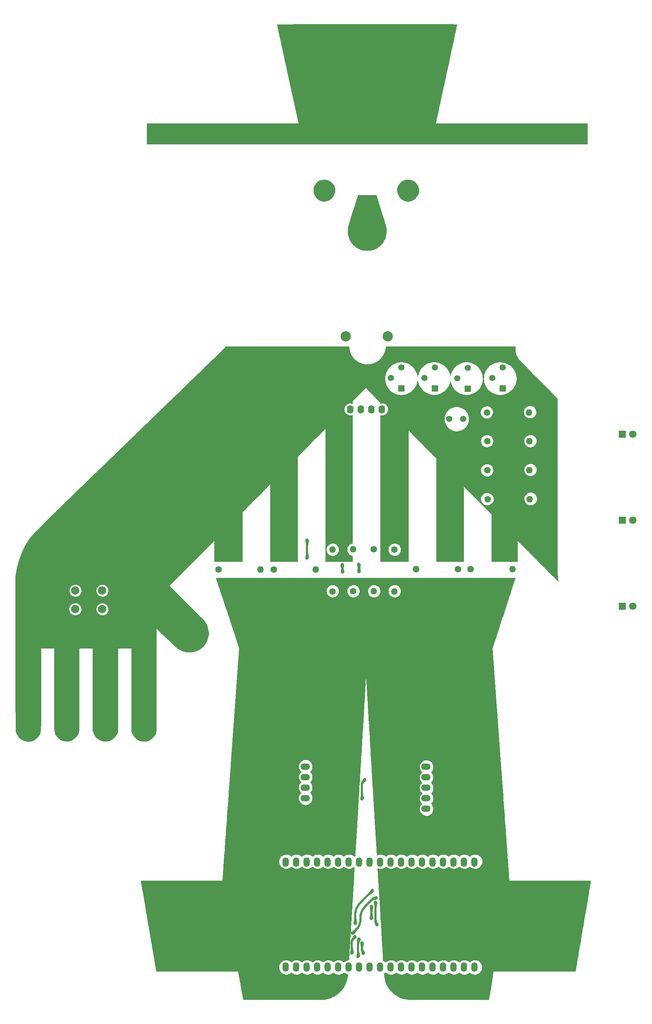
<source format=gbr>
G04 #@! TF.GenerationSoftware,KiCad,Pcbnew,(5.1.10)-1*
G04 #@! TF.CreationDate,2021-11-11T13:48:33+02:00*
G04 #@! TF.ProjectId,airguard_v1,61697267-7561-4726-945f-76312e6b6963,rev?*
G04 #@! TF.SameCoordinates,Original*
G04 #@! TF.FileFunction,Copper,L1,Top*
G04 #@! TF.FilePolarity,Positive*
%FSLAX46Y46*%
G04 Gerber Fmt 4.6, Leading zero omitted, Abs format (unit mm)*
G04 Created by KiCad (PCBNEW (5.1.10)-1) date 2021-11-11 13:48:33*
%MOMM*%
%LPD*%
G01*
G04 APERTURE LIST*
G04 #@! TA.AperFunction,EtchedComponent*
%ADD10C,0.010000*%
G04 #@! TD*
G04 #@! TA.AperFunction,ComponentPad*
%ADD11O,2.300000X1.500000*%
G04 #@! TD*
G04 #@! TA.AperFunction,ComponentPad*
%ADD12C,2.000000*%
G04 #@! TD*
G04 #@! TA.AperFunction,ComponentPad*
%ADD13C,1.500000*%
G04 #@! TD*
G04 #@! TA.AperFunction,ComponentPad*
%ADD14C,1.800000*%
G04 #@! TD*
G04 #@! TA.AperFunction,ComponentPad*
%ADD15R,1.800000X1.800000*%
G04 #@! TD*
G04 #@! TA.AperFunction,ComponentPad*
%ADD16O,1.600000X1.600000*%
G04 #@! TD*
G04 #@! TA.AperFunction,ComponentPad*
%ADD17C,1.600000*%
G04 #@! TD*
G04 #@! TA.AperFunction,ComponentPad*
%ADD18R,1.520000X1.520000*%
G04 #@! TD*
G04 #@! TA.AperFunction,ComponentPad*
%ADD19C,1.520000*%
G04 #@! TD*
G04 #@! TA.AperFunction,ComponentPad*
%ADD20O,1.600000X2.000000*%
G04 #@! TD*
G04 #@! TA.AperFunction,ComponentPad*
%ADD21C,2.499360*%
G04 #@! TD*
G04 #@! TA.AperFunction,ComponentPad*
%ADD22O,1.500000X2.300000*%
G04 #@! TD*
G04 #@! TA.AperFunction,ViaPad*
%ADD23C,0.800000*%
G04 #@! TD*
G04 #@! TA.AperFunction,Conductor*
%ADD24C,0.500000*%
G04 #@! TD*
G04 #@! TA.AperFunction,Conductor*
%ADD25C,0.025400*%
G04 #@! TD*
G04 #@! TA.AperFunction,Conductor*
%ADD26C,0.100000*%
G04 #@! TD*
G04 APERTURE END LIST*
D10*
G04 #@! TO.C,G\u002A\u002A\u002A*
G36*
X106007060Y-165896534D02*
G01*
X106979853Y-165896552D01*
X107973745Y-165896579D01*
X108988053Y-165896615D01*
X110022090Y-165896661D01*
X111075173Y-165896715D01*
X112146616Y-165896779D01*
X113235734Y-165896852D01*
X114341842Y-165896934D01*
X115464255Y-165897025D01*
X116602289Y-165897126D01*
X117755258Y-165897236D01*
X118922478Y-165897355D01*
X120103263Y-165897484D01*
X121296928Y-165897622D01*
X122502790Y-165897770D01*
X123720161Y-165897927D01*
X124948359Y-165898094D01*
X126186697Y-165898270D01*
X126288710Y-165898285D01*
X162538297Y-165903583D01*
X161472472Y-169195000D01*
X161364731Y-169527417D01*
X161244884Y-169896632D01*
X161114046Y-170299228D01*
X160973333Y-170731787D01*
X160823860Y-171190893D01*
X160666744Y-171673127D01*
X160503099Y-172175072D01*
X160334041Y-172693310D01*
X160160686Y-173224425D01*
X159984149Y-173764999D01*
X159805546Y-174311614D01*
X159625992Y-174860854D01*
X159446603Y-175409299D01*
X159268495Y-175953534D01*
X159092783Y-176490141D01*
X158920582Y-177015702D01*
X158753008Y-177526800D01*
X158694413Y-177705425D01*
X156982178Y-182924433D01*
X159010050Y-211085258D01*
X159088554Y-212175440D01*
X159166328Y-213255472D01*
X159243316Y-214324580D01*
X159319462Y-215381990D01*
X159394710Y-216426929D01*
X159469004Y-217458621D01*
X159542289Y-218476293D01*
X159614510Y-219479171D01*
X159685609Y-220466480D01*
X159755532Y-221437447D01*
X159824222Y-222391298D01*
X159891625Y-223327257D01*
X159957684Y-224244552D01*
X160022343Y-225142408D01*
X160085547Y-226020051D01*
X160147240Y-226876707D01*
X160207366Y-227711601D01*
X160265869Y-228523960D01*
X160322695Y-229313010D01*
X160377786Y-230077977D01*
X160431088Y-230818085D01*
X160482544Y-231532562D01*
X160532098Y-232220633D01*
X160579696Y-232881524D01*
X160625281Y-233514461D01*
X160668797Y-234118670D01*
X160710189Y-234693377D01*
X160749401Y-235237807D01*
X160786378Y-235751187D01*
X160821063Y-236232742D01*
X160853400Y-236681699D01*
X160883334Y-237097283D01*
X160910810Y-237478720D01*
X160935771Y-237825236D01*
X160958162Y-238136056D01*
X160977927Y-238410408D01*
X160995010Y-238647517D01*
X161009356Y-238846608D01*
X161020908Y-239006907D01*
X161029611Y-239127641D01*
X161035409Y-239208035D01*
X161038247Y-239247316D01*
X161038544Y-239251375D01*
X161059533Y-239251720D01*
X161121543Y-239252059D01*
X161223262Y-239252392D01*
X161363378Y-239252718D01*
X161540579Y-239253036D01*
X161753552Y-239253346D01*
X162000986Y-239253646D01*
X162281568Y-239253937D01*
X162593986Y-239254216D01*
X162936929Y-239254484D01*
X163309083Y-239254741D01*
X163709137Y-239254984D01*
X164135779Y-239255214D01*
X164587696Y-239255430D01*
X165063576Y-239255631D01*
X165562108Y-239255816D01*
X166081978Y-239255985D01*
X166621876Y-239256137D01*
X167180488Y-239256271D01*
X167756502Y-239256387D01*
X168348607Y-239256484D01*
X168955491Y-239256561D01*
X169575841Y-239256617D01*
X170208344Y-239256653D01*
X170851690Y-239256666D01*
X170913416Y-239256666D01*
X171696536Y-239256680D01*
X172438388Y-239256723D01*
X173140037Y-239256800D01*
X173802546Y-239256912D01*
X174426982Y-239257064D01*
X175014409Y-239257258D01*
X175565892Y-239257498D01*
X176082496Y-239257786D01*
X176565286Y-239258126D01*
X177015327Y-239258522D01*
X177433683Y-239258975D01*
X177821420Y-239259490D01*
X178179602Y-239260070D01*
X178509294Y-239260717D01*
X178811561Y-239261435D01*
X179087469Y-239262228D01*
X179338081Y-239263097D01*
X179564464Y-239264047D01*
X179767681Y-239265081D01*
X179948797Y-239266201D01*
X180108879Y-239267412D01*
X180248989Y-239268715D01*
X180370194Y-239270115D01*
X180473558Y-239271614D01*
X180560146Y-239273216D01*
X180631024Y-239274923D01*
X180687255Y-239276740D01*
X180729905Y-239278668D01*
X180760038Y-239280712D01*
X180778720Y-239282875D01*
X180787016Y-239285159D01*
X180787666Y-239286057D01*
X180784172Y-239308355D01*
X180773858Y-239370898D01*
X180756977Y-239472193D01*
X180733782Y-239610746D01*
X180704525Y-239785064D01*
X180669458Y-239993653D01*
X180628836Y-240235021D01*
X180582909Y-240507674D01*
X180531932Y-240810119D01*
X180476156Y-241140862D01*
X180415835Y-241498409D01*
X180351220Y-241881269D01*
X180282566Y-242287947D01*
X180210123Y-242716949D01*
X180134146Y-243166784D01*
X180054886Y-243635956D01*
X179972597Y-244122974D01*
X179887531Y-244626343D01*
X179799941Y-245144570D01*
X179710079Y-245676162D01*
X179618198Y-246219626D01*
X179524551Y-246773467D01*
X179429391Y-247336194D01*
X179332969Y-247906312D01*
X179235540Y-248482329D01*
X179137355Y-249062750D01*
X179038667Y-249646083D01*
X178939729Y-250230834D01*
X178840794Y-250815510D01*
X178742114Y-251398617D01*
X178643942Y-251978662D01*
X178546530Y-252554152D01*
X178450132Y-253123594D01*
X178354999Y-253685494D01*
X178261385Y-254238358D01*
X178169543Y-254780694D01*
X178079724Y-255311008D01*
X177992183Y-255827807D01*
X177907170Y-256329597D01*
X177824940Y-256814886D01*
X177745744Y-257282179D01*
X177669836Y-257729983D01*
X177597467Y-258156805D01*
X177528892Y-258561153D01*
X177464362Y-258941531D01*
X177404130Y-259296448D01*
X177348448Y-259624409D01*
X177297570Y-259923921D01*
X177251749Y-260193492D01*
X177211236Y-260431627D01*
X177176285Y-260636834D01*
X177147147Y-260807618D01*
X177124077Y-260942487D01*
X177107326Y-261039948D01*
X177097148Y-261098506D01*
X177093866Y-261116519D01*
X177082704Y-261164121D01*
X167162038Y-261169435D01*
X157241372Y-261174750D01*
X156669160Y-264609041D01*
X156096947Y-268043333D01*
X146568240Y-268043333D01*
X145700929Y-268043289D01*
X144875640Y-268043157D01*
X144092063Y-268042935D01*
X143349889Y-268042625D01*
X142648807Y-268042223D01*
X141988507Y-268041731D01*
X141368677Y-268041146D01*
X140789009Y-268040469D01*
X140249191Y-268039699D01*
X139748914Y-268038835D01*
X139287866Y-268037876D01*
X138865739Y-268036822D01*
X138482220Y-268035671D01*
X138137000Y-268034424D01*
X137829769Y-268033079D01*
X137560217Y-268031636D01*
X137328032Y-268030094D01*
X137132905Y-268028452D01*
X136974525Y-268026710D01*
X136852582Y-268024867D01*
X136766766Y-268022922D01*
X136716767Y-268020875D01*
X136715058Y-268020760D01*
X136200572Y-267965503D01*
X135701977Y-267871919D01*
X135215520Y-267738994D01*
X134737448Y-267565713D01*
X134295083Y-267366471D01*
X133840970Y-267120018D01*
X133412893Y-266842035D01*
X133012119Y-266534395D01*
X132639914Y-266198971D01*
X132297546Y-265837634D01*
X131986280Y-265452259D01*
X131707383Y-265044716D01*
X131462121Y-264616879D01*
X131251762Y-264170620D01*
X131077571Y-263707811D01*
X130940816Y-263230324D01*
X130842762Y-262740034D01*
X130784676Y-262238810D01*
X130779913Y-262169583D01*
X130768790Y-262039425D01*
X130753375Y-261943350D01*
X130732201Y-261873201D01*
X130722923Y-261852796D01*
X130698398Y-261798199D01*
X130694988Y-261768107D01*
X130709859Y-261751988D01*
X130739429Y-261734614D01*
X130796382Y-261700904D01*
X130871730Y-261656185D01*
X130934303Y-261618983D01*
X131014871Y-261571586D01*
X131081295Y-261533523D01*
X131125646Y-261509275D01*
X131139860Y-261502833D01*
X131160650Y-261513995D01*
X131208240Y-261544040D01*
X131274592Y-261587804D01*
X131321780Y-261619667D01*
X131581517Y-261777239D01*
X131839040Y-261895133D01*
X132092918Y-261972994D01*
X132341725Y-262010468D01*
X132584031Y-262007197D01*
X132760500Y-261977824D01*
X132877324Y-261941878D01*
X133016715Y-261885541D01*
X133167615Y-261814145D01*
X133318969Y-261733021D01*
X133459720Y-261647502D01*
X133496859Y-261622721D01*
X133572484Y-261572140D01*
X133635399Y-261532107D01*
X133677317Y-261507779D01*
X133689411Y-261502833D01*
X133713162Y-261513980D01*
X133763515Y-261544033D01*
X133832191Y-261587908D01*
X133884384Y-261622542D01*
X134090790Y-261748539D01*
X134303146Y-261854314D01*
X134509881Y-261934509D01*
X134635021Y-261970203D01*
X134738995Y-261992311D01*
X134831830Y-262004524D01*
X134931119Y-262008291D01*
X135054459Y-262005060D01*
X135057083Y-262004943D01*
X135218789Y-261990673D01*
X135371036Y-261960991D01*
X135521657Y-261912912D01*
X135678484Y-261843447D01*
X135849350Y-261749613D01*
X136038593Y-261630721D01*
X136120111Y-261579205D01*
X136189894Y-261539007D01*
X136239854Y-261514541D01*
X136260843Y-261509462D01*
X136287652Y-261524580D01*
X136340806Y-261557980D01*
X136411645Y-261604138D01*
X136464666Y-261639436D01*
X136721004Y-261794091D01*
X136969631Y-261907689D01*
X137212958Y-261980277D01*
X137453395Y-262011903D01*
X137693353Y-262002615D01*
X137935243Y-261952461D01*
X138181474Y-261861489D01*
X138434457Y-261729746D01*
X138515362Y-261680172D01*
X138600438Y-261626283D01*
X138676354Y-261578237D01*
X138733433Y-261542154D01*
X138758028Y-261526646D01*
X138782393Y-261514960D01*
X138808152Y-261515527D01*
X138843561Y-261531985D01*
X138896872Y-261567970D01*
X138962713Y-261616842D01*
X139162659Y-261748365D01*
X139386163Y-261862362D01*
X139615288Y-261949703D01*
X139618500Y-261950708D01*
X139694291Y-261972196D01*
X139766244Y-261986577D01*
X139846171Y-261995167D01*
X139945885Y-261999282D01*
X140063000Y-262000250D01*
X140190588Y-261999058D01*
X140287650Y-261994608D01*
X140365944Y-261985585D01*
X140437234Y-261970677D01*
X140506455Y-261950725D01*
X140700217Y-261877572D01*
X140907827Y-261776951D01*
X141117244Y-261654887D01*
X141181544Y-261613036D01*
X141275416Y-261553447D01*
X141339840Y-261520159D01*
X141377478Y-261511888D01*
X141384984Y-261514788D01*
X141413780Y-261537246D01*
X141464943Y-261578181D01*
X141528074Y-261629266D01*
X141536439Y-261636072D01*
X141663301Y-261725674D01*
X141816797Y-261812857D01*
X141981549Y-261890021D01*
X142142177Y-261949564D01*
X142209510Y-261968709D01*
X142363192Y-261996169D01*
X142537413Y-262009153D01*
X142714766Y-262007430D01*
X142877842Y-261990769D01*
X142941666Y-261978399D01*
X143186441Y-261902699D01*
X143419806Y-261793337D01*
X143631036Y-261655666D01*
X143700103Y-261599769D01*
X143758633Y-261551621D01*
X143805534Y-261516923D01*
X143831057Y-261502865D01*
X143831577Y-261502833D01*
X143856033Y-261514075D01*
X143906707Y-261544320D01*
X143975098Y-261588347D01*
X144021780Y-261619667D01*
X144281517Y-261777239D01*
X144539040Y-261895133D01*
X144792918Y-261972994D01*
X145041725Y-262010468D01*
X145284031Y-262007197D01*
X145460500Y-261977824D01*
X145577324Y-261941878D01*
X145716715Y-261885541D01*
X145867615Y-261814145D01*
X146018969Y-261733021D01*
X146159720Y-261647502D01*
X146196859Y-261622721D01*
X146272484Y-261572140D01*
X146335399Y-261532107D01*
X146377317Y-261507779D01*
X146389411Y-261502833D01*
X146413162Y-261513980D01*
X146463515Y-261544033D01*
X146532191Y-261587908D01*
X146584384Y-261622542D01*
X146790790Y-261748539D01*
X147003146Y-261854314D01*
X147209881Y-261934509D01*
X147335021Y-261970203D01*
X147438995Y-261992311D01*
X147531830Y-262004524D01*
X147631119Y-262008291D01*
X147754459Y-262005060D01*
X147757083Y-262004943D01*
X147918789Y-261990673D01*
X148071036Y-261960991D01*
X148221657Y-261912912D01*
X148378484Y-261843447D01*
X148549350Y-261749613D01*
X148738593Y-261630721D01*
X148820111Y-261579205D01*
X148889894Y-261539007D01*
X148939854Y-261514541D01*
X148960843Y-261509462D01*
X148987652Y-261524580D01*
X149040806Y-261557980D01*
X149111645Y-261604138D01*
X149164666Y-261639436D01*
X149421004Y-261794091D01*
X149669631Y-261907689D01*
X149912958Y-261980277D01*
X150153395Y-262011903D01*
X150393353Y-262002615D01*
X150635243Y-261952461D01*
X150881474Y-261861489D01*
X151134457Y-261729746D01*
X151215362Y-261680172D01*
X151300438Y-261626283D01*
X151376354Y-261578237D01*
X151433433Y-261542154D01*
X151458028Y-261526646D01*
X151482393Y-261514960D01*
X151508152Y-261515527D01*
X151543561Y-261531985D01*
X151596872Y-261567970D01*
X151662713Y-261616842D01*
X151903775Y-261775364D01*
X152151416Y-261892375D01*
X152406953Y-261968366D01*
X152671702Y-262003832D01*
X152699500Y-262005201D01*
X152951834Y-261999410D01*
X153185873Y-261959111D01*
X153409779Y-261882842D01*
X153428577Y-261874666D01*
X153653997Y-261752376D01*
X153860721Y-261595116D01*
X154044425Y-261407732D01*
X154200784Y-261195074D01*
X154325474Y-260961989D01*
X154388626Y-260798389D01*
X154459750Y-260519869D01*
X154488904Y-260244564D01*
X154476071Y-259973100D01*
X154421231Y-259706107D01*
X154420830Y-259704711D01*
X154325456Y-259445928D01*
X154195766Y-259211360D01*
X154033102Y-259002402D01*
X153838806Y-258820452D01*
X153614220Y-258666907D01*
X153360686Y-258543163D01*
X153273029Y-258509863D01*
X153199460Y-258484594D01*
X153137853Y-258466908D01*
X153077779Y-258455446D01*
X153008807Y-258448848D01*
X152920507Y-258445754D01*
X152802447Y-258444805D01*
X152773583Y-258444751D01*
X152648947Y-258445023D01*
X152555941Y-258447192D01*
X152483861Y-258452692D01*
X152422007Y-258462960D01*
X152359675Y-258479432D01*
X152286164Y-258503544D01*
X152255000Y-258514338D01*
X152025202Y-258607336D01*
X151817857Y-258720764D01*
X151649680Y-258837399D01*
X151584626Y-258885646D01*
X151533037Y-258922054D01*
X151503633Y-258940531D01*
X151500442Y-258941666D01*
X151479206Y-258930601D01*
X151430680Y-258900662D01*
X151362612Y-258856733D01*
X151300667Y-258815719D01*
X151037960Y-258658365D01*
X150776897Y-258539573D01*
X150646281Y-258494075D01*
X150573388Y-258473101D01*
X150505029Y-258458918D01*
X150429952Y-258450316D01*
X150336908Y-258446081D01*
X150214646Y-258445002D01*
X150191250Y-258445042D01*
X150070883Y-258445899D01*
X149981852Y-258448789D01*
X149913161Y-258455307D01*
X149853815Y-258467050D01*
X149792817Y-258485613D01*
X149719173Y-258512594D01*
X149715000Y-258514178D01*
X149543870Y-258588549D01*
X149359878Y-258684727D01*
X149179305Y-258793820D01*
X149081845Y-258860013D01*
X149021113Y-258901597D01*
X148973610Y-258931006D01*
X148950285Y-258941666D01*
X148926908Y-258930683D01*
X148875869Y-258900787D01*
X148804723Y-258856560D01*
X148722016Y-258803234D01*
X148519343Y-258677582D01*
X148337018Y-258581194D01*
X148167422Y-258511556D01*
X148002935Y-258466152D01*
X147835939Y-258442466D01*
X147658814Y-258437983D01*
X147619500Y-258439251D01*
X147421030Y-258458148D01*
X147230782Y-258499897D01*
X147041110Y-258567333D01*
X146844367Y-258663291D01*
X146632906Y-258790607D01*
X146582958Y-258823569D01*
X146506879Y-258873415D01*
X146443613Y-258912860D01*
X146401504Y-258936814D01*
X146389411Y-258941666D01*
X146365714Y-258930406D01*
X146315598Y-258900063D01*
X146247350Y-258855799D01*
X146196859Y-258821778D01*
X146066454Y-258739338D01*
X145920351Y-258658009D01*
X145770026Y-258583381D01*
X145626955Y-258521041D01*
X145502615Y-258476577D01*
X145468028Y-258466876D01*
X145323149Y-258442467D01*
X145154759Y-258434454D01*
X144978283Y-258442618D01*
X144809147Y-258466742D01*
X144762921Y-258476871D01*
X144581308Y-258533075D01*
X144384546Y-258616469D01*
X144184399Y-258721563D01*
X144023218Y-258821957D01*
X143947452Y-258872128D01*
X143885092Y-258911882D01*
X143844177Y-258936182D01*
X143832718Y-258941309D01*
X143811776Y-258928749D01*
X143765884Y-258895299D01*
X143702911Y-258846810D01*
X143662570Y-258814828D01*
X143454662Y-258667806D01*
X143243829Y-258559684D01*
X143021832Y-258487363D01*
X142780431Y-258447743D01*
X142665716Y-258439862D01*
X142542062Y-258435833D01*
X142446901Y-258436761D01*
X142366579Y-258443665D01*
X142287440Y-258457565D01*
X142221216Y-258473053D01*
X142058821Y-258524264D01*
X141887636Y-258596648D01*
X141722836Y-258682774D01*
X141579593Y-258775211D01*
X141536439Y-258808427D01*
X141472701Y-258860089D01*
X141419780Y-258902559D01*
X141387985Y-258927570D01*
X141385943Y-258929106D01*
X141354699Y-258927759D01*
X141293408Y-258899042D01*
X141201340Y-258842601D01*
X141182503Y-258830175D01*
X141001194Y-258719239D01*
X140811313Y-258620360D01*
X140624883Y-258539193D01*
X140453928Y-258481395D01*
X140424304Y-258473550D01*
X140205727Y-258438116D01*
X139973969Y-258435857D01*
X139741365Y-258466168D01*
X139555000Y-258516136D01*
X139326614Y-258606989D01*
X139119312Y-258719819D01*
X138949680Y-258837399D01*
X138884364Y-258885686D01*
X138832203Y-258922107D01*
X138802049Y-258940551D01*
X138798638Y-258941666D01*
X138776283Y-258930465D01*
X138728107Y-258900587D01*
X138662979Y-258857615D01*
X138635717Y-258839074D01*
X138445365Y-258716693D01*
X138266567Y-258620111D01*
X138084788Y-258541791D01*
X138009833Y-258514528D01*
X137928107Y-258486921D01*
X137861731Y-258467752D01*
X137799576Y-258455500D01*
X137730515Y-258448644D01*
X137643418Y-258445660D01*
X137527158Y-258445027D01*
X137501833Y-258445046D01*
X137379676Y-258445644D01*
X137289294Y-258448115D01*
X137220127Y-258453953D01*
X137161619Y-258464652D01*
X137103213Y-258481707D01*
X137034349Y-258506611D01*
X137015000Y-258513958D01*
X136843618Y-258588599D01*
X136659451Y-258684965D01*
X136478882Y-258794099D01*
X136381845Y-258860013D01*
X136321113Y-258901597D01*
X136273610Y-258931006D01*
X136250285Y-258941666D01*
X136226908Y-258930683D01*
X136175869Y-258900787D01*
X136104723Y-258856560D01*
X136022016Y-258803234D01*
X135819343Y-258677582D01*
X135637018Y-258581194D01*
X135467422Y-258511556D01*
X135302935Y-258466152D01*
X135135939Y-258442466D01*
X134958814Y-258437983D01*
X134919500Y-258439251D01*
X134721030Y-258458148D01*
X134530782Y-258499897D01*
X134341110Y-258567333D01*
X134144367Y-258663291D01*
X133932906Y-258790607D01*
X133882958Y-258823569D01*
X133806879Y-258873415D01*
X133743613Y-258912860D01*
X133701504Y-258936814D01*
X133689411Y-258941666D01*
X133665714Y-258930406D01*
X133615598Y-258900063D01*
X133547350Y-258855799D01*
X133496859Y-258821778D01*
X133366454Y-258739338D01*
X133220351Y-258658009D01*
X133070026Y-258583381D01*
X132926955Y-258521041D01*
X132802615Y-258476577D01*
X132768028Y-258466876D01*
X132623149Y-258442467D01*
X132454759Y-258434454D01*
X132278283Y-258442618D01*
X132109147Y-258466742D01*
X132062921Y-258476871D01*
X131881308Y-258533075D01*
X131684546Y-258616469D01*
X131484399Y-258721563D01*
X131323218Y-258821957D01*
X131248251Y-258872036D01*
X131187626Y-258911824D01*
X131149040Y-258936311D01*
X131139296Y-258941666D01*
X131120630Y-258930172D01*
X131075609Y-258899349D01*
X131012176Y-258854686D01*
X130974766Y-258827967D01*
X130874906Y-258763645D01*
X130763425Y-258703120D01*
X130661571Y-258657869D01*
X130655980Y-258655799D01*
X130495666Y-258597329D01*
X130495657Y-258340873D01*
X130495453Y-258312308D01*
X130494798Y-258277608D01*
X130493629Y-258235695D01*
X130491884Y-258185492D01*
X130489498Y-258125921D01*
X130489384Y-258123337D01*
X152603401Y-258123337D01*
X152608825Y-258132672D01*
X152646688Y-258136108D01*
X152686216Y-258136660D01*
X152746299Y-258135418D01*
X152771454Y-258128671D01*
X152769011Y-258113452D01*
X152763000Y-258105583D01*
X152715077Y-258076528D01*
X152656096Y-258085607D01*
X152624170Y-258104910D01*
X152603401Y-258123337D01*
X130489384Y-258123337D01*
X130486407Y-258055905D01*
X130482549Y-257974365D01*
X130477860Y-257880226D01*
X130472276Y-257772409D01*
X130465734Y-257649836D01*
X130458169Y-257511431D01*
X130449520Y-257356115D01*
X130439721Y-257182812D01*
X130428710Y-256990444D01*
X130416423Y-256777933D01*
X130402796Y-256544202D01*
X130387767Y-256288173D01*
X130371271Y-256008770D01*
X130353244Y-255704913D01*
X130333624Y-255375527D01*
X130312347Y-255019533D01*
X130289349Y-254635854D01*
X130264567Y-254223413D01*
X130237937Y-253781132D01*
X130209396Y-253307934D01*
X130178880Y-252802740D01*
X130146326Y-252264474D01*
X130111669Y-251692059D01*
X130074847Y-251084416D01*
X130035796Y-250440468D01*
X129994453Y-249759138D01*
X129950754Y-249039348D01*
X129904634Y-248280021D01*
X129856032Y-247480079D01*
X129829653Y-247046000D01*
X129785390Y-246317438D01*
X129742175Y-245605653D01*
X129700071Y-244911700D01*
X129659141Y-244236636D01*
X129619449Y-243581515D01*
X129581059Y-242947395D01*
X129544034Y-242335332D01*
X129508438Y-241746381D01*
X129474333Y-241181598D01*
X129441784Y-240642039D01*
X129410854Y-240128761D01*
X129381606Y-239642819D01*
X129354103Y-239185270D01*
X129328410Y-238757169D01*
X129304590Y-238359573D01*
X129282706Y-237993537D01*
X129262822Y-237660117D01*
X129245001Y-237360370D01*
X129229307Y-237095352D01*
X129215802Y-236866118D01*
X129204552Y-236673724D01*
X129195618Y-236519228D01*
X129189065Y-236403683D01*
X129184955Y-236328148D01*
X129183354Y-236293677D01*
X129183333Y-236292292D01*
X129201830Y-236275527D01*
X129253589Y-236275181D01*
X129333007Y-236290883D01*
X129384416Y-236305590D01*
X129476243Y-236325767D01*
X129598526Y-236340677D01*
X129739661Y-236349850D01*
X129888045Y-236352816D01*
X130032074Y-236349105D01*
X130160143Y-236338248D01*
X130167583Y-236337291D01*
X130421719Y-236285384D01*
X130664353Y-236199755D01*
X130887827Y-236083797D01*
X131084485Y-235940907D01*
X131108072Y-235920180D01*
X131219776Y-235819748D01*
X131292726Y-235907571D01*
X131420321Y-236031156D01*
X131581387Y-236138603D01*
X131769297Y-236227351D01*
X131977427Y-236294842D01*
X132199150Y-236338515D01*
X132427840Y-236355812D01*
X132453583Y-236355994D01*
X132682641Y-236341810D01*
X132905473Y-236300962D01*
X133115454Y-236236010D01*
X133305957Y-236149514D01*
X133470357Y-236044033D01*
X133602028Y-235922127D01*
X133614440Y-235907571D01*
X133687390Y-235819748D01*
X133799094Y-235920180D01*
X133991136Y-236066604D01*
X134204486Y-236182851D01*
X134433816Y-236268848D01*
X134673796Y-236324521D01*
X134919101Y-236349795D01*
X135164400Y-236344596D01*
X135404367Y-236308851D01*
X135633672Y-236242485D01*
X135846989Y-236145424D01*
X136038989Y-236017594D01*
X136114500Y-235952372D01*
X136253289Y-235822542D01*
X136348487Y-235910292D01*
X136526502Y-236049507D01*
X136733434Y-236168626D01*
X136958473Y-236262186D01*
X137152583Y-236316806D01*
X137224286Y-236327719D01*
X137324804Y-236336647D01*
X137440631Y-236342650D01*
X137554750Y-236344789D01*
X137687428Y-236343152D01*
X137790824Y-236337214D01*
X137877891Y-236325593D01*
X137961579Y-236306905D01*
X137994708Y-236297800D01*
X138206962Y-236222809D01*
X138410300Y-236120172D01*
X138612722Y-235985355D01*
X138773169Y-235856616D01*
X138793670Y-235846068D01*
X138820116Y-235851486D01*
X138860197Y-235876813D01*
X138921602Y-235925989D01*
X138941988Y-235943150D01*
X139086182Y-236049749D01*
X139254668Y-236149499D01*
X139430739Y-236233489D01*
X139597333Y-236292706D01*
X139852871Y-236343027D01*
X140114495Y-236354050D01*
X140376376Y-236327100D01*
X140632691Y-236263504D01*
X140877613Y-236164586D01*
X141105316Y-236031671D01*
X141255591Y-235915441D01*
X141358099Y-235826491D01*
X141489087Y-235949025D01*
X141671208Y-236091245D01*
X141876815Y-236202503D01*
X142100597Y-236282865D01*
X142337240Y-236332396D01*
X142581434Y-236351163D01*
X142827865Y-236339233D01*
X143071223Y-236296670D01*
X143306194Y-236223541D01*
X143527467Y-236119913D01*
X143729729Y-235985850D01*
X143808072Y-235920180D01*
X143919776Y-235819748D01*
X143992726Y-235907571D01*
X144120321Y-236031156D01*
X144281387Y-236138603D01*
X144469297Y-236227351D01*
X144677427Y-236294842D01*
X144899150Y-236338515D01*
X145127840Y-236355812D01*
X145153583Y-236355994D01*
X145382641Y-236341810D01*
X145605473Y-236300962D01*
X145815454Y-236236010D01*
X146005957Y-236149514D01*
X146170357Y-236044033D01*
X146302028Y-235922127D01*
X146314440Y-235907571D01*
X146387390Y-235819748D01*
X146499094Y-235920180D01*
X146691136Y-236066604D01*
X146904486Y-236182851D01*
X147133816Y-236268848D01*
X147373796Y-236324521D01*
X147619101Y-236349795D01*
X147864400Y-236344596D01*
X148104367Y-236308851D01*
X148333672Y-236242485D01*
X148546989Y-236145424D01*
X148738989Y-236017594D01*
X148814500Y-235952372D01*
X148953289Y-235822542D01*
X149048487Y-235910292D01*
X149226502Y-236049507D01*
X149433434Y-236168626D01*
X149658473Y-236262186D01*
X149852583Y-236316806D01*
X149924286Y-236327719D01*
X150024804Y-236336647D01*
X150140631Y-236342650D01*
X150254750Y-236344789D01*
X150387428Y-236343152D01*
X150490824Y-236337214D01*
X150577891Y-236325593D01*
X150661579Y-236306905D01*
X150694708Y-236297800D01*
X150906962Y-236222809D01*
X151110300Y-236120172D01*
X151312722Y-235985355D01*
X151473169Y-235856616D01*
X151493670Y-235846068D01*
X151520116Y-235851486D01*
X151560197Y-235876813D01*
X151621602Y-235925989D01*
X151641988Y-235943150D01*
X151855831Y-236097160D01*
X152089833Y-236216354D01*
X152338507Y-236299235D01*
X152596364Y-236344305D01*
X152857915Y-236350066D01*
X153051917Y-236327914D01*
X153330207Y-236259792D01*
X153586667Y-236157729D01*
X153819046Y-236023949D01*
X154025092Y-235860680D01*
X154202554Y-235670145D01*
X154349181Y-235454572D01*
X154462722Y-235216184D01*
X154540926Y-234957209D01*
X154564252Y-234832833D01*
X154581067Y-234586955D01*
X154558624Y-234338639D01*
X154499193Y-234093671D01*
X154405042Y-233857841D01*
X154278441Y-233636935D01*
X154121657Y-233436740D01*
X153954387Y-233277210D01*
X153740324Y-233126066D01*
X153506180Y-233006698D01*
X153257954Y-232920290D01*
X153001645Y-232868023D01*
X152743251Y-232851081D01*
X152488772Y-232870645D01*
X152244207Y-232927899D01*
X152221168Y-232935524D01*
X152051797Y-233003155D01*
X151887457Y-233087278D01*
X151739033Y-233181419D01*
X151617413Y-233279108D01*
X151579268Y-233317124D01*
X151538581Y-233354105D01*
X151506469Y-233372020D01*
X151503583Y-233372333D01*
X151473963Y-233358028D01*
X151433500Y-233323003D01*
X151427897Y-233317124D01*
X151319818Y-233219815D01*
X151180648Y-233123505D01*
X151021275Y-233034666D01*
X150852585Y-232959769D01*
X150785998Y-232935524D01*
X150549481Y-232876108D01*
X150301450Y-232852341D01*
X150048838Y-232862844D01*
X149798579Y-232906240D01*
X149557607Y-232981152D01*
X149332855Y-233086200D01*
X149131258Y-233220007D01*
X149062149Y-233278121D01*
X148952492Y-233376712D01*
X148815846Y-233248887D01*
X148661560Y-233127974D01*
X148476771Y-233022441D01*
X148272170Y-232937910D01*
X148159250Y-232903518D01*
X148012187Y-232875229D01*
X147839129Y-232859403D01*
X147654533Y-232856026D01*
X147472856Y-232865084D01*
X147308557Y-232886562D01*
X147227916Y-232904438D01*
X146990777Y-232985054D01*
X146765666Y-233095068D01*
X146563586Y-233228656D01*
X146472439Y-233304436D01*
X146392642Y-233376528D01*
X146266624Y-233250511D01*
X146124808Y-233132320D01*
X145953072Y-233027932D01*
X145763192Y-232943832D01*
X145635902Y-232903194D01*
X145501798Y-232877056D01*
X145340044Y-232861134D01*
X145164069Y-232855427D01*
X144987307Y-232859934D01*
X144823187Y-232874657D01*
X144685140Y-232899596D01*
X144671264Y-232903194D01*
X144469614Y-232973317D01*
X144280257Y-233069395D01*
X144114695Y-233185089D01*
X144043667Y-233249067D01*
X143914781Y-233376760D01*
X143834855Y-233304552D01*
X143648618Y-233160948D01*
X143433719Y-233038012D01*
X143201139Y-232941559D01*
X143079250Y-232904438D01*
X142931777Y-232875879D01*
X142758997Y-232859688D01*
X142575221Y-232855874D01*
X142394759Y-232864448D01*
X142231921Y-232885417D01*
X142149059Y-232903837D01*
X141931731Y-232977511D01*
X141732416Y-233074373D01*
X141560363Y-233189573D01*
X141492268Y-233247999D01*
X141354674Y-233376712D01*
X141244937Y-233278050D01*
X141060542Y-233138692D01*
X140848210Y-233023784D01*
X140616187Y-232935798D01*
X140372720Y-232877207D01*
X140126053Y-232850483D01*
X139884432Y-232858099D01*
X139855856Y-232861478D01*
X139648892Y-232900646D01*
X139445261Y-232962418D01*
X139279427Y-233033322D01*
X139195461Y-233080806D01*
X139100322Y-233142479D01*
X139006577Y-233209430D01*
X138926794Y-233272744D01*
X138879268Y-233317124D01*
X138838581Y-233354105D01*
X138806469Y-233372020D01*
X138803583Y-233372333D01*
X138773963Y-233358028D01*
X138733500Y-233323003D01*
X138727897Y-233317124D01*
X138652893Y-233248755D01*
X138550950Y-233172726D01*
X138434364Y-233097278D01*
X138315432Y-233030650D01*
X138260452Y-233003913D01*
X138011417Y-232912898D01*
X137751696Y-232861887D01*
X137484868Y-232851025D01*
X137214508Y-232880458D01*
X136944261Y-232950310D01*
X136726158Y-233037512D01*
X136534970Y-233146211D01*
X136357586Y-233284114D01*
X136322697Y-233315799D01*
X136254811Y-233378881D01*
X136117006Y-233249971D01*
X135960478Y-233127310D01*
X135773462Y-233020793D01*
X135566448Y-232935947D01*
X135459250Y-232903518D01*
X135312187Y-232875229D01*
X135139129Y-232859403D01*
X134954533Y-232856026D01*
X134772856Y-232865084D01*
X134608557Y-232886562D01*
X134527916Y-232904438D01*
X134290777Y-232985054D01*
X134065666Y-233095068D01*
X133863586Y-233228656D01*
X133772439Y-233304436D01*
X133692642Y-233376528D01*
X133566624Y-233250511D01*
X133424808Y-233132320D01*
X133253072Y-233027932D01*
X133063192Y-232943832D01*
X132935902Y-232903194D01*
X132856303Y-232884186D01*
X132776097Y-232871247D01*
X132684348Y-232863369D01*
X132570121Y-232859543D01*
X132453583Y-232858723D01*
X132313125Y-232860004D01*
X132204005Y-232864522D01*
X132115289Y-232873283D01*
X132036039Y-232887297D01*
X131971264Y-232903194D01*
X131767124Y-232974245D01*
X131576887Y-233071432D01*
X131411434Y-233188739D01*
X131344961Y-233249478D01*
X131216303Y-233378136D01*
X131135616Y-233305239D01*
X130947904Y-233160501D01*
X130731760Y-233037036D01*
X130498163Y-232940658D01*
X130379250Y-232904708D01*
X130218864Y-232873062D01*
X130043560Y-232857348D01*
X129860942Y-232856601D01*
X129678618Y-232869858D01*
X129504192Y-232896153D01*
X129345271Y-232934521D01*
X129209461Y-232983998D01*
X129104368Y-233043618D01*
X129072208Y-233070499D01*
X129014000Y-233126253D01*
X129014000Y-233007375D01*
X129012596Y-232964821D01*
X129008555Y-232884176D01*
X129002130Y-232769584D01*
X128993574Y-232625189D01*
X128983142Y-232455134D01*
X128971087Y-232263562D01*
X128957662Y-232054618D01*
X128943122Y-231832445D01*
X128929847Y-231632873D01*
X128912653Y-231375695D01*
X128895457Y-231117143D01*
X128878192Y-230856135D01*
X128860793Y-230591587D01*
X128843193Y-230322417D01*
X128825327Y-230047541D01*
X128807128Y-229765876D01*
X128788531Y-229476339D01*
X128769470Y-229177848D01*
X128749879Y-228869319D01*
X128729692Y-228549669D01*
X128708842Y-228217816D01*
X128687264Y-227872675D01*
X128664892Y-227513165D01*
X128641660Y-227138202D01*
X128617502Y-226746703D01*
X128592352Y-226337585D01*
X128566145Y-225909765D01*
X128538813Y-225462160D01*
X128510292Y-224993687D01*
X128480514Y-224503263D01*
X128449415Y-223989806D01*
X128416928Y-223452231D01*
X128382988Y-222889455D01*
X128347528Y-222300397D01*
X128310482Y-221683973D01*
X128271785Y-221039099D01*
X128231370Y-220364694D01*
X128189172Y-219659673D01*
X128145124Y-218922954D01*
X128099161Y-218153453D01*
X128051217Y-217350088D01*
X128001225Y-216511776D01*
X127949120Y-215637434D01*
X127894836Y-214725978D01*
X127865507Y-214233267D01*
X139343481Y-214233267D01*
X139363309Y-214462767D01*
X139421684Y-214697258D01*
X139516188Y-214931045D01*
X139644406Y-215158435D01*
X139803921Y-215373733D01*
X139850067Y-215426854D01*
X139957991Y-215547126D01*
X139802729Y-215702389D01*
X139636708Y-215894114D01*
X139509458Y-216099874D01*
X139418487Y-216324256D01*
X139376910Y-216485732D01*
X139346325Y-216736444D01*
X139357799Y-216985537D01*
X139411063Y-217232123D01*
X139505850Y-217475315D01*
X139641891Y-217714223D01*
X139818459Y-217947425D01*
X139958930Y-218111767D01*
X139831334Y-218229899D01*
X139668390Y-218408281D01*
X139536389Y-218610295D01*
X139437258Y-218830002D01*
X139372926Y-219061461D01*
X139345319Y-219298733D01*
X139356364Y-219535878D01*
X139374061Y-219639101D01*
X139444468Y-219881846D01*
X139549136Y-220102271D01*
X139690696Y-220305210D01*
X139805712Y-220432018D01*
X139961175Y-220588261D01*
X139847196Y-220711372D01*
X139676993Y-220921566D01*
X139540273Y-221146385D01*
X139438581Y-221381282D01*
X139373463Y-221621708D01*
X139346465Y-221863115D01*
X139359133Y-222100957D01*
X139364022Y-222132879D01*
X139425184Y-222378342D01*
X139522915Y-222610210D01*
X139653344Y-222825057D01*
X139812601Y-223019461D01*
X139996818Y-223189996D01*
X140202126Y-223333238D01*
X140424653Y-223445763D01*
X140660531Y-223524147D01*
X140905891Y-223564965D01*
X140987510Y-223569585D01*
X141053223Y-223567846D01*
X141141993Y-223560827D01*
X141235088Y-223550026D01*
X141238935Y-223549495D01*
X141494396Y-223493186D01*
X141734154Y-223398869D01*
X141954686Y-223269082D01*
X142152465Y-223106361D01*
X142323966Y-222913243D01*
X142465666Y-222692265D01*
X142486886Y-222651416D01*
X142576207Y-222447566D01*
X142633211Y-222250349D01*
X142661614Y-222044179D01*
X142666500Y-221898476D01*
X142650167Y-221617475D01*
X142600173Y-221359594D01*
X142515019Y-221120429D01*
X142393209Y-220895577D01*
X142265782Y-220719851D01*
X142215973Y-220657747D01*
X142178459Y-220609767D01*
X142159582Y-220584062D01*
X142158500Y-220581945D01*
X142172033Y-220565217D01*
X142208113Y-220525391D01*
X142259959Y-220469898D01*
X142281399Y-220447281D01*
X142414650Y-220278787D01*
X142525746Y-220078257D01*
X142606347Y-219868000D01*
X142625091Y-219803530D01*
X142638460Y-219743140D01*
X142647325Y-219677662D01*
X142652557Y-219597928D01*
X142655025Y-219494771D01*
X142655601Y-219359023D01*
X142655594Y-219349416D01*
X142654336Y-219198771D01*
X142650427Y-219081917D01*
X142643209Y-218990356D01*
X142632023Y-218915593D01*
X142617011Y-218852000D01*
X142533144Y-218620080D01*
X142418462Y-218415259D01*
X142294849Y-218261140D01*
X142235606Y-218196819D01*
X142189363Y-218143722D01*
X142162588Y-218109425D01*
X142158500Y-218101401D01*
X142171635Y-218079355D01*
X142206347Y-218035023D01*
X142255595Y-217977315D01*
X142264426Y-217967353D01*
X142354542Y-217849346D01*
X142443167Y-217702901D01*
X142523186Y-217541538D01*
X142587481Y-217378777D01*
X142607300Y-217315972D01*
X142625879Y-217246679D01*
X142639089Y-217181339D01*
X142647797Y-217110486D01*
X142652869Y-217024657D01*
X142655172Y-216914384D01*
X142655594Y-216788250D01*
X142654323Y-216637247D01*
X142650377Y-216520053D01*
X142643102Y-216428190D01*
X142631843Y-216353182D01*
X142617142Y-216290833D01*
X142537124Y-216070309D01*
X142426084Y-215868262D01*
X142289044Y-215693820D01*
X142288239Y-215692966D01*
X142152580Y-215549160D01*
X142239542Y-215446029D01*
X142399059Y-215229639D01*
X142519862Y-215003208D01*
X142603188Y-214762972D01*
X142650273Y-214505172D01*
X142662355Y-214226043D01*
X142660599Y-214165306D01*
X142633572Y-213892267D01*
X142575115Y-213646186D01*
X142484363Y-213424728D01*
X142360452Y-213225562D01*
X142272816Y-213119082D01*
X142156568Y-212990623D01*
X142283635Y-212830722D01*
X142421077Y-212630942D01*
X142533893Y-212412059D01*
X142614903Y-212188446D01*
X142626734Y-212144107D01*
X142646089Y-212058834D01*
X142658111Y-211981212D01*
X142663774Y-211898244D01*
X142664054Y-211796933D01*
X142660874Y-211689024D01*
X142635656Y-211416245D01*
X142580151Y-211169895D01*
X142492403Y-210944949D01*
X142370455Y-210736380D01*
X142214121Y-210541098D01*
X142024882Y-210362813D01*
X141818899Y-210221207D01*
X141599958Y-210115934D01*
X141371843Y-210046648D01*
X141138337Y-210013004D01*
X140903225Y-210014657D01*
X140670290Y-210051260D01*
X140443317Y-210122468D01*
X140226090Y-210227936D01*
X140022393Y-210367318D01*
X139836010Y-210540269D01*
X139670725Y-210746443D01*
X139651357Y-210775105D01*
X139520208Y-211001402D01*
X139427589Y-211228984D01*
X139370399Y-211466806D01*
X139349676Y-211645681D01*
X139354654Y-211871923D01*
X139400397Y-212100955D01*
X139485723Y-212329864D01*
X139609450Y-212555739D01*
X139770397Y-212775666D01*
X139841500Y-212857547D01*
X139962538Y-212990844D01*
X139840731Y-213111547D01*
X139686734Y-213288775D01*
X139556801Y-213488376D01*
X139454534Y-213702224D01*
X139383534Y-213922194D01*
X139347404Y-214140161D01*
X139343481Y-214233267D01*
X127865507Y-214233267D01*
X127838306Y-213776326D01*
X127779466Y-212787395D01*
X127718248Y-211758101D01*
X127670607Y-210956833D01*
X127599853Y-209766831D01*
X127531555Y-208618440D01*
X127465675Y-207511014D01*
X127402173Y-206443904D01*
X127341010Y-205416462D01*
X127282146Y-204428042D01*
X127225543Y-203477994D01*
X127171161Y-202565671D01*
X127118961Y-201690426D01*
X127068903Y-200851611D01*
X127020949Y-200048577D01*
X126975059Y-199280677D01*
X126931194Y-198547263D01*
X126889315Y-197847688D01*
X126849381Y-197181304D01*
X126811355Y-196547462D01*
X126775197Y-195945515D01*
X126740867Y-195374816D01*
X126708327Y-194834716D01*
X126677537Y-194324568D01*
X126648457Y-193843723D01*
X126621049Y-193391535D01*
X126595273Y-192967355D01*
X126571091Y-192570536D01*
X126548462Y-192200429D01*
X126527348Y-191856387D01*
X126507709Y-191537763D01*
X126489506Y-191243907D01*
X126472699Y-190974174D01*
X126457251Y-190727914D01*
X126443120Y-190504480D01*
X126430269Y-190303224D01*
X126418657Y-190123499D01*
X126408246Y-189964656D01*
X126398996Y-189826049D01*
X126390868Y-189707028D01*
X126383822Y-189606946D01*
X126377821Y-189525156D01*
X126372823Y-189461010D01*
X126368790Y-189413859D01*
X126365683Y-189383057D01*
X126363463Y-189367955D01*
X126362276Y-189366833D01*
X126360127Y-189391538D01*
X126355557Y-189457053D01*
X126348653Y-189561932D01*
X126339503Y-189704724D01*
X126328195Y-189883983D01*
X126314818Y-190098260D01*
X126299459Y-190346107D01*
X126282207Y-190626075D01*
X126263149Y-190936717D01*
X126242374Y-191276585D01*
X126219969Y-191644230D01*
X126196023Y-192038204D01*
X126170623Y-192457059D01*
X126143858Y-192899347D01*
X126115816Y-193363619D01*
X126086584Y-193848428D01*
X126056252Y-194352326D01*
X126024906Y-194873863D01*
X125992634Y-195411593D01*
X125959526Y-195964066D01*
X125925669Y-196529835D01*
X125891150Y-197107452D01*
X125860450Y-197621833D01*
X125828822Y-198151972D01*
X125794801Y-198722009D01*
X125758527Y-199329584D01*
X125720143Y-199972337D01*
X125679789Y-200647908D01*
X125637606Y-201353937D01*
X125593736Y-202088065D01*
X125548319Y-202847932D01*
X125501498Y-203631178D01*
X125453413Y-204435443D01*
X125404204Y-205258367D01*
X125354014Y-206097591D01*
X125302984Y-206950754D01*
X125251255Y-207815498D01*
X125198967Y-208689462D01*
X125146262Y-209570286D01*
X125093282Y-210455610D01*
X125040166Y-211343076D01*
X124987058Y-212230322D01*
X124934097Y-213114989D01*
X124881425Y-213994718D01*
X124829182Y-214867148D01*
X124777511Y-215729920D01*
X124726553Y-216580674D01*
X124676447Y-217417051D01*
X124627337Y-218236689D01*
X124599977Y-218693250D01*
X124555484Y-219435799D01*
X124511480Y-220170441D01*
X124468039Y-220895924D01*
X124425235Y-221610996D01*
X124383144Y-222314408D01*
X124341839Y-223004909D01*
X124301395Y-223681246D01*
X124261887Y-224342171D01*
X124223389Y-224986431D01*
X124185977Y-225612777D01*
X124149723Y-226219957D01*
X124114704Y-226806720D01*
X124080993Y-227371816D01*
X124048665Y-227913993D01*
X124017795Y-228432002D01*
X123988457Y-228924591D01*
X123960726Y-229390509D01*
X123934676Y-229828505D01*
X123910382Y-230237329D01*
X123887918Y-230615730D01*
X123867359Y-230962457D01*
X123848780Y-231276258D01*
X123832255Y-231555885D01*
X123817858Y-231800084D01*
X123805665Y-232007607D01*
X123795749Y-232177201D01*
X123788186Y-232307616D01*
X123783049Y-232397601D01*
X123781519Y-232425125D01*
X123769752Y-232638699D01*
X123759818Y-232813810D01*
X123751323Y-232954265D01*
X123743875Y-233063876D01*
X123737081Y-233146453D01*
X123730549Y-233205806D01*
X123723886Y-233245745D01*
X123716699Y-233270080D01*
X123708597Y-233282621D01*
X123699185Y-233287179D01*
X123692640Y-233287666D01*
X123647878Y-233301582D01*
X123602662Y-233333056D01*
X123554347Y-233378447D01*
X123416774Y-233249754D01*
X123260696Y-233127444D01*
X123074126Y-233021123D01*
X122867597Y-232936339D01*
X122759250Y-232903518D01*
X122612187Y-232875229D01*
X122439129Y-232859403D01*
X122254533Y-232856026D01*
X122072856Y-232865084D01*
X121908557Y-232886562D01*
X121827916Y-232904438D01*
X121590777Y-232985054D01*
X121365666Y-233095068D01*
X121163586Y-233228656D01*
X121072439Y-233304436D01*
X120992642Y-233376528D01*
X120866624Y-233250511D01*
X120724808Y-233132320D01*
X120553072Y-233027932D01*
X120363192Y-232943832D01*
X120235902Y-232903194D01*
X120156303Y-232884186D01*
X120076097Y-232871247D01*
X119984348Y-232863369D01*
X119870121Y-232859543D01*
X119753583Y-232858723D01*
X119613125Y-232860004D01*
X119504005Y-232864522D01*
X119415289Y-232873283D01*
X119336039Y-232887297D01*
X119271264Y-232903194D01*
X119067124Y-232974245D01*
X118876887Y-233071432D01*
X118711434Y-233188739D01*
X118644961Y-233249478D01*
X118516303Y-233378136D01*
X118429272Y-233299508D01*
X118243466Y-233156720D01*
X118028158Y-233034903D01*
X117793035Y-232939008D01*
X117633814Y-232892836D01*
X117501736Y-232870318D01*
X117342900Y-232858272D01*
X117171523Y-232856518D01*
X117001818Y-232864876D01*
X116848000Y-232883169D01*
X116749059Y-232903984D01*
X116521538Y-232981857D01*
X116314361Y-233085729D01*
X116135868Y-233211230D01*
X116096393Y-233245759D01*
X115953273Y-233376901D01*
X115859083Y-233290080D01*
X115659262Y-233134409D01*
X115434964Y-233012327D01*
X115188545Y-232924681D01*
X114922366Y-232872320D01*
X114652416Y-232856033D01*
X114379187Y-232875431D01*
X114124044Y-232933030D01*
X113886317Y-233029079D01*
X113665335Y-233163829D01*
X113527517Y-233274812D01*
X113411187Y-233378374D01*
X113354468Y-233332537D01*
X113159148Y-233183825D01*
X112978507Y-233067191D01*
X112804462Y-232979021D01*
X112628931Y-232915697D01*
X112443832Y-232873605D01*
X112281750Y-232852629D01*
X112108236Y-232849355D01*
X111915196Y-232867532D01*
X111715810Y-232904367D01*
X111523257Y-232957065D01*
X111350717Y-233022834D01*
X111258511Y-233069556D01*
X111089939Y-233179291D01*
X110935006Y-233304495D01*
X110922697Y-233315799D01*
X110854811Y-233378881D01*
X110717006Y-233249971D01*
X110560478Y-233127310D01*
X110373462Y-233020793D01*
X110166448Y-232935947D01*
X110059250Y-232903518D01*
X109912187Y-232875229D01*
X109739129Y-232859403D01*
X109554533Y-232856026D01*
X109372856Y-232865084D01*
X109208557Y-232886562D01*
X109127916Y-232904438D01*
X108891030Y-232984953D01*
X108666114Y-233094812D01*
X108464196Y-233228179D01*
X108372580Y-233304309D01*
X108292923Y-233376274D01*
X108189511Y-233270105D01*
X108025745Y-233130493D01*
X107831946Y-233014645D01*
X107615443Y-232926425D01*
X107455750Y-232883485D01*
X107344139Y-232867104D01*
X107205815Y-232858121D01*
X107054333Y-232856361D01*
X106903249Y-232861647D01*
X106766120Y-232873805D01*
X106656500Y-232892657D01*
X106651416Y-232893916D01*
X106495058Y-232944507D01*
X106325816Y-233017856D01*
X106158760Y-233106251D01*
X106008962Y-233201979D01*
X105928941Y-233263672D01*
X105760795Y-233428816D01*
X105610536Y-233621483D01*
X105484966Y-233831133D01*
X105390886Y-234047225D01*
X105360320Y-234144916D01*
X105333529Y-234279843D01*
X105317091Y-234440482D01*
X105311445Y-234611388D01*
X105317034Y-234777119D01*
X105334296Y-234922228D01*
X105337646Y-234939904D01*
X105409333Y-235194076D01*
X105517086Y-235430865D01*
X105657316Y-235647324D01*
X105826435Y-235840511D01*
X106020854Y-236007480D01*
X106236983Y-236145289D01*
X106471235Y-236250992D01*
X106720020Y-236321646D01*
X106979750Y-236354306D01*
X107064166Y-236356254D01*
X107292330Y-236341238D01*
X107515216Y-236298848D01*
X107725890Y-236231780D01*
X107917419Y-236142727D01*
X108082869Y-236034385D01*
X108215307Y-235909449D01*
X108216063Y-235908566D01*
X108290045Y-235822135D01*
X108400421Y-235921373D01*
X108597538Y-236070919D01*
X108819393Y-236190111D01*
X109059954Y-236277668D01*
X109313187Y-236332308D01*
X109573059Y-236352749D01*
X109833537Y-236337711D01*
X110088588Y-236285912D01*
X110100538Y-236282494D01*
X110317292Y-236205689D01*
X110509368Y-236109243D01*
X110670168Y-235996732D01*
X110732115Y-235940268D01*
X110851495Y-235820888D01*
X110947591Y-235909466D01*
X111127014Y-236049794D01*
X111335258Y-236169538D01*
X111561622Y-236263282D01*
X111752583Y-236316806D01*
X111824286Y-236327719D01*
X111924804Y-236336647D01*
X112040631Y-236342650D01*
X112154750Y-236344789D01*
X112287428Y-236343152D01*
X112390824Y-236337214D01*
X112477891Y-236325593D01*
X112561579Y-236306905D01*
X112594708Y-236297800D01*
X112806962Y-236222809D01*
X113010300Y-236120172D01*
X113212722Y-235985355D01*
X113373169Y-235856616D01*
X113393670Y-235846068D01*
X113420116Y-235851486D01*
X113460197Y-235876813D01*
X113521602Y-235925989D01*
X113541988Y-235943150D01*
X113692923Y-236054276D01*
X113869418Y-236157306D01*
X114054705Y-236243334D01*
X114207916Y-236296822D01*
X114352316Y-236326592D01*
X114523070Y-236343308D01*
X114706264Y-236346982D01*
X114887987Y-236337624D01*
X115054326Y-236315247D01*
X115139250Y-236296042D01*
X115401281Y-236204898D01*
X115636986Y-236080860D01*
X115847273Y-235923440D01*
X115865280Y-235907349D01*
X115956310Y-235824818D01*
X116088193Y-235948188D01*
X116270621Y-236090694D01*
X116476487Y-236202186D01*
X116700485Y-236282727D01*
X116937309Y-236332382D01*
X117181653Y-236351214D01*
X117428211Y-236339288D01*
X117671678Y-236296668D01*
X117906746Y-236223417D01*
X118128111Y-236119600D01*
X118330466Y-235985281D01*
X118408072Y-235920180D01*
X118519776Y-235819748D01*
X118592726Y-235907571D01*
X118709424Y-236020805D01*
X118859522Y-236123773D01*
X119034525Y-236212307D01*
X119225940Y-236282238D01*
X119425274Y-236329398D01*
X119465016Y-236335683D01*
X119703986Y-236354930D01*
X119941917Y-236345161D01*
X120172711Y-236308173D01*
X120390273Y-236245759D01*
X120588506Y-236159714D01*
X120761315Y-236051832D01*
X120902603Y-235923907D01*
X120916063Y-235908566D01*
X120990045Y-235822135D01*
X121100421Y-235921373D01*
X121293891Y-236068062D01*
X121513467Y-236186766D01*
X121751864Y-236275520D01*
X122001795Y-236332358D01*
X122255973Y-236355314D01*
X122507111Y-236342422D01*
X122603929Y-236327009D01*
X122863493Y-236256815D01*
X123107581Y-236148366D01*
X123338874Y-236000369D01*
X123428749Y-235929525D01*
X123491330Y-235878524D01*
X123528515Y-235852500D01*
X123546790Y-235848580D01*
X123552642Y-235863892D01*
X123552958Y-235874520D01*
X123551532Y-235907527D01*
X123547522Y-235976955D01*
X123541299Y-236076997D01*
X123533233Y-236201845D01*
X123523694Y-236345688D01*
X123513054Y-236502720D01*
X123510720Y-236536750D01*
X123484112Y-236938095D01*
X123460033Y-237330229D01*
X123438813Y-237706938D01*
X123420778Y-238062007D01*
X123406259Y-238389223D01*
X123395581Y-238682370D01*
X123393211Y-238761513D01*
X123391044Y-238813847D01*
X123386375Y-238907001D01*
X123379291Y-239039540D01*
X123369875Y-239210031D01*
X123358214Y-239417038D01*
X123344392Y-239659129D01*
X123328494Y-239934867D01*
X123310605Y-240242820D01*
X123290810Y-240581552D01*
X123269195Y-240949630D01*
X123245845Y-241345618D01*
X123220844Y-241768084D01*
X123194278Y-242215591D01*
X123166231Y-242686707D01*
X123136789Y-243179996D01*
X123106037Y-243694025D01*
X123074059Y-244227359D01*
X123040942Y-244778563D01*
X123006769Y-245346204D01*
X122971627Y-245928847D01*
X122935599Y-246525057D01*
X122898772Y-247133402D01*
X122861230Y-247752445D01*
X122823058Y-248380753D01*
X122810904Y-248580583D01*
X122772669Y-249209343D01*
X122735066Y-249828359D01*
X122698177Y-250436241D01*
X122662087Y-251031599D01*
X122626878Y-251613041D01*
X122592634Y-252179178D01*
X122559438Y-252728619D01*
X122527374Y-253259973D01*
X122496524Y-253771850D01*
X122466973Y-254262859D01*
X122438803Y-254731610D01*
X122412098Y-255176712D01*
X122386941Y-255596775D01*
X122363416Y-255990408D01*
X122341605Y-256356220D01*
X122321592Y-256692822D01*
X122303461Y-256998822D01*
X122287295Y-257272829D01*
X122273176Y-257513455D01*
X122261190Y-257719307D01*
X122251417Y-257888995D01*
X122243943Y-258021130D01*
X122238850Y-258114319D01*
X122236222Y-258167174D01*
X122235887Y-258176399D01*
X122230083Y-258416548D01*
X121997250Y-258475700D01*
X121769295Y-258540762D01*
X121569763Y-258614581D01*
X121384830Y-258703189D01*
X121200673Y-258812618D01*
X121152643Y-258844266D01*
X121083601Y-258889226D01*
X121027630Y-258923203D01*
X120994166Y-258940549D01*
X120989848Y-258941666D01*
X120965959Y-258930401D01*
X120915682Y-258900049D01*
X120847326Y-258855771D01*
X120796859Y-258821778D01*
X120666454Y-258739338D01*
X120520351Y-258658009D01*
X120370026Y-258583381D01*
X120226955Y-258521041D01*
X120102615Y-258476577D01*
X120068028Y-258466876D01*
X119923149Y-258442467D01*
X119754759Y-258434454D01*
X119578283Y-258442618D01*
X119409147Y-258466742D01*
X119362921Y-258476871D01*
X119181308Y-258533075D01*
X118984546Y-258616469D01*
X118784399Y-258721563D01*
X118623218Y-258821957D01*
X118547452Y-258872128D01*
X118485092Y-258911882D01*
X118444177Y-258936182D01*
X118432718Y-258941309D01*
X118411776Y-258928749D01*
X118365884Y-258895299D01*
X118302911Y-258846810D01*
X118262570Y-258814828D01*
X118054662Y-258667806D01*
X117843829Y-258559684D01*
X117621832Y-258487363D01*
X117380431Y-258447743D01*
X117265716Y-258439862D01*
X117142062Y-258435833D01*
X117046901Y-258436761D01*
X116966579Y-258443665D01*
X116887440Y-258457565D01*
X116821216Y-258473053D01*
X116658821Y-258524264D01*
X116487636Y-258596648D01*
X116322836Y-258682774D01*
X116179593Y-258775211D01*
X116136439Y-258808427D01*
X116072701Y-258860089D01*
X116019780Y-258902559D01*
X115987985Y-258927570D01*
X115985943Y-258929106D01*
X115954677Y-258927765D01*
X115893335Y-258899059D01*
X115801196Y-258842638D01*
X115782503Y-258830322D01*
X115569374Y-258700159D01*
X115355553Y-258591097D01*
X115152624Y-258508908D01*
X115107500Y-258494032D01*
X115034314Y-258473027D01*
X114965457Y-258458811D01*
X114889655Y-258450163D01*
X114795635Y-258445859D01*
X114672124Y-258444678D01*
X114652416Y-258444692D01*
X114531152Y-258445473D01*
X114440571Y-258448491D01*
X114369027Y-258455385D01*
X114304873Y-258467797D01*
X114236463Y-258487366D01*
X114155000Y-258514746D01*
X113925069Y-258607469D01*
X113717327Y-258721089D01*
X113549680Y-258837399D01*
X113484364Y-258885686D01*
X113432203Y-258922107D01*
X113402049Y-258940551D01*
X113398638Y-258941666D01*
X113376283Y-258930465D01*
X113328107Y-258900587D01*
X113262979Y-258857615D01*
X113235717Y-258839074D01*
X113045365Y-258716693D01*
X112866567Y-258620111D01*
X112684788Y-258541791D01*
X112609833Y-258514528D01*
X112528107Y-258486921D01*
X112461731Y-258467752D01*
X112399576Y-258455500D01*
X112330515Y-258448644D01*
X112243418Y-258445660D01*
X112127158Y-258445027D01*
X112101833Y-258445046D01*
X111979676Y-258445644D01*
X111889294Y-258448115D01*
X111820127Y-258453953D01*
X111761619Y-258464652D01*
X111703213Y-258481707D01*
X111634349Y-258506611D01*
X111615000Y-258513958D01*
X111443618Y-258588599D01*
X111259451Y-258684965D01*
X111078882Y-258794099D01*
X110981845Y-258860013D01*
X110921113Y-258901597D01*
X110873610Y-258931006D01*
X110850285Y-258941666D01*
X110826908Y-258930683D01*
X110775869Y-258900787D01*
X110704723Y-258856560D01*
X110622016Y-258803234D01*
X110419343Y-258677582D01*
X110237018Y-258581194D01*
X110067422Y-258511556D01*
X109902935Y-258466152D01*
X109735939Y-258442466D01*
X109558814Y-258437983D01*
X109519500Y-258439251D01*
X109321030Y-258458148D01*
X109130782Y-258499897D01*
X108941110Y-258567333D01*
X108744367Y-258663291D01*
X108532906Y-258790607D01*
X108482958Y-258823569D01*
X108406879Y-258873415D01*
X108343613Y-258912860D01*
X108301504Y-258936814D01*
X108289411Y-258941666D01*
X108265714Y-258930406D01*
X108215598Y-258900063D01*
X108147350Y-258855799D01*
X108096859Y-258821778D01*
X107966454Y-258739338D01*
X107820351Y-258658009D01*
X107670026Y-258583381D01*
X107526955Y-258521041D01*
X107402615Y-258476577D01*
X107368028Y-258466876D01*
X107277161Y-258450229D01*
X107162169Y-258438632D01*
X107041132Y-258433850D01*
X107029361Y-258433814D01*
X106762179Y-258453821D01*
X106509617Y-258513499D01*
X106271514Y-258612920D01*
X106047705Y-258752155D01*
X105838027Y-258931278D01*
X105789999Y-258979992D01*
X105615746Y-259190360D01*
X105480006Y-259417277D01*
X105381174Y-259663773D01*
X105335441Y-259838391D01*
X105314877Y-259987589D01*
X105308744Y-260161910D01*
X105316316Y-260346946D01*
X105336866Y-260528294D01*
X105369668Y-260691547D01*
X105380411Y-260730250D01*
X105478052Y-260988348D01*
X105609349Y-261224396D01*
X105771353Y-261435515D01*
X105961111Y-261618826D01*
X106175674Y-261771449D01*
X106412091Y-261890504D01*
X106649510Y-261968709D01*
X106810432Y-261997305D01*
X106989639Y-262009553D01*
X107169313Y-262005227D01*
X107331638Y-261984098D01*
X107360500Y-261977824D01*
X107477324Y-261941878D01*
X107616715Y-261885541D01*
X107767615Y-261814145D01*
X107918969Y-261733021D01*
X108059720Y-261647502D01*
X108096859Y-261622721D01*
X108172484Y-261572140D01*
X108235399Y-261532107D01*
X108277317Y-261507779D01*
X108289411Y-261502833D01*
X108313162Y-261513980D01*
X108363515Y-261544033D01*
X108432191Y-261587908D01*
X108484384Y-261622542D01*
X108690790Y-261748539D01*
X108903146Y-261854314D01*
X109109881Y-261934509D01*
X109235021Y-261970203D01*
X109338995Y-261992311D01*
X109431830Y-262004524D01*
X109531119Y-262008291D01*
X109654459Y-262005060D01*
X109657083Y-262004943D01*
X109818789Y-261990673D01*
X109971036Y-261960991D01*
X110121657Y-261912912D01*
X110278484Y-261843447D01*
X110449350Y-261749613D01*
X110638593Y-261630721D01*
X110720264Y-261579230D01*
X110790393Y-261539143D01*
X110840830Y-261514861D01*
X110862271Y-261509984D01*
X110889397Y-261525010D01*
X110943499Y-261558287D01*
X111016296Y-261604631D01*
X111086101Y-261650044D01*
X111291907Y-261776125D01*
X111481732Y-261872521D01*
X111664715Y-261943622D01*
X111751565Y-261969718D01*
X111836941Y-261990870D01*
X111913579Y-262003439D01*
X111995935Y-262008677D01*
X112098468Y-262007834D01*
X112164315Y-262005417D01*
X112375188Y-261984872D01*
X112576402Y-261939764D01*
X112775905Y-261867204D01*
X112981645Y-261764303D01*
X113200667Y-261628780D01*
X113278600Y-261577309D01*
X113343021Y-261536000D01*
X113386196Y-261509735D01*
X113400167Y-261502833D01*
X113420902Y-261514747D01*
X113467105Y-261546674D01*
X113530631Y-261592893D01*
X113566229Y-261619487D01*
X113758118Y-261745861D01*
X113974074Y-261856920D01*
X114196299Y-261943626D01*
X114218500Y-261950708D01*
X114294291Y-261972196D01*
X114366244Y-261986577D01*
X114446171Y-261995167D01*
X114545885Y-261999282D01*
X114663000Y-262000250D01*
X114790588Y-261999058D01*
X114887650Y-261994608D01*
X114965944Y-261985585D01*
X115037234Y-261970677D01*
X115106455Y-261950725D01*
X115300217Y-261877572D01*
X115507827Y-261776951D01*
X115717244Y-261654887D01*
X115781544Y-261613036D01*
X115875416Y-261553447D01*
X115939840Y-261520159D01*
X115977478Y-261511888D01*
X115984984Y-261514788D01*
X116013780Y-261537246D01*
X116064943Y-261578181D01*
X116128074Y-261629266D01*
X116136439Y-261636072D01*
X116263301Y-261725674D01*
X116416797Y-261812857D01*
X116581549Y-261890021D01*
X116742177Y-261949564D01*
X116809510Y-261968709D01*
X117054478Y-262008937D01*
X117304620Y-262009347D01*
X117554862Y-261971195D01*
X117800125Y-261895734D01*
X118035334Y-261784221D01*
X118255412Y-261637910D01*
X118303516Y-261599335D01*
X118362755Y-261551813D01*
X118409494Y-261517356D01*
X118434260Y-261502915D01*
X118434990Y-261502833D01*
X118457932Y-261514042D01*
X118507334Y-261544204D01*
X118574886Y-261588122D01*
X118621780Y-261619667D01*
X118881517Y-261777239D01*
X119139040Y-261895133D01*
X119392918Y-261972994D01*
X119641725Y-262010468D01*
X119884031Y-262007197D01*
X120060500Y-261977824D01*
X120177324Y-261941878D01*
X120316715Y-261885541D01*
X120467615Y-261814145D01*
X120618969Y-261733021D01*
X120759720Y-261647502D01*
X120796859Y-261622721D01*
X120873009Y-261572056D01*
X120937057Y-261531986D01*
X120980488Y-261507699D01*
X120993606Y-261502833D01*
X121019786Y-261514004D01*
X121071328Y-261543815D01*
X121138853Y-261586713D01*
X121167414Y-261605738D01*
X121321300Y-261702265D01*
X121475388Y-261785483D01*
X121622368Y-261852217D01*
X121754927Y-261899296D01*
X121865753Y-261923546D01*
X121905841Y-261926166D01*
X121932362Y-261927404D01*
X121950609Y-261935053D01*
X121961041Y-261955016D01*
X121964117Y-261993198D01*
X121960297Y-262055503D01*
X121950041Y-262147833D01*
X121933807Y-262276093D01*
X121933353Y-262279624D01*
X121844861Y-262809234D01*
X121718178Y-263323759D01*
X121554333Y-263821522D01*
X121354351Y-264300842D01*
X121119260Y-264760040D01*
X120850086Y-265197438D01*
X120547857Y-265611357D01*
X120213598Y-266000117D01*
X119848337Y-266362039D01*
X119453100Y-266695444D01*
X119060308Y-266977929D01*
X118618946Y-267246078D01*
X118160709Y-267475449D01*
X117686035Y-267665896D01*
X117195360Y-267817272D01*
X116689121Y-267929432D01*
X116167756Y-268002228D01*
X115943358Y-268021099D01*
X115893701Y-268023049D01*
X115804441Y-268024914D01*
X115677195Y-268026692D01*
X115513584Y-268028385D01*
X115315228Y-268029993D01*
X115083746Y-268031516D01*
X114820759Y-268032954D01*
X114527886Y-268034309D01*
X114206746Y-268035580D01*
X113858960Y-268036767D01*
X113486148Y-268037871D01*
X113089929Y-268038893D01*
X112671923Y-268039832D01*
X112233749Y-268040690D01*
X111777028Y-268041466D01*
X111303380Y-268042160D01*
X110814424Y-268042774D01*
X110311779Y-268043307D01*
X109797067Y-268043760D01*
X109271905Y-268044133D01*
X108737916Y-268044426D01*
X108196717Y-268044641D01*
X107649929Y-268044777D01*
X107099172Y-268044834D01*
X106546065Y-268044813D01*
X105992228Y-268044715D01*
X105439282Y-268044539D01*
X104888845Y-268044286D01*
X104342538Y-268043956D01*
X103801980Y-268043551D01*
X103268791Y-268043069D01*
X102744591Y-268042512D01*
X102231000Y-268041879D01*
X101729638Y-268041172D01*
X101242124Y-268040390D01*
X100770078Y-268039534D01*
X100315120Y-268038604D01*
X99878869Y-268037601D01*
X99462946Y-268036524D01*
X99068970Y-268035375D01*
X98698562Y-268034153D01*
X98353340Y-268032860D01*
X98034925Y-268031495D01*
X97744936Y-268030058D01*
X97484993Y-268028550D01*
X97256716Y-268026972D01*
X97061725Y-268025324D01*
X96901640Y-268023605D01*
X96778080Y-268021817D01*
X96692665Y-268019960D01*
X96647015Y-268018034D01*
X96639392Y-268016875D01*
X96634678Y-267993453D01*
X96622913Y-267930574D01*
X96604496Y-267830450D01*
X96579828Y-267695298D01*
X96549307Y-267527332D01*
X96513334Y-267328765D01*
X96472307Y-267101812D01*
X96426628Y-266848688D01*
X96376695Y-266571607D01*
X96322908Y-266272784D01*
X96265667Y-265954433D01*
X96205372Y-265618768D01*
X96142422Y-265268005D01*
X96077217Y-264904357D01*
X96025254Y-264614333D01*
X95958540Y-264242011D01*
X95893754Y-263880738D01*
X95831296Y-263532737D01*
X95771568Y-263200233D01*
X95714971Y-262885448D01*
X95661905Y-262590606D01*
X95612773Y-262317931D01*
X95567975Y-262069646D01*
X95527912Y-261847976D01*
X95492985Y-261655144D01*
X95463597Y-261493373D01*
X95440147Y-261364887D01*
X95423037Y-261271909D01*
X95412668Y-261216665D01*
X95409528Y-261201230D01*
X95407305Y-261198342D01*
X95401653Y-261195605D01*
X95391448Y-261193015D01*
X95375564Y-261190568D01*
X95352876Y-261188259D01*
X95322258Y-261186082D01*
X95282585Y-261184033D01*
X95232731Y-261182107D01*
X95171571Y-261180300D01*
X95097981Y-261178606D01*
X95010833Y-261177021D01*
X94909004Y-261175540D01*
X94791367Y-261174158D01*
X94656798Y-261172871D01*
X94504170Y-261171673D01*
X94332359Y-261170560D01*
X94140239Y-261169527D01*
X93926685Y-261168569D01*
X93690571Y-261167681D01*
X93430773Y-261166859D01*
X93146164Y-261166098D01*
X92835619Y-261165393D01*
X92498014Y-261164739D01*
X92132221Y-261164131D01*
X91737118Y-261163565D01*
X91311576Y-261163036D01*
X90854473Y-261162539D01*
X90364681Y-261162069D01*
X89841076Y-261161621D01*
X89282533Y-261161191D01*
X88687925Y-261160774D01*
X88056128Y-261160365D01*
X87386016Y-261159959D01*
X86676465Y-261159552D01*
X85926347Y-261159138D01*
X85479509Y-261158897D01*
X75560524Y-261153583D01*
X73713340Y-250252750D01*
X73599329Y-249579855D01*
X73487095Y-248917292D01*
X73376845Y-248266290D01*
X73268787Y-247628078D01*
X73163128Y-247003885D01*
X73060076Y-246394942D01*
X72959838Y-245802478D01*
X72862623Y-245227723D01*
X72768637Y-244671905D01*
X72678088Y-244136255D01*
X72591184Y-243622003D01*
X72508133Y-243130377D01*
X72429141Y-242662608D01*
X72354417Y-242219924D01*
X72284168Y-241803557D01*
X72218602Y-241414734D01*
X72157926Y-241054686D01*
X72102348Y-240724643D01*
X72052075Y-240425834D01*
X72007315Y-240159487D01*
X71968275Y-239926834D01*
X71935164Y-239729104D01*
X71908188Y-239567526D01*
X71887555Y-239443330D01*
X71873473Y-239357745D01*
X71866150Y-239312001D01*
X71865078Y-239304291D01*
X71864000Y-239256666D01*
X81738250Y-239256666D01*
X82535576Y-239256647D01*
X83291540Y-239256586D01*
X84007112Y-239256482D01*
X84683261Y-239256332D01*
X85320959Y-239256133D01*
X85921175Y-239255884D01*
X86484881Y-239255580D01*
X87013047Y-239255219D01*
X87506643Y-239254800D01*
X87966639Y-239254319D01*
X88394007Y-239253773D01*
X88789715Y-239253161D01*
X89154736Y-239252479D01*
X89490039Y-239251726D01*
X89796595Y-239250897D01*
X90075374Y-239249991D01*
X90327346Y-239249006D01*
X90553483Y-239247937D01*
X90754754Y-239246784D01*
X90932130Y-239245543D01*
X91086581Y-239244212D01*
X91219078Y-239242788D01*
X91330591Y-239241269D01*
X91422091Y-239239651D01*
X91494548Y-239237933D01*
X91548932Y-239236111D01*
X91586214Y-239234183D01*
X91607365Y-239232147D01*
X91613411Y-239230208D01*
X91614958Y-239208196D01*
X91619490Y-239144735D01*
X91626952Y-239040601D01*
X91637288Y-238896568D01*
X91650442Y-238713411D01*
X91666359Y-238491907D01*
X91684981Y-238232830D01*
X91706255Y-237936955D01*
X91730124Y-237605057D01*
X91756532Y-237237912D01*
X91785423Y-236836294D01*
X91816741Y-236400979D01*
X91850432Y-235932743D01*
X91886438Y-235432359D01*
X91924704Y-234900604D01*
X91965175Y-234338252D01*
X92007794Y-233746079D01*
X92052506Y-233124859D01*
X92099255Y-232475369D01*
X92147985Y-231798383D01*
X92198640Y-231094676D01*
X92251165Y-230365023D01*
X92305503Y-229610200D01*
X92361600Y-228830982D01*
X92419398Y-228028144D01*
X92478843Y-227202461D01*
X92539879Y-226354708D01*
X92602449Y-225485661D01*
X92666498Y-224596094D01*
X92731970Y-223686783D01*
X92798810Y-222758502D01*
X92866961Y-221812028D01*
X92936367Y-220848135D01*
X93006974Y-219867599D01*
X93051356Y-219251260D01*
X110066980Y-219251260D01*
X110086217Y-219496827D01*
X110146988Y-219740038D01*
X110228030Y-219936738D01*
X110360153Y-220163543D01*
X110521026Y-220365112D01*
X110706527Y-220539142D01*
X110912535Y-220683332D01*
X111134929Y-220795382D01*
X111369587Y-220872990D01*
X111612388Y-220913854D01*
X111859211Y-220915674D01*
X111961212Y-220904514D01*
X112218390Y-220847038D01*
X112457392Y-220751447D01*
X112678844Y-220617422D01*
X112883370Y-220444649D01*
X112897434Y-220430732D01*
X113046832Y-220263499D01*
X113166078Y-220087502D01*
X113262885Y-219890255D01*
X113312550Y-219759004D01*
X113338711Y-219681270D01*
X113357151Y-219617648D01*
X113369194Y-219557833D01*
X113376162Y-219491521D01*
X113379379Y-219408407D01*
X113380165Y-219298186D01*
X113380070Y-219233000D01*
X113379052Y-219101690D01*
X113375944Y-219001997D01*
X113369532Y-218923211D01*
X113358604Y-218854626D01*
X113341949Y-218785532D01*
X113321488Y-218715461D01*
X113231205Y-218475617D01*
X113113478Y-218252823D01*
X112983895Y-218070096D01*
X112871891Y-217933775D01*
X112989570Y-217814719D01*
X113136772Y-217635933D01*
X113250621Y-217431464D01*
X113330906Y-217201961D01*
X113377419Y-216948075D01*
X113389951Y-216670458D01*
X113386829Y-216578240D01*
X113353130Y-216298371D01*
X113282244Y-216036697D01*
X113174831Y-215794874D01*
X113031553Y-215574561D01*
X112946042Y-215472294D01*
X112866038Y-215384004D01*
X112999988Y-215245358D01*
X113124175Y-215091832D01*
X113230739Y-214910438D01*
X113312597Y-214714312D01*
X113343740Y-214608083D01*
X113363287Y-214496684D01*
X113375960Y-214356059D01*
X113381760Y-214198669D01*
X113380691Y-214036979D01*
X113372754Y-213883451D01*
X113357951Y-213750548D01*
X113343577Y-213676750D01*
X113274356Y-213466961D01*
X113176839Y-213271403D01*
X113056683Y-213100600D01*
X113000218Y-213038152D01*
X112863482Y-212898698D01*
X112943762Y-212811474D01*
X113105348Y-212605273D01*
X113230729Y-212377139D01*
X113319900Y-212127082D01*
X113372856Y-211855115D01*
X113386474Y-211697572D01*
X113382067Y-211424001D01*
X113339506Y-211168343D01*
X113258244Y-210929242D01*
X113137730Y-210705341D01*
X112977417Y-210495283D01*
X112844664Y-210358979D01*
X112642942Y-210195917D01*
X112425702Y-210071642D01*
X112190843Y-209985261D01*
X111936261Y-209935880D01*
X111825879Y-209926133D01*
X111571844Y-209931787D01*
X111321972Y-209978426D01*
X111081266Y-210064707D01*
X110862082Y-210184481D01*
X110751377Y-210267199D01*
X110631611Y-210374574D01*
X110512829Y-210496035D01*
X110405078Y-210621009D01*
X110318403Y-210738926D01*
X110287968Y-210788613D01*
X110174338Y-211030474D01*
X110101753Y-211278229D01*
X110070419Y-211529355D01*
X110080539Y-211781331D01*
X110132317Y-212031635D01*
X110176712Y-212162737D01*
X110249981Y-212321038D01*
X110348781Y-212488598D01*
X110463725Y-212650742D01*
X110567625Y-212773902D01*
X110681508Y-212896910D01*
X110517045Y-213064580D01*
X110359830Y-213247583D01*
X110236467Y-213444407D01*
X110139521Y-213666963D01*
X110137454Y-213672728D01*
X110115516Y-213738325D01*
X110100338Y-213797828D01*
X110090676Y-213861606D01*
X110085290Y-213940027D01*
X110082935Y-214043461D01*
X110082435Y-214131833D01*
X110082847Y-214257454D01*
X110085599Y-214351534D01*
X110091966Y-214424851D01*
X110103220Y-214488183D01*
X110120638Y-214552309D01*
X110138740Y-214608083D01*
X110222587Y-214812755D01*
X110331409Y-214996066D01*
X110472704Y-215170096D01*
X110515589Y-215215215D01*
X110675595Y-215378873D01*
X110544861Y-215530248D01*
X110381460Y-215744235D01*
X110246213Y-215972813D01*
X110147723Y-216199399D01*
X110121463Y-216275872D01*
X110103240Y-216339165D01*
X110091598Y-216400146D01*
X110085081Y-216469683D01*
X110082233Y-216558643D01*
X110081598Y-216677895D01*
X110081601Y-216693000D01*
X110082378Y-216818977D01*
X110085452Y-216913449D01*
X110092122Y-216987235D01*
X110103684Y-217051150D01*
X110121437Y-217116012D01*
X110138740Y-217169250D01*
X110224437Y-217377880D01*
X110335559Y-217563329D01*
X110479671Y-217737756D01*
X110515372Y-217774667D01*
X110675161Y-217935893D01*
X110584161Y-218039405D01*
X110399860Y-218274758D01*
X110255716Y-218515086D01*
X110152004Y-218758924D01*
X110089001Y-219004803D01*
X110066980Y-219251260D01*
X93051356Y-219251260D01*
X93078725Y-218871194D01*
X93151564Y-217859696D01*
X93225435Y-216833879D01*
X93300284Y-215794520D01*
X93376053Y-214742393D01*
X93452687Y-213678273D01*
X93530131Y-212602936D01*
X93608328Y-211517156D01*
X93640999Y-211063516D01*
X95667677Y-182923283D01*
X92846363Y-174415172D01*
X92653228Y-173832677D01*
X92463520Y-173260389D01*
X92277672Y-172699614D01*
X92096115Y-172151661D01*
X91919283Y-171617838D01*
X91747607Y-171099455D01*
X91581520Y-170597819D01*
X91421455Y-170114238D01*
X91267843Y-169650022D01*
X91121118Y-169206477D01*
X91089753Y-169111628D01*
X116769822Y-169111628D01*
X116782976Y-169347203D01*
X116834914Y-169577371D01*
X116925873Y-169798216D01*
X116996318Y-169920052D01*
X117143690Y-170112406D01*
X117318031Y-170278413D01*
X117514232Y-170416165D01*
X117727185Y-170523752D01*
X117951785Y-170599266D01*
X118182923Y-170640795D01*
X118415491Y-170646433D01*
X118644384Y-170614270D01*
X118763880Y-170580771D01*
X118999259Y-170480492D01*
X119213242Y-170344859D01*
X119402606Y-170176750D01*
X119564131Y-169979044D01*
X119694595Y-169754621D01*
X119699210Y-169744943D01*
X119776732Y-169533093D01*
X119818434Y-169306363D01*
X119824664Y-169071872D01*
X119823046Y-169058700D01*
X121803145Y-169058700D01*
X121806329Y-169303787D01*
X121849664Y-169537243D01*
X121933760Y-169761198D01*
X122059225Y-169977780D01*
X122071085Y-169994875D01*
X122231515Y-170189139D01*
X122415825Y-170351755D01*
X122619880Y-170480896D01*
X122839545Y-170574735D01*
X123070685Y-170631444D01*
X123309163Y-170649197D01*
X123513900Y-170632393D01*
X123771151Y-170572238D01*
X124008521Y-170474723D01*
X124225850Y-170339930D01*
X124420833Y-170170123D01*
X124588065Y-169972786D01*
X124715478Y-169761931D01*
X124802662Y-169539511D01*
X124849202Y-169307478D01*
X124851876Y-169190607D01*
X126821440Y-169190607D01*
X126833926Y-169343847D01*
X126888096Y-169593711D01*
X126978025Y-169824162D01*
X127101073Y-170032369D01*
X127254600Y-170215503D01*
X127435967Y-170370735D01*
X127642533Y-170495235D01*
X127871659Y-170586175D01*
X128029750Y-170625619D01*
X128180697Y-170643527D01*
X128352962Y-170645230D01*
X128529108Y-170631554D01*
X128691695Y-170603324D01*
X128735044Y-170592191D01*
X128968261Y-170506307D01*
X129184077Y-170386484D01*
X129378421Y-170236851D01*
X129547224Y-170061537D01*
X129686414Y-169864671D01*
X129791921Y-169650381D01*
X129851621Y-169459583D01*
X129875562Y-169297575D01*
X129876638Y-169248426D01*
X131768672Y-169248426D01*
X131790195Y-169430842D01*
X131806668Y-169501980D01*
X131890642Y-169731974D01*
X132008671Y-169942327D01*
X132156581Y-170130435D01*
X132330194Y-170293692D01*
X132525334Y-170429491D01*
X132737827Y-170535228D01*
X132963494Y-170608296D01*
X133198161Y-170646090D01*
X133437651Y-170646005D01*
X133602767Y-170622651D01*
X133716390Y-170592086D01*
X133846596Y-170544785D01*
X133967000Y-170491291D01*
X134063045Y-170441651D01*
X134141360Y-170393469D01*
X134214261Y-170337626D01*
X134294063Y-170265003D01*
X134358588Y-170201347D01*
X134439823Y-170115663D01*
X134516854Y-170027245D01*
X134580552Y-169946991D01*
X134619378Y-169889999D01*
X134724572Y-169669656D01*
X134791890Y-169435103D01*
X134819883Y-169193153D01*
X134811613Y-168986223D01*
X134762996Y-168730565D01*
X134676975Y-168493927D01*
X134552706Y-168274585D01*
X134389346Y-168070814D01*
X134337901Y-168017719D01*
X134145642Y-167854781D01*
X133936404Y-167729756D01*
X133713139Y-167643532D01*
X133478798Y-167597001D01*
X133236335Y-167591053D01*
X133018943Y-167620023D01*
X132775909Y-167691234D01*
X132549872Y-167799200D01*
X132344668Y-167940495D01*
X132164131Y-168111694D01*
X132012098Y-168309369D01*
X131892403Y-168530095D01*
X131836312Y-168676416D01*
X131792265Y-168856314D01*
X131769540Y-169051950D01*
X131768672Y-169248426D01*
X129876638Y-169248426D01*
X129879565Y-169114828D01*
X129864503Y-168927468D01*
X129831249Y-168751621D01*
X129809209Y-168676416D01*
X129708936Y-168441315D01*
X129574914Y-168227923D01*
X129410850Y-168039557D01*
X129220453Y-167879536D01*
X129007432Y-167751178D01*
X128775494Y-167657803D01*
X128628600Y-167619910D01*
X128384953Y-167589992D01*
X128141581Y-167598811D01*
X127904459Y-167644936D01*
X127679559Y-167726939D01*
X127472856Y-167843390D01*
X127369569Y-167921204D01*
X127207252Y-168082802D01*
X127069890Y-168273500D01*
X126960054Y-168486463D01*
X126880319Y-168714857D01*
X126833257Y-168951850D01*
X126821440Y-169190607D01*
X124851876Y-169190607D01*
X124854687Y-169067784D01*
X124818704Y-168822381D01*
X124752063Y-168602333D01*
X124643306Y-168371243D01*
X124501398Y-168164357D01*
X124329760Y-167984557D01*
X124131811Y-167834723D01*
X123910973Y-167717735D01*
X123670666Y-167636474D01*
X123582048Y-167616902D01*
X123334541Y-167590186D01*
X123092344Y-167604392D01*
X122859029Y-167658143D01*
X122638169Y-167750065D01*
X122433337Y-167878780D01*
X122248106Y-168042915D01*
X122135160Y-168174065D01*
X121993808Y-168387927D01*
X121891922Y-168613663D01*
X121827886Y-168855582D01*
X121803145Y-169058700D01*
X119823046Y-169058700D01*
X119795770Y-168836739D01*
X119732100Y-168608085D01*
X119634001Y-168393028D01*
X119633095Y-168391412D01*
X119493070Y-168180623D01*
X119326229Y-167996383D01*
X119137088Y-167842153D01*
X118930162Y-167721397D01*
X118709968Y-167637577D01*
X118621166Y-167615582D01*
X118472146Y-167595866D01*
X118301884Y-167592152D01*
X118128079Y-167603835D01*
X117968430Y-167630313D01*
X117933250Y-167639053D01*
X117729090Y-167711842D01*
X117529198Y-167816604D01*
X117343906Y-167946461D01*
X117183548Y-168094530D01*
X117100331Y-168193596D01*
X116960707Y-168411631D01*
X116858923Y-168639926D01*
X116795216Y-168874564D01*
X116769822Y-169111628D01*
X91089753Y-169111628D01*
X90981712Y-168784914D01*
X90850057Y-168386640D01*
X90726585Y-168012963D01*
X90611730Y-167665192D01*
X90505922Y-167344635D01*
X90409596Y-167052601D01*
X90323183Y-166790398D01*
X90247116Y-166559334D01*
X90181826Y-166360718D01*
X90127747Y-166195858D01*
X90085312Y-166066062D01*
X90054951Y-165972640D01*
X90037098Y-165916898D01*
X90032086Y-165900024D01*
X90053380Y-165899786D01*
X90116323Y-165899557D01*
X90220228Y-165899336D01*
X90364413Y-165899122D01*
X90548190Y-165898917D01*
X90770877Y-165898720D01*
X91031787Y-165898532D01*
X91330236Y-165898351D01*
X91665538Y-165898179D01*
X92037009Y-165898015D01*
X92443965Y-165897860D01*
X92885719Y-165897713D01*
X93361587Y-165897574D01*
X93870883Y-165897444D01*
X94412924Y-165897322D01*
X94987025Y-165897208D01*
X95592499Y-165897104D01*
X96228662Y-165897007D01*
X96894830Y-165896920D01*
X97590317Y-165896841D01*
X98314438Y-165896771D01*
X99066509Y-165896709D01*
X99845844Y-165896656D01*
X100651759Y-165896612D01*
X101483568Y-165896577D01*
X102340587Y-165896550D01*
X103222131Y-165896533D01*
X104127514Y-165896524D01*
X105056052Y-165896524D01*
X106007060Y-165896534D01*
G37*
X106007060Y-165896534D02*
X106979853Y-165896552D01*
X107973745Y-165896579D01*
X108988053Y-165896615D01*
X110022090Y-165896661D01*
X111075173Y-165896715D01*
X112146616Y-165896779D01*
X113235734Y-165896852D01*
X114341842Y-165896934D01*
X115464255Y-165897025D01*
X116602289Y-165897126D01*
X117755258Y-165897236D01*
X118922478Y-165897355D01*
X120103263Y-165897484D01*
X121296928Y-165897622D01*
X122502790Y-165897770D01*
X123720161Y-165897927D01*
X124948359Y-165898094D01*
X126186697Y-165898270D01*
X126288710Y-165898285D01*
X162538297Y-165903583D01*
X161472472Y-169195000D01*
X161364731Y-169527417D01*
X161244884Y-169896632D01*
X161114046Y-170299228D01*
X160973333Y-170731787D01*
X160823860Y-171190893D01*
X160666744Y-171673127D01*
X160503099Y-172175072D01*
X160334041Y-172693310D01*
X160160686Y-173224425D01*
X159984149Y-173764999D01*
X159805546Y-174311614D01*
X159625992Y-174860854D01*
X159446603Y-175409299D01*
X159268495Y-175953534D01*
X159092783Y-176490141D01*
X158920582Y-177015702D01*
X158753008Y-177526800D01*
X158694413Y-177705425D01*
X156982178Y-182924433D01*
X159010050Y-211085258D01*
X159088554Y-212175440D01*
X159166328Y-213255472D01*
X159243316Y-214324580D01*
X159319462Y-215381990D01*
X159394710Y-216426929D01*
X159469004Y-217458621D01*
X159542289Y-218476293D01*
X159614510Y-219479171D01*
X159685609Y-220466480D01*
X159755532Y-221437447D01*
X159824222Y-222391298D01*
X159891625Y-223327257D01*
X159957684Y-224244552D01*
X160022343Y-225142408D01*
X160085547Y-226020051D01*
X160147240Y-226876707D01*
X160207366Y-227711601D01*
X160265869Y-228523960D01*
X160322695Y-229313010D01*
X160377786Y-230077977D01*
X160431088Y-230818085D01*
X160482544Y-231532562D01*
X160532098Y-232220633D01*
X160579696Y-232881524D01*
X160625281Y-233514461D01*
X160668797Y-234118670D01*
X160710189Y-234693377D01*
X160749401Y-235237807D01*
X160786378Y-235751187D01*
X160821063Y-236232742D01*
X160853400Y-236681699D01*
X160883334Y-237097283D01*
X160910810Y-237478720D01*
X160935771Y-237825236D01*
X160958162Y-238136056D01*
X160977927Y-238410408D01*
X160995010Y-238647517D01*
X161009356Y-238846608D01*
X161020908Y-239006907D01*
X161029611Y-239127641D01*
X161035409Y-239208035D01*
X161038247Y-239247316D01*
X161038544Y-239251375D01*
X161059533Y-239251720D01*
X161121543Y-239252059D01*
X161223262Y-239252392D01*
X161363378Y-239252718D01*
X161540579Y-239253036D01*
X161753552Y-239253346D01*
X162000986Y-239253646D01*
X162281568Y-239253937D01*
X162593986Y-239254216D01*
X162936929Y-239254484D01*
X163309083Y-239254741D01*
X163709137Y-239254984D01*
X164135779Y-239255214D01*
X164587696Y-239255430D01*
X165063576Y-239255631D01*
X165562108Y-239255816D01*
X166081978Y-239255985D01*
X166621876Y-239256137D01*
X167180488Y-239256271D01*
X167756502Y-239256387D01*
X168348607Y-239256484D01*
X168955491Y-239256561D01*
X169575841Y-239256617D01*
X170208344Y-239256653D01*
X170851690Y-239256666D01*
X170913416Y-239256666D01*
X171696536Y-239256680D01*
X172438388Y-239256723D01*
X173140037Y-239256800D01*
X173802546Y-239256912D01*
X174426982Y-239257064D01*
X175014409Y-239257258D01*
X175565892Y-239257498D01*
X176082496Y-239257786D01*
X176565286Y-239258126D01*
X177015327Y-239258522D01*
X177433683Y-239258975D01*
X177821420Y-239259490D01*
X178179602Y-239260070D01*
X178509294Y-239260717D01*
X178811561Y-239261435D01*
X179087469Y-239262228D01*
X179338081Y-239263097D01*
X179564464Y-239264047D01*
X179767681Y-239265081D01*
X179948797Y-239266201D01*
X180108879Y-239267412D01*
X180248989Y-239268715D01*
X180370194Y-239270115D01*
X180473558Y-239271614D01*
X180560146Y-239273216D01*
X180631024Y-239274923D01*
X180687255Y-239276740D01*
X180729905Y-239278668D01*
X180760038Y-239280712D01*
X180778720Y-239282875D01*
X180787016Y-239285159D01*
X180787666Y-239286057D01*
X180784172Y-239308355D01*
X180773858Y-239370898D01*
X180756977Y-239472193D01*
X180733782Y-239610746D01*
X180704525Y-239785064D01*
X180669458Y-239993653D01*
X180628836Y-240235021D01*
X180582909Y-240507674D01*
X180531932Y-240810119D01*
X180476156Y-241140862D01*
X180415835Y-241498409D01*
X180351220Y-241881269D01*
X180282566Y-242287947D01*
X180210123Y-242716949D01*
X180134146Y-243166784D01*
X180054886Y-243635956D01*
X179972597Y-244122974D01*
X179887531Y-244626343D01*
X179799941Y-245144570D01*
X179710079Y-245676162D01*
X179618198Y-246219626D01*
X179524551Y-246773467D01*
X179429391Y-247336194D01*
X179332969Y-247906312D01*
X179235540Y-248482329D01*
X179137355Y-249062750D01*
X179038667Y-249646083D01*
X178939729Y-250230834D01*
X178840794Y-250815510D01*
X178742114Y-251398617D01*
X178643942Y-251978662D01*
X178546530Y-252554152D01*
X178450132Y-253123594D01*
X178354999Y-253685494D01*
X178261385Y-254238358D01*
X178169543Y-254780694D01*
X178079724Y-255311008D01*
X177992183Y-255827807D01*
X177907170Y-256329597D01*
X177824940Y-256814886D01*
X177745744Y-257282179D01*
X177669836Y-257729983D01*
X177597467Y-258156805D01*
X177528892Y-258561153D01*
X177464362Y-258941531D01*
X177404130Y-259296448D01*
X177348448Y-259624409D01*
X177297570Y-259923921D01*
X177251749Y-260193492D01*
X177211236Y-260431627D01*
X177176285Y-260636834D01*
X177147147Y-260807618D01*
X177124077Y-260942487D01*
X177107326Y-261039948D01*
X177097148Y-261098506D01*
X177093866Y-261116519D01*
X177082704Y-261164121D01*
X167162038Y-261169435D01*
X157241372Y-261174750D01*
X156669160Y-264609041D01*
X156096947Y-268043333D01*
X146568240Y-268043333D01*
X145700929Y-268043289D01*
X144875640Y-268043157D01*
X144092063Y-268042935D01*
X143349889Y-268042625D01*
X142648807Y-268042223D01*
X141988507Y-268041731D01*
X141368677Y-268041146D01*
X140789009Y-268040469D01*
X140249191Y-268039699D01*
X139748914Y-268038835D01*
X139287866Y-268037876D01*
X138865739Y-268036822D01*
X138482220Y-268035671D01*
X138137000Y-268034424D01*
X137829769Y-268033079D01*
X137560217Y-268031636D01*
X137328032Y-268030094D01*
X137132905Y-268028452D01*
X136974525Y-268026710D01*
X136852582Y-268024867D01*
X136766766Y-268022922D01*
X136716767Y-268020875D01*
X136715058Y-268020760D01*
X136200572Y-267965503D01*
X135701977Y-267871919D01*
X135215520Y-267738994D01*
X134737448Y-267565713D01*
X134295083Y-267366471D01*
X133840970Y-267120018D01*
X133412893Y-266842035D01*
X133012119Y-266534395D01*
X132639914Y-266198971D01*
X132297546Y-265837634D01*
X131986280Y-265452259D01*
X131707383Y-265044716D01*
X131462121Y-264616879D01*
X131251762Y-264170620D01*
X131077571Y-263707811D01*
X130940816Y-263230324D01*
X130842762Y-262740034D01*
X130784676Y-262238810D01*
X130779913Y-262169583D01*
X130768790Y-262039425D01*
X130753375Y-261943350D01*
X130732201Y-261873201D01*
X130722923Y-261852796D01*
X130698398Y-261798199D01*
X130694988Y-261768107D01*
X130709859Y-261751988D01*
X130739429Y-261734614D01*
X130796382Y-261700904D01*
X130871730Y-261656185D01*
X130934303Y-261618983D01*
X131014871Y-261571586D01*
X131081295Y-261533523D01*
X131125646Y-261509275D01*
X131139860Y-261502833D01*
X131160650Y-261513995D01*
X131208240Y-261544040D01*
X131274592Y-261587804D01*
X131321780Y-261619667D01*
X131581517Y-261777239D01*
X131839040Y-261895133D01*
X132092918Y-261972994D01*
X132341725Y-262010468D01*
X132584031Y-262007197D01*
X132760500Y-261977824D01*
X132877324Y-261941878D01*
X133016715Y-261885541D01*
X133167615Y-261814145D01*
X133318969Y-261733021D01*
X133459720Y-261647502D01*
X133496859Y-261622721D01*
X133572484Y-261572140D01*
X133635399Y-261532107D01*
X133677317Y-261507779D01*
X133689411Y-261502833D01*
X133713162Y-261513980D01*
X133763515Y-261544033D01*
X133832191Y-261587908D01*
X133884384Y-261622542D01*
X134090790Y-261748539D01*
X134303146Y-261854314D01*
X134509881Y-261934509D01*
X134635021Y-261970203D01*
X134738995Y-261992311D01*
X134831830Y-262004524D01*
X134931119Y-262008291D01*
X135054459Y-262005060D01*
X135057083Y-262004943D01*
X135218789Y-261990673D01*
X135371036Y-261960991D01*
X135521657Y-261912912D01*
X135678484Y-261843447D01*
X135849350Y-261749613D01*
X136038593Y-261630721D01*
X136120111Y-261579205D01*
X136189894Y-261539007D01*
X136239854Y-261514541D01*
X136260843Y-261509462D01*
X136287652Y-261524580D01*
X136340806Y-261557980D01*
X136411645Y-261604138D01*
X136464666Y-261639436D01*
X136721004Y-261794091D01*
X136969631Y-261907689D01*
X137212958Y-261980277D01*
X137453395Y-262011903D01*
X137693353Y-262002615D01*
X137935243Y-261952461D01*
X138181474Y-261861489D01*
X138434457Y-261729746D01*
X138515362Y-261680172D01*
X138600438Y-261626283D01*
X138676354Y-261578237D01*
X138733433Y-261542154D01*
X138758028Y-261526646D01*
X138782393Y-261514960D01*
X138808152Y-261515527D01*
X138843561Y-261531985D01*
X138896872Y-261567970D01*
X138962713Y-261616842D01*
X139162659Y-261748365D01*
X139386163Y-261862362D01*
X139615288Y-261949703D01*
X139618500Y-261950708D01*
X139694291Y-261972196D01*
X139766244Y-261986577D01*
X139846171Y-261995167D01*
X139945885Y-261999282D01*
X140063000Y-262000250D01*
X140190588Y-261999058D01*
X140287650Y-261994608D01*
X140365944Y-261985585D01*
X140437234Y-261970677D01*
X140506455Y-261950725D01*
X140700217Y-261877572D01*
X140907827Y-261776951D01*
X141117244Y-261654887D01*
X141181544Y-261613036D01*
X141275416Y-261553447D01*
X141339840Y-261520159D01*
X141377478Y-261511888D01*
X141384984Y-261514788D01*
X141413780Y-261537246D01*
X141464943Y-261578181D01*
X141528074Y-261629266D01*
X141536439Y-261636072D01*
X141663301Y-261725674D01*
X141816797Y-261812857D01*
X141981549Y-261890021D01*
X142142177Y-261949564D01*
X142209510Y-261968709D01*
X142363192Y-261996169D01*
X142537413Y-262009153D01*
X142714766Y-262007430D01*
X142877842Y-261990769D01*
X142941666Y-261978399D01*
X143186441Y-261902699D01*
X143419806Y-261793337D01*
X143631036Y-261655666D01*
X143700103Y-261599769D01*
X143758633Y-261551621D01*
X143805534Y-261516923D01*
X143831057Y-261502865D01*
X143831577Y-261502833D01*
X143856033Y-261514075D01*
X143906707Y-261544320D01*
X143975098Y-261588347D01*
X144021780Y-261619667D01*
X144281517Y-261777239D01*
X144539040Y-261895133D01*
X144792918Y-261972994D01*
X145041725Y-262010468D01*
X145284031Y-262007197D01*
X145460500Y-261977824D01*
X145577324Y-261941878D01*
X145716715Y-261885541D01*
X145867615Y-261814145D01*
X146018969Y-261733021D01*
X146159720Y-261647502D01*
X146196859Y-261622721D01*
X146272484Y-261572140D01*
X146335399Y-261532107D01*
X146377317Y-261507779D01*
X146389411Y-261502833D01*
X146413162Y-261513980D01*
X146463515Y-261544033D01*
X146532191Y-261587908D01*
X146584384Y-261622542D01*
X146790790Y-261748539D01*
X147003146Y-261854314D01*
X147209881Y-261934509D01*
X147335021Y-261970203D01*
X147438995Y-261992311D01*
X147531830Y-262004524D01*
X147631119Y-262008291D01*
X147754459Y-262005060D01*
X147757083Y-262004943D01*
X147918789Y-261990673D01*
X148071036Y-261960991D01*
X148221657Y-261912912D01*
X148378484Y-261843447D01*
X148549350Y-261749613D01*
X148738593Y-261630721D01*
X148820111Y-261579205D01*
X148889894Y-261539007D01*
X148939854Y-261514541D01*
X148960843Y-261509462D01*
X148987652Y-261524580D01*
X149040806Y-261557980D01*
X149111645Y-261604138D01*
X149164666Y-261639436D01*
X149421004Y-261794091D01*
X149669631Y-261907689D01*
X149912958Y-261980277D01*
X150153395Y-262011903D01*
X150393353Y-262002615D01*
X150635243Y-261952461D01*
X150881474Y-261861489D01*
X151134457Y-261729746D01*
X151215362Y-261680172D01*
X151300438Y-261626283D01*
X151376354Y-261578237D01*
X151433433Y-261542154D01*
X151458028Y-261526646D01*
X151482393Y-261514960D01*
X151508152Y-261515527D01*
X151543561Y-261531985D01*
X151596872Y-261567970D01*
X151662713Y-261616842D01*
X151903775Y-261775364D01*
X152151416Y-261892375D01*
X152406953Y-261968366D01*
X152671702Y-262003832D01*
X152699500Y-262005201D01*
X152951834Y-261999410D01*
X153185873Y-261959111D01*
X153409779Y-261882842D01*
X153428577Y-261874666D01*
X153653997Y-261752376D01*
X153860721Y-261595116D01*
X154044425Y-261407732D01*
X154200784Y-261195074D01*
X154325474Y-260961989D01*
X154388626Y-260798389D01*
X154459750Y-260519869D01*
X154488904Y-260244564D01*
X154476071Y-259973100D01*
X154421231Y-259706107D01*
X154420830Y-259704711D01*
X154325456Y-259445928D01*
X154195766Y-259211360D01*
X154033102Y-259002402D01*
X153838806Y-258820452D01*
X153614220Y-258666907D01*
X153360686Y-258543163D01*
X153273029Y-258509863D01*
X153199460Y-258484594D01*
X153137853Y-258466908D01*
X153077779Y-258455446D01*
X153008807Y-258448848D01*
X152920507Y-258445754D01*
X152802447Y-258444805D01*
X152773583Y-258444751D01*
X152648947Y-258445023D01*
X152555941Y-258447192D01*
X152483861Y-258452692D01*
X152422007Y-258462960D01*
X152359675Y-258479432D01*
X152286164Y-258503544D01*
X152255000Y-258514338D01*
X152025202Y-258607336D01*
X151817857Y-258720764D01*
X151649680Y-258837399D01*
X151584626Y-258885646D01*
X151533037Y-258922054D01*
X151503633Y-258940531D01*
X151500442Y-258941666D01*
X151479206Y-258930601D01*
X151430680Y-258900662D01*
X151362612Y-258856733D01*
X151300667Y-258815719D01*
X151037960Y-258658365D01*
X150776897Y-258539573D01*
X150646281Y-258494075D01*
X150573388Y-258473101D01*
X150505029Y-258458918D01*
X150429952Y-258450316D01*
X150336908Y-258446081D01*
X150214646Y-258445002D01*
X150191250Y-258445042D01*
X150070883Y-258445899D01*
X149981852Y-258448789D01*
X149913161Y-258455307D01*
X149853815Y-258467050D01*
X149792817Y-258485613D01*
X149719173Y-258512594D01*
X149715000Y-258514178D01*
X149543870Y-258588549D01*
X149359878Y-258684727D01*
X149179305Y-258793820D01*
X149081845Y-258860013D01*
X149021113Y-258901597D01*
X148973610Y-258931006D01*
X148950285Y-258941666D01*
X148926908Y-258930683D01*
X148875869Y-258900787D01*
X148804723Y-258856560D01*
X148722016Y-258803234D01*
X148519343Y-258677582D01*
X148337018Y-258581194D01*
X148167422Y-258511556D01*
X148002935Y-258466152D01*
X147835939Y-258442466D01*
X147658814Y-258437983D01*
X147619500Y-258439251D01*
X147421030Y-258458148D01*
X147230782Y-258499897D01*
X147041110Y-258567333D01*
X146844367Y-258663291D01*
X146632906Y-258790607D01*
X146582958Y-258823569D01*
X146506879Y-258873415D01*
X146443613Y-258912860D01*
X146401504Y-258936814D01*
X146389411Y-258941666D01*
X146365714Y-258930406D01*
X146315598Y-258900063D01*
X146247350Y-258855799D01*
X146196859Y-258821778D01*
X146066454Y-258739338D01*
X145920351Y-258658009D01*
X145770026Y-258583381D01*
X145626955Y-258521041D01*
X145502615Y-258476577D01*
X145468028Y-258466876D01*
X145323149Y-258442467D01*
X145154759Y-258434454D01*
X144978283Y-258442618D01*
X144809147Y-258466742D01*
X144762921Y-258476871D01*
X144581308Y-258533075D01*
X144384546Y-258616469D01*
X144184399Y-258721563D01*
X144023218Y-258821957D01*
X143947452Y-258872128D01*
X143885092Y-258911882D01*
X143844177Y-258936182D01*
X143832718Y-258941309D01*
X143811776Y-258928749D01*
X143765884Y-258895299D01*
X143702911Y-258846810D01*
X143662570Y-258814828D01*
X143454662Y-258667806D01*
X143243829Y-258559684D01*
X143021832Y-258487363D01*
X142780431Y-258447743D01*
X142665716Y-258439862D01*
X142542062Y-258435833D01*
X142446901Y-258436761D01*
X142366579Y-258443665D01*
X142287440Y-258457565D01*
X142221216Y-258473053D01*
X142058821Y-258524264D01*
X141887636Y-258596648D01*
X141722836Y-258682774D01*
X141579593Y-258775211D01*
X141536439Y-258808427D01*
X141472701Y-258860089D01*
X141419780Y-258902559D01*
X141387985Y-258927570D01*
X141385943Y-258929106D01*
X141354699Y-258927759D01*
X141293408Y-258899042D01*
X141201340Y-258842601D01*
X141182503Y-258830175D01*
X141001194Y-258719239D01*
X140811313Y-258620360D01*
X140624883Y-258539193D01*
X140453928Y-258481395D01*
X140424304Y-258473550D01*
X140205727Y-258438116D01*
X139973969Y-258435857D01*
X139741365Y-258466168D01*
X139555000Y-258516136D01*
X139326614Y-258606989D01*
X139119312Y-258719819D01*
X138949680Y-258837399D01*
X138884364Y-258885686D01*
X138832203Y-258922107D01*
X138802049Y-258940551D01*
X138798638Y-258941666D01*
X138776283Y-258930465D01*
X138728107Y-258900587D01*
X138662979Y-258857615D01*
X138635717Y-258839074D01*
X138445365Y-258716693D01*
X138266567Y-258620111D01*
X138084788Y-258541791D01*
X138009833Y-258514528D01*
X137928107Y-258486921D01*
X137861731Y-258467752D01*
X137799576Y-258455500D01*
X137730515Y-258448644D01*
X137643418Y-258445660D01*
X137527158Y-258445027D01*
X137501833Y-258445046D01*
X137379676Y-258445644D01*
X137289294Y-258448115D01*
X137220127Y-258453953D01*
X137161619Y-258464652D01*
X137103213Y-258481707D01*
X137034349Y-258506611D01*
X137015000Y-258513958D01*
X136843618Y-258588599D01*
X136659451Y-258684965D01*
X136478882Y-258794099D01*
X136381845Y-258860013D01*
X136321113Y-258901597D01*
X136273610Y-258931006D01*
X136250285Y-258941666D01*
X136226908Y-258930683D01*
X136175869Y-258900787D01*
X136104723Y-258856560D01*
X136022016Y-258803234D01*
X135819343Y-258677582D01*
X135637018Y-258581194D01*
X135467422Y-258511556D01*
X135302935Y-258466152D01*
X135135939Y-258442466D01*
X134958814Y-258437983D01*
X134919500Y-258439251D01*
X134721030Y-258458148D01*
X134530782Y-258499897D01*
X134341110Y-258567333D01*
X134144367Y-258663291D01*
X133932906Y-258790607D01*
X133882958Y-258823569D01*
X133806879Y-258873415D01*
X133743613Y-258912860D01*
X133701504Y-258936814D01*
X133689411Y-258941666D01*
X133665714Y-258930406D01*
X133615598Y-258900063D01*
X133547350Y-258855799D01*
X133496859Y-258821778D01*
X133366454Y-258739338D01*
X133220351Y-258658009D01*
X133070026Y-258583381D01*
X132926955Y-258521041D01*
X132802615Y-258476577D01*
X132768028Y-258466876D01*
X132623149Y-258442467D01*
X132454759Y-258434454D01*
X132278283Y-258442618D01*
X132109147Y-258466742D01*
X132062921Y-258476871D01*
X131881308Y-258533075D01*
X131684546Y-258616469D01*
X131484399Y-258721563D01*
X131323218Y-258821957D01*
X131248251Y-258872036D01*
X131187626Y-258911824D01*
X131149040Y-258936311D01*
X131139296Y-258941666D01*
X131120630Y-258930172D01*
X131075609Y-258899349D01*
X131012176Y-258854686D01*
X130974766Y-258827967D01*
X130874906Y-258763645D01*
X130763425Y-258703120D01*
X130661571Y-258657869D01*
X130655980Y-258655799D01*
X130495666Y-258597329D01*
X130495657Y-258340873D01*
X130495453Y-258312308D01*
X130494798Y-258277608D01*
X130493629Y-258235695D01*
X130491884Y-258185492D01*
X130489498Y-258125921D01*
X130489384Y-258123337D01*
X152603401Y-258123337D01*
X152608825Y-258132672D01*
X152646688Y-258136108D01*
X152686216Y-258136660D01*
X152746299Y-258135418D01*
X152771454Y-258128671D01*
X152769011Y-258113452D01*
X152763000Y-258105583D01*
X152715077Y-258076528D01*
X152656096Y-258085607D01*
X152624170Y-258104910D01*
X152603401Y-258123337D01*
X130489384Y-258123337D01*
X130486407Y-258055905D01*
X130482549Y-257974365D01*
X130477860Y-257880226D01*
X130472276Y-257772409D01*
X130465734Y-257649836D01*
X130458169Y-257511431D01*
X130449520Y-257356115D01*
X130439721Y-257182812D01*
X130428710Y-256990444D01*
X130416423Y-256777933D01*
X130402796Y-256544202D01*
X130387767Y-256288173D01*
X130371271Y-256008770D01*
X130353244Y-255704913D01*
X130333624Y-255375527D01*
X130312347Y-255019533D01*
X130289349Y-254635854D01*
X130264567Y-254223413D01*
X130237937Y-253781132D01*
X130209396Y-253307934D01*
X130178880Y-252802740D01*
X130146326Y-252264474D01*
X130111669Y-251692059D01*
X130074847Y-251084416D01*
X130035796Y-250440468D01*
X129994453Y-249759138D01*
X129950754Y-249039348D01*
X129904634Y-248280021D01*
X129856032Y-247480079D01*
X129829653Y-247046000D01*
X129785390Y-246317438D01*
X129742175Y-245605653D01*
X129700071Y-244911700D01*
X129659141Y-244236636D01*
X129619449Y-243581515D01*
X129581059Y-242947395D01*
X129544034Y-242335332D01*
X129508438Y-241746381D01*
X129474333Y-241181598D01*
X129441784Y-240642039D01*
X129410854Y-240128761D01*
X129381606Y-239642819D01*
X129354103Y-239185270D01*
X129328410Y-238757169D01*
X129304590Y-238359573D01*
X129282706Y-237993537D01*
X129262822Y-237660117D01*
X129245001Y-237360370D01*
X129229307Y-237095352D01*
X129215802Y-236866118D01*
X129204552Y-236673724D01*
X129195618Y-236519228D01*
X129189065Y-236403683D01*
X129184955Y-236328148D01*
X129183354Y-236293677D01*
X129183333Y-236292292D01*
X129201830Y-236275527D01*
X129253589Y-236275181D01*
X129333007Y-236290883D01*
X129384416Y-236305590D01*
X129476243Y-236325767D01*
X129598526Y-236340677D01*
X129739661Y-236349850D01*
X129888045Y-236352816D01*
X130032074Y-236349105D01*
X130160143Y-236338248D01*
X130167583Y-236337291D01*
X130421719Y-236285384D01*
X130664353Y-236199755D01*
X130887827Y-236083797D01*
X131084485Y-235940907D01*
X131108072Y-235920180D01*
X131219776Y-235819748D01*
X131292726Y-235907571D01*
X131420321Y-236031156D01*
X131581387Y-236138603D01*
X131769297Y-236227351D01*
X131977427Y-236294842D01*
X132199150Y-236338515D01*
X132427840Y-236355812D01*
X132453583Y-236355994D01*
X132682641Y-236341810D01*
X132905473Y-236300962D01*
X133115454Y-236236010D01*
X133305957Y-236149514D01*
X133470357Y-236044033D01*
X133602028Y-235922127D01*
X133614440Y-235907571D01*
X133687390Y-235819748D01*
X133799094Y-235920180D01*
X133991136Y-236066604D01*
X134204486Y-236182851D01*
X134433816Y-236268848D01*
X134673796Y-236324521D01*
X134919101Y-236349795D01*
X135164400Y-236344596D01*
X135404367Y-236308851D01*
X135633672Y-236242485D01*
X135846989Y-236145424D01*
X136038989Y-236017594D01*
X136114500Y-235952372D01*
X136253289Y-235822542D01*
X136348487Y-235910292D01*
X136526502Y-236049507D01*
X136733434Y-236168626D01*
X136958473Y-236262186D01*
X137152583Y-236316806D01*
X137224286Y-236327719D01*
X137324804Y-236336647D01*
X137440631Y-236342650D01*
X137554750Y-236344789D01*
X137687428Y-236343152D01*
X137790824Y-236337214D01*
X137877891Y-236325593D01*
X137961579Y-236306905D01*
X137994708Y-236297800D01*
X138206962Y-236222809D01*
X138410300Y-236120172D01*
X138612722Y-235985355D01*
X138773169Y-235856616D01*
X138793670Y-235846068D01*
X138820116Y-235851486D01*
X138860197Y-235876813D01*
X138921602Y-235925989D01*
X138941988Y-235943150D01*
X139086182Y-236049749D01*
X139254668Y-236149499D01*
X139430739Y-236233489D01*
X139597333Y-236292706D01*
X139852871Y-236343027D01*
X140114495Y-236354050D01*
X140376376Y-236327100D01*
X140632691Y-236263504D01*
X140877613Y-236164586D01*
X141105316Y-236031671D01*
X141255591Y-235915441D01*
X141358099Y-235826491D01*
X141489087Y-235949025D01*
X141671208Y-236091245D01*
X141876815Y-236202503D01*
X142100597Y-236282865D01*
X142337240Y-236332396D01*
X142581434Y-236351163D01*
X142827865Y-236339233D01*
X143071223Y-236296670D01*
X143306194Y-236223541D01*
X143527467Y-236119913D01*
X143729729Y-235985850D01*
X143808072Y-235920180D01*
X143919776Y-235819748D01*
X143992726Y-235907571D01*
X144120321Y-236031156D01*
X144281387Y-236138603D01*
X144469297Y-236227351D01*
X144677427Y-236294842D01*
X144899150Y-236338515D01*
X145127840Y-236355812D01*
X145153583Y-236355994D01*
X145382641Y-236341810D01*
X145605473Y-236300962D01*
X145815454Y-236236010D01*
X146005957Y-236149514D01*
X146170357Y-236044033D01*
X146302028Y-235922127D01*
X146314440Y-235907571D01*
X146387390Y-235819748D01*
X146499094Y-235920180D01*
X146691136Y-236066604D01*
X146904486Y-236182851D01*
X147133816Y-236268848D01*
X147373796Y-236324521D01*
X147619101Y-236349795D01*
X147864400Y-236344596D01*
X148104367Y-236308851D01*
X148333672Y-236242485D01*
X148546989Y-236145424D01*
X148738989Y-236017594D01*
X148814500Y-235952372D01*
X148953289Y-235822542D01*
X149048487Y-235910292D01*
X149226502Y-236049507D01*
X149433434Y-236168626D01*
X149658473Y-236262186D01*
X149852583Y-236316806D01*
X149924286Y-236327719D01*
X150024804Y-236336647D01*
X150140631Y-236342650D01*
X150254750Y-236344789D01*
X150387428Y-236343152D01*
X150490824Y-236337214D01*
X150577891Y-236325593D01*
X150661579Y-236306905D01*
X150694708Y-236297800D01*
X150906962Y-236222809D01*
X151110300Y-236120172D01*
X151312722Y-235985355D01*
X151473169Y-235856616D01*
X151493670Y-235846068D01*
X151520116Y-235851486D01*
X151560197Y-235876813D01*
X151621602Y-235925989D01*
X151641988Y-235943150D01*
X151855831Y-236097160D01*
X152089833Y-236216354D01*
X152338507Y-236299235D01*
X152596364Y-236344305D01*
X152857915Y-236350066D01*
X153051917Y-236327914D01*
X153330207Y-236259792D01*
X153586667Y-236157729D01*
X153819046Y-236023949D01*
X154025092Y-235860680D01*
X154202554Y-235670145D01*
X154349181Y-235454572D01*
X154462722Y-235216184D01*
X154540926Y-234957209D01*
X154564252Y-234832833D01*
X154581067Y-234586955D01*
X154558624Y-234338639D01*
X154499193Y-234093671D01*
X154405042Y-233857841D01*
X154278441Y-233636935D01*
X154121657Y-233436740D01*
X153954387Y-233277210D01*
X153740324Y-233126066D01*
X153506180Y-233006698D01*
X153257954Y-232920290D01*
X153001645Y-232868023D01*
X152743251Y-232851081D01*
X152488772Y-232870645D01*
X152244207Y-232927899D01*
X152221168Y-232935524D01*
X152051797Y-233003155D01*
X151887457Y-233087278D01*
X151739033Y-233181419D01*
X151617413Y-233279108D01*
X151579268Y-233317124D01*
X151538581Y-233354105D01*
X151506469Y-233372020D01*
X151503583Y-233372333D01*
X151473963Y-233358028D01*
X151433500Y-233323003D01*
X151427897Y-233317124D01*
X151319818Y-233219815D01*
X151180648Y-233123505D01*
X151021275Y-233034666D01*
X150852585Y-232959769D01*
X150785998Y-232935524D01*
X150549481Y-232876108D01*
X150301450Y-232852341D01*
X150048838Y-232862844D01*
X149798579Y-232906240D01*
X149557607Y-232981152D01*
X149332855Y-233086200D01*
X149131258Y-233220007D01*
X149062149Y-233278121D01*
X148952492Y-233376712D01*
X148815846Y-233248887D01*
X148661560Y-233127974D01*
X148476771Y-233022441D01*
X148272170Y-232937910D01*
X148159250Y-232903518D01*
X148012187Y-232875229D01*
X147839129Y-232859403D01*
X147654533Y-232856026D01*
X147472856Y-232865084D01*
X147308557Y-232886562D01*
X147227916Y-232904438D01*
X146990777Y-232985054D01*
X146765666Y-233095068D01*
X146563586Y-233228656D01*
X146472439Y-233304436D01*
X146392642Y-233376528D01*
X146266624Y-233250511D01*
X146124808Y-233132320D01*
X145953072Y-233027932D01*
X145763192Y-232943832D01*
X145635902Y-232903194D01*
X145501798Y-232877056D01*
X145340044Y-232861134D01*
X145164069Y-232855427D01*
X144987307Y-232859934D01*
X144823187Y-232874657D01*
X144685140Y-232899596D01*
X144671264Y-232903194D01*
X144469614Y-232973317D01*
X144280257Y-233069395D01*
X144114695Y-233185089D01*
X144043667Y-233249067D01*
X143914781Y-233376760D01*
X143834855Y-233304552D01*
X143648618Y-233160948D01*
X143433719Y-233038012D01*
X143201139Y-232941559D01*
X143079250Y-232904438D01*
X142931777Y-232875879D01*
X142758997Y-232859688D01*
X142575221Y-232855874D01*
X142394759Y-232864448D01*
X142231921Y-232885417D01*
X142149059Y-232903837D01*
X141931731Y-232977511D01*
X141732416Y-233074373D01*
X141560363Y-233189573D01*
X141492268Y-233247999D01*
X141354674Y-233376712D01*
X141244937Y-233278050D01*
X141060542Y-233138692D01*
X140848210Y-233023784D01*
X140616187Y-232935798D01*
X140372720Y-232877207D01*
X140126053Y-232850483D01*
X139884432Y-232858099D01*
X139855856Y-232861478D01*
X139648892Y-232900646D01*
X139445261Y-232962418D01*
X139279427Y-233033322D01*
X139195461Y-233080806D01*
X139100322Y-233142479D01*
X139006577Y-233209430D01*
X138926794Y-233272744D01*
X138879268Y-233317124D01*
X138838581Y-233354105D01*
X138806469Y-233372020D01*
X138803583Y-233372333D01*
X138773963Y-233358028D01*
X138733500Y-233323003D01*
X138727897Y-233317124D01*
X138652893Y-233248755D01*
X138550950Y-233172726D01*
X138434364Y-233097278D01*
X138315432Y-233030650D01*
X138260452Y-233003913D01*
X138011417Y-232912898D01*
X137751696Y-232861887D01*
X137484868Y-232851025D01*
X137214508Y-232880458D01*
X136944261Y-232950310D01*
X136726158Y-233037512D01*
X136534970Y-233146211D01*
X136357586Y-233284114D01*
X136322697Y-233315799D01*
X136254811Y-233378881D01*
X136117006Y-233249971D01*
X135960478Y-233127310D01*
X135773462Y-233020793D01*
X135566448Y-232935947D01*
X135459250Y-232903518D01*
X135312187Y-232875229D01*
X135139129Y-232859403D01*
X134954533Y-232856026D01*
X134772856Y-232865084D01*
X134608557Y-232886562D01*
X134527916Y-232904438D01*
X134290777Y-232985054D01*
X134065666Y-233095068D01*
X133863586Y-233228656D01*
X133772439Y-233304436D01*
X133692642Y-233376528D01*
X133566624Y-233250511D01*
X133424808Y-233132320D01*
X133253072Y-233027932D01*
X133063192Y-232943832D01*
X132935902Y-232903194D01*
X132856303Y-232884186D01*
X132776097Y-232871247D01*
X132684348Y-232863369D01*
X132570121Y-232859543D01*
X132453583Y-232858723D01*
X132313125Y-232860004D01*
X132204005Y-232864522D01*
X132115289Y-232873283D01*
X132036039Y-232887297D01*
X131971264Y-232903194D01*
X131767124Y-232974245D01*
X131576887Y-233071432D01*
X131411434Y-233188739D01*
X131344961Y-233249478D01*
X131216303Y-233378136D01*
X131135616Y-233305239D01*
X130947904Y-233160501D01*
X130731760Y-233037036D01*
X130498163Y-232940658D01*
X130379250Y-232904708D01*
X130218864Y-232873062D01*
X130043560Y-232857348D01*
X129860942Y-232856601D01*
X129678618Y-232869858D01*
X129504192Y-232896153D01*
X129345271Y-232934521D01*
X129209461Y-232983998D01*
X129104368Y-233043618D01*
X129072208Y-233070499D01*
X129014000Y-233126253D01*
X129014000Y-233007375D01*
X129012596Y-232964821D01*
X129008555Y-232884176D01*
X129002130Y-232769584D01*
X128993574Y-232625189D01*
X128983142Y-232455134D01*
X128971087Y-232263562D01*
X128957662Y-232054618D01*
X128943122Y-231832445D01*
X128929847Y-231632873D01*
X128912653Y-231375695D01*
X128895457Y-231117143D01*
X128878192Y-230856135D01*
X128860793Y-230591587D01*
X128843193Y-230322417D01*
X128825327Y-230047541D01*
X128807128Y-229765876D01*
X128788531Y-229476339D01*
X128769470Y-229177848D01*
X128749879Y-228869319D01*
X128729692Y-228549669D01*
X128708842Y-228217816D01*
X128687264Y-227872675D01*
X128664892Y-227513165D01*
X128641660Y-227138202D01*
X128617502Y-226746703D01*
X128592352Y-226337585D01*
X128566145Y-225909765D01*
X128538813Y-225462160D01*
X128510292Y-224993687D01*
X128480514Y-224503263D01*
X128449415Y-223989806D01*
X128416928Y-223452231D01*
X128382988Y-222889455D01*
X128347528Y-222300397D01*
X128310482Y-221683973D01*
X128271785Y-221039099D01*
X128231370Y-220364694D01*
X128189172Y-219659673D01*
X128145124Y-218922954D01*
X128099161Y-218153453D01*
X128051217Y-217350088D01*
X128001225Y-216511776D01*
X127949120Y-215637434D01*
X127894836Y-214725978D01*
X127865507Y-214233267D01*
X139343481Y-214233267D01*
X139363309Y-214462767D01*
X139421684Y-214697258D01*
X139516188Y-214931045D01*
X139644406Y-215158435D01*
X139803921Y-215373733D01*
X139850067Y-215426854D01*
X139957991Y-215547126D01*
X139802729Y-215702389D01*
X139636708Y-215894114D01*
X139509458Y-216099874D01*
X139418487Y-216324256D01*
X139376910Y-216485732D01*
X139346325Y-216736444D01*
X139357799Y-216985537D01*
X139411063Y-217232123D01*
X139505850Y-217475315D01*
X139641891Y-217714223D01*
X139818459Y-217947425D01*
X139958930Y-218111767D01*
X139831334Y-218229899D01*
X139668390Y-218408281D01*
X139536389Y-218610295D01*
X139437258Y-218830002D01*
X139372926Y-219061461D01*
X139345319Y-219298733D01*
X139356364Y-219535878D01*
X139374061Y-219639101D01*
X139444468Y-219881846D01*
X139549136Y-220102271D01*
X139690696Y-220305210D01*
X139805712Y-220432018D01*
X139961175Y-220588261D01*
X139847196Y-220711372D01*
X139676993Y-220921566D01*
X139540273Y-221146385D01*
X139438581Y-221381282D01*
X139373463Y-221621708D01*
X139346465Y-221863115D01*
X139359133Y-222100957D01*
X139364022Y-222132879D01*
X139425184Y-222378342D01*
X139522915Y-222610210D01*
X139653344Y-222825057D01*
X139812601Y-223019461D01*
X139996818Y-223189996D01*
X140202126Y-223333238D01*
X140424653Y-223445763D01*
X140660531Y-223524147D01*
X140905891Y-223564965D01*
X140987510Y-223569585D01*
X141053223Y-223567846D01*
X141141993Y-223560827D01*
X141235088Y-223550026D01*
X141238935Y-223549495D01*
X141494396Y-223493186D01*
X141734154Y-223398869D01*
X141954686Y-223269082D01*
X142152465Y-223106361D01*
X142323966Y-222913243D01*
X142465666Y-222692265D01*
X142486886Y-222651416D01*
X142576207Y-222447566D01*
X142633211Y-222250349D01*
X142661614Y-222044179D01*
X142666500Y-221898476D01*
X142650167Y-221617475D01*
X142600173Y-221359594D01*
X142515019Y-221120429D01*
X142393209Y-220895577D01*
X142265782Y-220719851D01*
X142215973Y-220657747D01*
X142178459Y-220609767D01*
X142159582Y-220584062D01*
X142158500Y-220581945D01*
X142172033Y-220565217D01*
X142208113Y-220525391D01*
X142259959Y-220469898D01*
X142281399Y-220447281D01*
X142414650Y-220278787D01*
X142525746Y-220078257D01*
X142606347Y-219868000D01*
X142625091Y-219803530D01*
X142638460Y-219743140D01*
X142647325Y-219677662D01*
X142652557Y-219597928D01*
X142655025Y-219494771D01*
X142655601Y-219359023D01*
X142655594Y-219349416D01*
X142654336Y-219198771D01*
X142650427Y-219081917D01*
X142643209Y-218990356D01*
X142632023Y-218915593D01*
X142617011Y-218852000D01*
X142533144Y-218620080D01*
X142418462Y-218415259D01*
X142294849Y-218261140D01*
X142235606Y-218196819D01*
X142189363Y-218143722D01*
X142162588Y-218109425D01*
X142158500Y-218101401D01*
X142171635Y-218079355D01*
X142206347Y-218035023D01*
X142255595Y-217977315D01*
X142264426Y-217967353D01*
X142354542Y-217849346D01*
X142443167Y-217702901D01*
X142523186Y-217541538D01*
X142587481Y-217378777D01*
X142607300Y-217315972D01*
X142625879Y-217246679D01*
X142639089Y-217181339D01*
X142647797Y-217110486D01*
X142652869Y-217024657D01*
X142655172Y-216914384D01*
X142655594Y-216788250D01*
X142654323Y-216637247D01*
X142650377Y-216520053D01*
X142643102Y-216428190D01*
X142631843Y-216353182D01*
X142617142Y-216290833D01*
X142537124Y-216070309D01*
X142426084Y-215868262D01*
X142289044Y-215693820D01*
X142288239Y-215692966D01*
X142152580Y-215549160D01*
X142239542Y-215446029D01*
X142399059Y-215229639D01*
X142519862Y-215003208D01*
X142603188Y-214762972D01*
X142650273Y-214505172D01*
X142662355Y-214226043D01*
X142660599Y-214165306D01*
X142633572Y-213892267D01*
X142575115Y-213646186D01*
X142484363Y-213424728D01*
X142360452Y-213225562D01*
X142272816Y-213119082D01*
X142156568Y-212990623D01*
X142283635Y-212830722D01*
X142421077Y-212630942D01*
X142533893Y-212412059D01*
X142614903Y-212188446D01*
X142626734Y-212144107D01*
X142646089Y-212058834D01*
X142658111Y-211981212D01*
X142663774Y-211898244D01*
X142664054Y-211796933D01*
X142660874Y-211689024D01*
X142635656Y-211416245D01*
X142580151Y-211169895D01*
X142492403Y-210944949D01*
X142370455Y-210736380D01*
X142214121Y-210541098D01*
X142024882Y-210362813D01*
X141818899Y-210221207D01*
X141599958Y-210115934D01*
X141371843Y-210046648D01*
X141138337Y-210013004D01*
X140903225Y-210014657D01*
X140670290Y-210051260D01*
X140443317Y-210122468D01*
X140226090Y-210227936D01*
X140022393Y-210367318D01*
X139836010Y-210540269D01*
X139670725Y-210746443D01*
X139651357Y-210775105D01*
X139520208Y-211001402D01*
X139427589Y-211228984D01*
X139370399Y-211466806D01*
X139349676Y-211645681D01*
X139354654Y-211871923D01*
X139400397Y-212100955D01*
X139485723Y-212329864D01*
X139609450Y-212555739D01*
X139770397Y-212775666D01*
X139841500Y-212857547D01*
X139962538Y-212990844D01*
X139840731Y-213111547D01*
X139686734Y-213288775D01*
X139556801Y-213488376D01*
X139454534Y-213702224D01*
X139383534Y-213922194D01*
X139347404Y-214140161D01*
X139343481Y-214233267D01*
X127865507Y-214233267D01*
X127838306Y-213776326D01*
X127779466Y-212787395D01*
X127718248Y-211758101D01*
X127670607Y-210956833D01*
X127599853Y-209766831D01*
X127531555Y-208618440D01*
X127465675Y-207511014D01*
X127402173Y-206443904D01*
X127341010Y-205416462D01*
X127282146Y-204428042D01*
X127225543Y-203477994D01*
X127171161Y-202565671D01*
X127118961Y-201690426D01*
X127068903Y-200851611D01*
X127020949Y-200048577D01*
X126975059Y-199280677D01*
X126931194Y-198547263D01*
X126889315Y-197847688D01*
X126849381Y-197181304D01*
X126811355Y-196547462D01*
X126775197Y-195945515D01*
X126740867Y-195374816D01*
X126708327Y-194834716D01*
X126677537Y-194324568D01*
X126648457Y-193843723D01*
X126621049Y-193391535D01*
X126595273Y-192967355D01*
X126571091Y-192570536D01*
X126548462Y-192200429D01*
X126527348Y-191856387D01*
X126507709Y-191537763D01*
X126489506Y-191243907D01*
X126472699Y-190974174D01*
X126457251Y-190727914D01*
X126443120Y-190504480D01*
X126430269Y-190303224D01*
X126418657Y-190123499D01*
X126408246Y-189964656D01*
X126398996Y-189826049D01*
X126390868Y-189707028D01*
X126383822Y-189606946D01*
X126377821Y-189525156D01*
X126372823Y-189461010D01*
X126368790Y-189413859D01*
X126365683Y-189383057D01*
X126363463Y-189367955D01*
X126362276Y-189366833D01*
X126360127Y-189391538D01*
X126355557Y-189457053D01*
X126348653Y-189561932D01*
X126339503Y-189704724D01*
X126328195Y-189883983D01*
X126314818Y-190098260D01*
X126299459Y-190346107D01*
X126282207Y-190626075D01*
X126263149Y-190936717D01*
X126242374Y-191276585D01*
X126219969Y-191644230D01*
X126196023Y-192038204D01*
X126170623Y-192457059D01*
X126143858Y-192899347D01*
X126115816Y-193363619D01*
X126086584Y-193848428D01*
X126056252Y-194352326D01*
X126024906Y-194873863D01*
X125992634Y-195411593D01*
X125959526Y-195964066D01*
X125925669Y-196529835D01*
X125891150Y-197107452D01*
X125860450Y-197621833D01*
X125828822Y-198151972D01*
X125794801Y-198722009D01*
X125758527Y-199329584D01*
X125720143Y-199972337D01*
X125679789Y-200647908D01*
X125637606Y-201353937D01*
X125593736Y-202088065D01*
X125548319Y-202847932D01*
X125501498Y-203631178D01*
X125453413Y-204435443D01*
X125404204Y-205258367D01*
X125354014Y-206097591D01*
X125302984Y-206950754D01*
X125251255Y-207815498D01*
X125198967Y-208689462D01*
X125146262Y-209570286D01*
X125093282Y-210455610D01*
X125040166Y-211343076D01*
X124987058Y-212230322D01*
X124934097Y-213114989D01*
X124881425Y-213994718D01*
X124829182Y-214867148D01*
X124777511Y-215729920D01*
X124726553Y-216580674D01*
X124676447Y-217417051D01*
X124627337Y-218236689D01*
X124599977Y-218693250D01*
X124555484Y-219435799D01*
X124511480Y-220170441D01*
X124468039Y-220895924D01*
X124425235Y-221610996D01*
X124383144Y-222314408D01*
X124341839Y-223004909D01*
X124301395Y-223681246D01*
X124261887Y-224342171D01*
X124223389Y-224986431D01*
X124185977Y-225612777D01*
X124149723Y-226219957D01*
X124114704Y-226806720D01*
X124080993Y-227371816D01*
X124048665Y-227913993D01*
X124017795Y-228432002D01*
X123988457Y-228924591D01*
X123960726Y-229390509D01*
X123934676Y-229828505D01*
X123910382Y-230237329D01*
X123887918Y-230615730D01*
X123867359Y-230962457D01*
X123848780Y-231276258D01*
X123832255Y-231555885D01*
X123817858Y-231800084D01*
X123805665Y-232007607D01*
X123795749Y-232177201D01*
X123788186Y-232307616D01*
X123783049Y-232397601D01*
X123781519Y-232425125D01*
X123769752Y-232638699D01*
X123759818Y-232813810D01*
X123751323Y-232954265D01*
X123743875Y-233063876D01*
X123737081Y-233146453D01*
X123730549Y-233205806D01*
X123723886Y-233245745D01*
X123716699Y-233270080D01*
X123708597Y-233282621D01*
X123699185Y-233287179D01*
X123692640Y-233287666D01*
X123647878Y-233301582D01*
X123602662Y-233333056D01*
X123554347Y-233378447D01*
X123416774Y-233249754D01*
X123260696Y-233127444D01*
X123074126Y-233021123D01*
X122867597Y-232936339D01*
X122759250Y-232903518D01*
X122612187Y-232875229D01*
X122439129Y-232859403D01*
X122254533Y-232856026D01*
X122072856Y-232865084D01*
X121908557Y-232886562D01*
X121827916Y-232904438D01*
X121590777Y-232985054D01*
X121365666Y-233095068D01*
X121163586Y-233228656D01*
X121072439Y-233304436D01*
X120992642Y-233376528D01*
X120866624Y-233250511D01*
X120724808Y-233132320D01*
X120553072Y-233027932D01*
X120363192Y-232943832D01*
X120235902Y-232903194D01*
X120156303Y-232884186D01*
X120076097Y-232871247D01*
X119984348Y-232863369D01*
X119870121Y-232859543D01*
X119753583Y-232858723D01*
X119613125Y-232860004D01*
X119504005Y-232864522D01*
X119415289Y-232873283D01*
X119336039Y-232887297D01*
X119271264Y-232903194D01*
X119067124Y-232974245D01*
X118876887Y-233071432D01*
X118711434Y-233188739D01*
X118644961Y-233249478D01*
X118516303Y-233378136D01*
X118429272Y-233299508D01*
X118243466Y-233156720D01*
X118028158Y-233034903D01*
X117793035Y-232939008D01*
X117633814Y-232892836D01*
X117501736Y-232870318D01*
X117342900Y-232858272D01*
X117171523Y-232856518D01*
X117001818Y-232864876D01*
X116848000Y-232883169D01*
X116749059Y-232903984D01*
X116521538Y-232981857D01*
X116314361Y-233085729D01*
X116135868Y-233211230D01*
X116096393Y-233245759D01*
X115953273Y-233376901D01*
X115859083Y-233290080D01*
X115659262Y-233134409D01*
X115434964Y-233012327D01*
X115188545Y-232924681D01*
X114922366Y-232872320D01*
X114652416Y-232856033D01*
X114379187Y-232875431D01*
X114124044Y-232933030D01*
X113886317Y-233029079D01*
X113665335Y-233163829D01*
X113527517Y-233274812D01*
X113411187Y-233378374D01*
X113354468Y-233332537D01*
X113159148Y-233183825D01*
X112978507Y-233067191D01*
X112804462Y-232979021D01*
X112628931Y-232915697D01*
X112443832Y-232873605D01*
X112281750Y-232852629D01*
X112108236Y-232849355D01*
X111915196Y-232867532D01*
X111715810Y-232904367D01*
X111523257Y-232957065D01*
X111350717Y-233022834D01*
X111258511Y-233069556D01*
X111089939Y-233179291D01*
X110935006Y-233304495D01*
X110922697Y-233315799D01*
X110854811Y-233378881D01*
X110717006Y-233249971D01*
X110560478Y-233127310D01*
X110373462Y-233020793D01*
X110166448Y-232935947D01*
X110059250Y-232903518D01*
X109912187Y-232875229D01*
X109739129Y-232859403D01*
X109554533Y-232856026D01*
X109372856Y-232865084D01*
X109208557Y-232886562D01*
X109127916Y-232904438D01*
X108891030Y-232984953D01*
X108666114Y-233094812D01*
X108464196Y-233228179D01*
X108372580Y-233304309D01*
X108292923Y-233376274D01*
X108189511Y-233270105D01*
X108025745Y-233130493D01*
X107831946Y-233014645D01*
X107615443Y-232926425D01*
X107455750Y-232883485D01*
X107344139Y-232867104D01*
X107205815Y-232858121D01*
X107054333Y-232856361D01*
X106903249Y-232861647D01*
X106766120Y-232873805D01*
X106656500Y-232892657D01*
X106651416Y-232893916D01*
X106495058Y-232944507D01*
X106325816Y-233017856D01*
X106158760Y-233106251D01*
X106008962Y-233201979D01*
X105928941Y-233263672D01*
X105760795Y-233428816D01*
X105610536Y-233621483D01*
X105484966Y-233831133D01*
X105390886Y-234047225D01*
X105360320Y-234144916D01*
X105333529Y-234279843D01*
X105317091Y-234440482D01*
X105311445Y-234611388D01*
X105317034Y-234777119D01*
X105334296Y-234922228D01*
X105337646Y-234939904D01*
X105409333Y-235194076D01*
X105517086Y-235430865D01*
X105657316Y-235647324D01*
X105826435Y-235840511D01*
X106020854Y-236007480D01*
X106236983Y-236145289D01*
X106471235Y-236250992D01*
X106720020Y-236321646D01*
X106979750Y-236354306D01*
X107064166Y-236356254D01*
X107292330Y-236341238D01*
X107515216Y-236298848D01*
X107725890Y-236231780D01*
X107917419Y-236142727D01*
X108082869Y-236034385D01*
X108215307Y-235909449D01*
X108216063Y-235908566D01*
X108290045Y-235822135D01*
X108400421Y-235921373D01*
X108597538Y-236070919D01*
X108819393Y-236190111D01*
X109059954Y-236277668D01*
X109313187Y-236332308D01*
X109573059Y-236352749D01*
X109833537Y-236337711D01*
X110088588Y-236285912D01*
X110100538Y-236282494D01*
X110317292Y-236205689D01*
X110509368Y-236109243D01*
X110670168Y-235996732D01*
X110732115Y-235940268D01*
X110851495Y-235820888D01*
X110947591Y-235909466D01*
X111127014Y-236049794D01*
X111335258Y-236169538D01*
X111561622Y-236263282D01*
X111752583Y-236316806D01*
X111824286Y-236327719D01*
X111924804Y-236336647D01*
X112040631Y-236342650D01*
X112154750Y-236344789D01*
X112287428Y-236343152D01*
X112390824Y-236337214D01*
X112477891Y-236325593D01*
X112561579Y-236306905D01*
X112594708Y-236297800D01*
X112806962Y-236222809D01*
X113010300Y-236120172D01*
X113212722Y-235985355D01*
X113373169Y-235856616D01*
X113393670Y-235846068D01*
X113420116Y-235851486D01*
X113460197Y-235876813D01*
X113521602Y-235925989D01*
X113541988Y-235943150D01*
X113692923Y-236054276D01*
X113869418Y-236157306D01*
X114054705Y-236243334D01*
X114207916Y-236296822D01*
X114352316Y-236326592D01*
X114523070Y-236343308D01*
X114706264Y-236346982D01*
X114887987Y-236337624D01*
X115054326Y-236315247D01*
X115139250Y-236296042D01*
X115401281Y-236204898D01*
X115636986Y-236080860D01*
X115847273Y-235923440D01*
X115865280Y-235907349D01*
X115956310Y-235824818D01*
X116088193Y-235948188D01*
X116270621Y-236090694D01*
X116476487Y-236202186D01*
X116700485Y-236282727D01*
X116937309Y-236332382D01*
X117181653Y-236351214D01*
X117428211Y-236339288D01*
X117671678Y-236296668D01*
X117906746Y-236223417D01*
X118128111Y-236119600D01*
X118330466Y-235985281D01*
X118408072Y-235920180D01*
X118519776Y-235819748D01*
X118592726Y-235907571D01*
X118709424Y-236020805D01*
X118859522Y-236123773D01*
X119034525Y-236212307D01*
X119225940Y-236282238D01*
X119425274Y-236329398D01*
X119465016Y-236335683D01*
X119703986Y-236354930D01*
X119941917Y-236345161D01*
X120172711Y-236308173D01*
X120390273Y-236245759D01*
X120588506Y-236159714D01*
X120761315Y-236051832D01*
X120902603Y-235923907D01*
X120916063Y-235908566D01*
X120990045Y-235822135D01*
X121100421Y-235921373D01*
X121293891Y-236068062D01*
X121513467Y-236186766D01*
X121751864Y-236275520D01*
X122001795Y-236332358D01*
X122255973Y-236355314D01*
X122507111Y-236342422D01*
X122603929Y-236327009D01*
X122863493Y-236256815D01*
X123107581Y-236148366D01*
X123338874Y-236000369D01*
X123428749Y-235929525D01*
X123491330Y-235878524D01*
X123528515Y-235852500D01*
X123546790Y-235848580D01*
X123552642Y-235863892D01*
X123552958Y-235874520D01*
X123551532Y-235907527D01*
X123547522Y-235976955D01*
X123541299Y-236076997D01*
X123533233Y-236201845D01*
X123523694Y-236345688D01*
X123513054Y-236502720D01*
X123510720Y-236536750D01*
X123484112Y-236938095D01*
X123460033Y-237330229D01*
X123438813Y-237706938D01*
X123420778Y-238062007D01*
X123406259Y-238389223D01*
X123395581Y-238682370D01*
X123393211Y-238761513D01*
X123391044Y-238813847D01*
X123386375Y-238907001D01*
X123379291Y-239039540D01*
X123369875Y-239210031D01*
X123358214Y-239417038D01*
X123344392Y-239659129D01*
X123328494Y-239934867D01*
X123310605Y-240242820D01*
X123290810Y-240581552D01*
X123269195Y-240949630D01*
X123245845Y-241345618D01*
X123220844Y-241768084D01*
X123194278Y-242215591D01*
X123166231Y-242686707D01*
X123136789Y-243179996D01*
X123106037Y-243694025D01*
X123074059Y-244227359D01*
X123040942Y-244778563D01*
X123006769Y-245346204D01*
X122971627Y-245928847D01*
X122935599Y-246525057D01*
X122898772Y-247133402D01*
X122861230Y-247752445D01*
X122823058Y-248380753D01*
X122810904Y-248580583D01*
X122772669Y-249209343D01*
X122735066Y-249828359D01*
X122698177Y-250436241D01*
X122662087Y-251031599D01*
X122626878Y-251613041D01*
X122592634Y-252179178D01*
X122559438Y-252728619D01*
X122527374Y-253259973D01*
X122496524Y-253771850D01*
X122466973Y-254262859D01*
X122438803Y-254731610D01*
X122412098Y-255176712D01*
X122386941Y-255596775D01*
X122363416Y-255990408D01*
X122341605Y-256356220D01*
X122321592Y-256692822D01*
X122303461Y-256998822D01*
X122287295Y-257272829D01*
X122273176Y-257513455D01*
X122261190Y-257719307D01*
X122251417Y-257888995D01*
X122243943Y-258021130D01*
X122238850Y-258114319D01*
X122236222Y-258167174D01*
X122235887Y-258176399D01*
X122230083Y-258416548D01*
X121997250Y-258475700D01*
X121769295Y-258540762D01*
X121569763Y-258614581D01*
X121384830Y-258703189D01*
X121200673Y-258812618D01*
X121152643Y-258844266D01*
X121083601Y-258889226D01*
X121027630Y-258923203D01*
X120994166Y-258940549D01*
X120989848Y-258941666D01*
X120965959Y-258930401D01*
X120915682Y-258900049D01*
X120847326Y-258855771D01*
X120796859Y-258821778D01*
X120666454Y-258739338D01*
X120520351Y-258658009D01*
X120370026Y-258583381D01*
X120226955Y-258521041D01*
X120102615Y-258476577D01*
X120068028Y-258466876D01*
X119923149Y-258442467D01*
X119754759Y-258434454D01*
X119578283Y-258442618D01*
X119409147Y-258466742D01*
X119362921Y-258476871D01*
X119181308Y-258533075D01*
X118984546Y-258616469D01*
X118784399Y-258721563D01*
X118623218Y-258821957D01*
X118547452Y-258872128D01*
X118485092Y-258911882D01*
X118444177Y-258936182D01*
X118432718Y-258941309D01*
X118411776Y-258928749D01*
X118365884Y-258895299D01*
X118302911Y-258846810D01*
X118262570Y-258814828D01*
X118054662Y-258667806D01*
X117843829Y-258559684D01*
X117621832Y-258487363D01*
X117380431Y-258447743D01*
X117265716Y-258439862D01*
X117142062Y-258435833D01*
X117046901Y-258436761D01*
X116966579Y-258443665D01*
X116887440Y-258457565D01*
X116821216Y-258473053D01*
X116658821Y-258524264D01*
X116487636Y-258596648D01*
X116322836Y-258682774D01*
X116179593Y-258775211D01*
X116136439Y-258808427D01*
X116072701Y-258860089D01*
X116019780Y-258902559D01*
X115987985Y-258927570D01*
X115985943Y-258929106D01*
X115954677Y-258927765D01*
X115893335Y-258899059D01*
X115801196Y-258842638D01*
X115782503Y-258830322D01*
X115569374Y-258700159D01*
X115355553Y-258591097D01*
X115152624Y-258508908D01*
X115107500Y-258494032D01*
X115034314Y-258473027D01*
X114965457Y-258458811D01*
X114889655Y-258450163D01*
X114795635Y-258445859D01*
X114672124Y-258444678D01*
X114652416Y-258444692D01*
X114531152Y-258445473D01*
X114440571Y-258448491D01*
X114369027Y-258455385D01*
X114304873Y-258467797D01*
X114236463Y-258487366D01*
X114155000Y-258514746D01*
X113925069Y-258607469D01*
X113717327Y-258721089D01*
X113549680Y-258837399D01*
X113484364Y-258885686D01*
X113432203Y-258922107D01*
X113402049Y-258940551D01*
X113398638Y-258941666D01*
X113376283Y-258930465D01*
X113328107Y-258900587D01*
X113262979Y-258857615D01*
X113235717Y-258839074D01*
X113045365Y-258716693D01*
X112866567Y-258620111D01*
X112684788Y-258541791D01*
X112609833Y-258514528D01*
X112528107Y-258486921D01*
X112461731Y-258467752D01*
X112399576Y-258455500D01*
X112330515Y-258448644D01*
X112243418Y-258445660D01*
X112127158Y-258445027D01*
X112101833Y-258445046D01*
X111979676Y-258445644D01*
X111889294Y-258448115D01*
X111820127Y-258453953D01*
X111761619Y-258464652D01*
X111703213Y-258481707D01*
X111634349Y-258506611D01*
X111615000Y-258513958D01*
X111443618Y-258588599D01*
X111259451Y-258684965D01*
X111078882Y-258794099D01*
X110981845Y-258860013D01*
X110921113Y-258901597D01*
X110873610Y-258931006D01*
X110850285Y-258941666D01*
X110826908Y-258930683D01*
X110775869Y-258900787D01*
X110704723Y-258856560D01*
X110622016Y-258803234D01*
X110419343Y-258677582D01*
X110237018Y-258581194D01*
X110067422Y-258511556D01*
X109902935Y-258466152D01*
X109735939Y-258442466D01*
X109558814Y-258437983D01*
X109519500Y-258439251D01*
X109321030Y-258458148D01*
X109130782Y-258499897D01*
X108941110Y-258567333D01*
X108744367Y-258663291D01*
X108532906Y-258790607D01*
X108482958Y-258823569D01*
X108406879Y-258873415D01*
X108343613Y-258912860D01*
X108301504Y-258936814D01*
X108289411Y-258941666D01*
X108265714Y-258930406D01*
X108215598Y-258900063D01*
X108147350Y-258855799D01*
X108096859Y-258821778D01*
X107966454Y-258739338D01*
X107820351Y-258658009D01*
X107670026Y-258583381D01*
X107526955Y-258521041D01*
X107402615Y-258476577D01*
X107368028Y-258466876D01*
X107277161Y-258450229D01*
X107162169Y-258438632D01*
X107041132Y-258433850D01*
X107029361Y-258433814D01*
X106762179Y-258453821D01*
X106509617Y-258513499D01*
X106271514Y-258612920D01*
X106047705Y-258752155D01*
X105838027Y-258931278D01*
X105789999Y-258979992D01*
X105615746Y-259190360D01*
X105480006Y-259417277D01*
X105381174Y-259663773D01*
X105335441Y-259838391D01*
X105314877Y-259987589D01*
X105308744Y-260161910D01*
X105316316Y-260346946D01*
X105336866Y-260528294D01*
X105369668Y-260691547D01*
X105380411Y-260730250D01*
X105478052Y-260988348D01*
X105609349Y-261224396D01*
X105771353Y-261435515D01*
X105961111Y-261618826D01*
X106175674Y-261771449D01*
X106412091Y-261890504D01*
X106649510Y-261968709D01*
X106810432Y-261997305D01*
X106989639Y-262009553D01*
X107169313Y-262005227D01*
X107331638Y-261984098D01*
X107360500Y-261977824D01*
X107477324Y-261941878D01*
X107616715Y-261885541D01*
X107767615Y-261814145D01*
X107918969Y-261733021D01*
X108059720Y-261647502D01*
X108096859Y-261622721D01*
X108172484Y-261572140D01*
X108235399Y-261532107D01*
X108277317Y-261507779D01*
X108289411Y-261502833D01*
X108313162Y-261513980D01*
X108363515Y-261544033D01*
X108432191Y-261587908D01*
X108484384Y-261622542D01*
X108690790Y-261748539D01*
X108903146Y-261854314D01*
X109109881Y-261934509D01*
X109235021Y-261970203D01*
X109338995Y-261992311D01*
X109431830Y-262004524D01*
X109531119Y-262008291D01*
X109654459Y-262005060D01*
X109657083Y-262004943D01*
X109818789Y-261990673D01*
X109971036Y-261960991D01*
X110121657Y-261912912D01*
X110278484Y-261843447D01*
X110449350Y-261749613D01*
X110638593Y-261630721D01*
X110720264Y-261579230D01*
X110790393Y-261539143D01*
X110840830Y-261514861D01*
X110862271Y-261509984D01*
X110889397Y-261525010D01*
X110943499Y-261558287D01*
X111016296Y-261604631D01*
X111086101Y-261650044D01*
X111291907Y-261776125D01*
X111481732Y-261872521D01*
X111664715Y-261943622D01*
X111751565Y-261969718D01*
X111836941Y-261990870D01*
X111913579Y-262003439D01*
X111995935Y-262008677D01*
X112098468Y-262007834D01*
X112164315Y-262005417D01*
X112375188Y-261984872D01*
X112576402Y-261939764D01*
X112775905Y-261867204D01*
X112981645Y-261764303D01*
X113200667Y-261628780D01*
X113278600Y-261577309D01*
X113343021Y-261536000D01*
X113386196Y-261509735D01*
X113400167Y-261502833D01*
X113420902Y-261514747D01*
X113467105Y-261546674D01*
X113530631Y-261592893D01*
X113566229Y-261619487D01*
X113758118Y-261745861D01*
X113974074Y-261856920D01*
X114196299Y-261943626D01*
X114218500Y-261950708D01*
X114294291Y-261972196D01*
X114366244Y-261986577D01*
X114446171Y-261995167D01*
X114545885Y-261999282D01*
X114663000Y-262000250D01*
X114790588Y-261999058D01*
X114887650Y-261994608D01*
X114965944Y-261985585D01*
X115037234Y-261970677D01*
X115106455Y-261950725D01*
X115300217Y-261877572D01*
X115507827Y-261776951D01*
X115717244Y-261654887D01*
X115781544Y-261613036D01*
X115875416Y-261553447D01*
X115939840Y-261520159D01*
X115977478Y-261511888D01*
X115984984Y-261514788D01*
X116013780Y-261537246D01*
X116064943Y-261578181D01*
X116128074Y-261629266D01*
X116136439Y-261636072D01*
X116263301Y-261725674D01*
X116416797Y-261812857D01*
X116581549Y-261890021D01*
X116742177Y-261949564D01*
X116809510Y-261968709D01*
X117054478Y-262008937D01*
X117304620Y-262009347D01*
X117554862Y-261971195D01*
X117800125Y-261895734D01*
X118035334Y-261784221D01*
X118255412Y-261637910D01*
X118303516Y-261599335D01*
X118362755Y-261551813D01*
X118409494Y-261517356D01*
X118434260Y-261502915D01*
X118434990Y-261502833D01*
X118457932Y-261514042D01*
X118507334Y-261544204D01*
X118574886Y-261588122D01*
X118621780Y-261619667D01*
X118881517Y-261777239D01*
X119139040Y-261895133D01*
X119392918Y-261972994D01*
X119641725Y-262010468D01*
X119884031Y-262007197D01*
X120060500Y-261977824D01*
X120177324Y-261941878D01*
X120316715Y-261885541D01*
X120467615Y-261814145D01*
X120618969Y-261733021D01*
X120759720Y-261647502D01*
X120796859Y-261622721D01*
X120873009Y-261572056D01*
X120937057Y-261531986D01*
X120980488Y-261507699D01*
X120993606Y-261502833D01*
X121019786Y-261514004D01*
X121071328Y-261543815D01*
X121138853Y-261586713D01*
X121167414Y-261605738D01*
X121321300Y-261702265D01*
X121475388Y-261785483D01*
X121622368Y-261852217D01*
X121754927Y-261899296D01*
X121865753Y-261923546D01*
X121905841Y-261926166D01*
X121932362Y-261927404D01*
X121950609Y-261935053D01*
X121961041Y-261955016D01*
X121964117Y-261993198D01*
X121960297Y-262055503D01*
X121950041Y-262147833D01*
X121933807Y-262276093D01*
X121933353Y-262279624D01*
X121844861Y-262809234D01*
X121718178Y-263323759D01*
X121554333Y-263821522D01*
X121354351Y-264300842D01*
X121119260Y-264760040D01*
X120850086Y-265197438D01*
X120547857Y-265611357D01*
X120213598Y-266000117D01*
X119848337Y-266362039D01*
X119453100Y-266695444D01*
X119060308Y-266977929D01*
X118618946Y-267246078D01*
X118160709Y-267475449D01*
X117686035Y-267665896D01*
X117195360Y-267817272D01*
X116689121Y-267929432D01*
X116167756Y-268002228D01*
X115943358Y-268021099D01*
X115893701Y-268023049D01*
X115804441Y-268024914D01*
X115677195Y-268026692D01*
X115513584Y-268028385D01*
X115315228Y-268029993D01*
X115083746Y-268031516D01*
X114820759Y-268032954D01*
X114527886Y-268034309D01*
X114206746Y-268035580D01*
X113858960Y-268036767D01*
X113486148Y-268037871D01*
X113089929Y-268038893D01*
X112671923Y-268039832D01*
X112233749Y-268040690D01*
X111777028Y-268041466D01*
X111303380Y-268042160D01*
X110814424Y-268042774D01*
X110311779Y-268043307D01*
X109797067Y-268043760D01*
X109271905Y-268044133D01*
X108737916Y-268044426D01*
X108196717Y-268044641D01*
X107649929Y-268044777D01*
X107099172Y-268044834D01*
X106546065Y-268044813D01*
X105992228Y-268044715D01*
X105439282Y-268044539D01*
X104888845Y-268044286D01*
X104342538Y-268043956D01*
X103801980Y-268043551D01*
X103268791Y-268043069D01*
X102744591Y-268042512D01*
X102231000Y-268041879D01*
X101729638Y-268041172D01*
X101242124Y-268040390D01*
X100770078Y-268039534D01*
X100315120Y-268038604D01*
X99878869Y-268037601D01*
X99462946Y-268036524D01*
X99068970Y-268035375D01*
X98698562Y-268034153D01*
X98353340Y-268032860D01*
X98034925Y-268031495D01*
X97744936Y-268030058D01*
X97484993Y-268028550D01*
X97256716Y-268026972D01*
X97061725Y-268025324D01*
X96901640Y-268023605D01*
X96778080Y-268021817D01*
X96692665Y-268019960D01*
X96647015Y-268018034D01*
X96639392Y-268016875D01*
X96634678Y-267993453D01*
X96622913Y-267930574D01*
X96604496Y-267830450D01*
X96579828Y-267695298D01*
X96549307Y-267527332D01*
X96513334Y-267328765D01*
X96472307Y-267101812D01*
X96426628Y-266848688D01*
X96376695Y-266571607D01*
X96322908Y-266272784D01*
X96265667Y-265954433D01*
X96205372Y-265618768D01*
X96142422Y-265268005D01*
X96077217Y-264904357D01*
X96025254Y-264614333D01*
X95958540Y-264242011D01*
X95893754Y-263880738D01*
X95831296Y-263532737D01*
X95771568Y-263200233D01*
X95714971Y-262885448D01*
X95661905Y-262590606D01*
X95612773Y-262317931D01*
X95567975Y-262069646D01*
X95527912Y-261847976D01*
X95492985Y-261655144D01*
X95463597Y-261493373D01*
X95440147Y-261364887D01*
X95423037Y-261271909D01*
X95412668Y-261216665D01*
X95409528Y-261201230D01*
X95407305Y-261198342D01*
X95401653Y-261195605D01*
X95391448Y-261193015D01*
X95375564Y-261190568D01*
X95352876Y-261188259D01*
X95322258Y-261186082D01*
X95282585Y-261184033D01*
X95232731Y-261182107D01*
X95171571Y-261180300D01*
X95097981Y-261178606D01*
X95010833Y-261177021D01*
X94909004Y-261175540D01*
X94791367Y-261174158D01*
X94656798Y-261172871D01*
X94504170Y-261171673D01*
X94332359Y-261170560D01*
X94140239Y-261169527D01*
X93926685Y-261168569D01*
X93690571Y-261167681D01*
X93430773Y-261166859D01*
X93146164Y-261166098D01*
X92835619Y-261165393D01*
X92498014Y-261164739D01*
X92132221Y-261164131D01*
X91737118Y-261163565D01*
X91311576Y-261163036D01*
X90854473Y-261162539D01*
X90364681Y-261162069D01*
X89841076Y-261161621D01*
X89282533Y-261161191D01*
X88687925Y-261160774D01*
X88056128Y-261160365D01*
X87386016Y-261159959D01*
X86676465Y-261159552D01*
X85926347Y-261159138D01*
X85479509Y-261158897D01*
X75560524Y-261153583D01*
X73713340Y-250252750D01*
X73599329Y-249579855D01*
X73487095Y-248917292D01*
X73376845Y-248266290D01*
X73268787Y-247628078D01*
X73163128Y-247003885D01*
X73060076Y-246394942D01*
X72959838Y-245802478D01*
X72862623Y-245227723D01*
X72768637Y-244671905D01*
X72678088Y-244136255D01*
X72591184Y-243622003D01*
X72508133Y-243130377D01*
X72429141Y-242662608D01*
X72354417Y-242219924D01*
X72284168Y-241803557D01*
X72218602Y-241414734D01*
X72157926Y-241054686D01*
X72102348Y-240724643D01*
X72052075Y-240425834D01*
X72007315Y-240159487D01*
X71968275Y-239926834D01*
X71935164Y-239729104D01*
X71908188Y-239567526D01*
X71887555Y-239443330D01*
X71873473Y-239357745D01*
X71866150Y-239312001D01*
X71865078Y-239304291D01*
X71864000Y-239256666D01*
X81738250Y-239256666D01*
X82535576Y-239256647D01*
X83291540Y-239256586D01*
X84007112Y-239256482D01*
X84683261Y-239256332D01*
X85320959Y-239256133D01*
X85921175Y-239255884D01*
X86484881Y-239255580D01*
X87013047Y-239255219D01*
X87506643Y-239254800D01*
X87966639Y-239254319D01*
X88394007Y-239253773D01*
X88789715Y-239253161D01*
X89154736Y-239252479D01*
X89490039Y-239251726D01*
X89796595Y-239250897D01*
X90075374Y-239249991D01*
X90327346Y-239249006D01*
X90553483Y-239247937D01*
X90754754Y-239246784D01*
X90932130Y-239245543D01*
X91086581Y-239244212D01*
X91219078Y-239242788D01*
X91330591Y-239241269D01*
X91422091Y-239239651D01*
X91494548Y-239237933D01*
X91548932Y-239236111D01*
X91586214Y-239234183D01*
X91607365Y-239232147D01*
X91613411Y-239230208D01*
X91614958Y-239208196D01*
X91619490Y-239144735D01*
X91626952Y-239040601D01*
X91637288Y-238896568D01*
X91650442Y-238713411D01*
X91666359Y-238491907D01*
X91684981Y-238232830D01*
X91706255Y-237936955D01*
X91730124Y-237605057D01*
X91756532Y-237237912D01*
X91785423Y-236836294D01*
X91816741Y-236400979D01*
X91850432Y-235932743D01*
X91886438Y-235432359D01*
X91924704Y-234900604D01*
X91965175Y-234338252D01*
X92007794Y-233746079D01*
X92052506Y-233124859D01*
X92099255Y-232475369D01*
X92147985Y-231798383D01*
X92198640Y-231094676D01*
X92251165Y-230365023D01*
X92305503Y-229610200D01*
X92361600Y-228830982D01*
X92419398Y-228028144D01*
X92478843Y-227202461D01*
X92539879Y-226354708D01*
X92602449Y-225485661D01*
X92666498Y-224596094D01*
X92731970Y-223686783D01*
X92798810Y-222758502D01*
X92866961Y-221812028D01*
X92936367Y-220848135D01*
X93006974Y-219867599D01*
X93051356Y-219251260D01*
X110066980Y-219251260D01*
X110086217Y-219496827D01*
X110146988Y-219740038D01*
X110228030Y-219936738D01*
X110360153Y-220163543D01*
X110521026Y-220365112D01*
X110706527Y-220539142D01*
X110912535Y-220683332D01*
X111134929Y-220795382D01*
X111369587Y-220872990D01*
X111612388Y-220913854D01*
X111859211Y-220915674D01*
X111961212Y-220904514D01*
X112218390Y-220847038D01*
X112457392Y-220751447D01*
X112678844Y-220617422D01*
X112883370Y-220444649D01*
X112897434Y-220430732D01*
X113046832Y-220263499D01*
X113166078Y-220087502D01*
X113262885Y-219890255D01*
X113312550Y-219759004D01*
X113338711Y-219681270D01*
X113357151Y-219617648D01*
X113369194Y-219557833D01*
X113376162Y-219491521D01*
X113379379Y-219408407D01*
X113380165Y-219298186D01*
X113380070Y-219233000D01*
X113379052Y-219101690D01*
X113375944Y-219001997D01*
X113369532Y-218923211D01*
X113358604Y-218854626D01*
X113341949Y-218785532D01*
X113321488Y-218715461D01*
X113231205Y-218475617D01*
X113113478Y-218252823D01*
X112983895Y-218070096D01*
X112871891Y-217933775D01*
X112989570Y-217814719D01*
X113136772Y-217635933D01*
X113250621Y-217431464D01*
X113330906Y-217201961D01*
X113377419Y-216948075D01*
X113389951Y-216670458D01*
X113386829Y-216578240D01*
X113353130Y-216298371D01*
X113282244Y-216036697D01*
X113174831Y-215794874D01*
X113031553Y-215574561D01*
X112946042Y-215472294D01*
X112866038Y-215384004D01*
X112999988Y-215245358D01*
X113124175Y-215091832D01*
X113230739Y-214910438D01*
X113312597Y-214714312D01*
X113343740Y-214608083D01*
X113363287Y-214496684D01*
X113375960Y-214356059D01*
X113381760Y-214198669D01*
X113380691Y-214036979D01*
X113372754Y-213883451D01*
X113357951Y-213750548D01*
X113343577Y-213676750D01*
X113274356Y-213466961D01*
X113176839Y-213271403D01*
X113056683Y-213100600D01*
X113000218Y-213038152D01*
X112863482Y-212898698D01*
X112943762Y-212811474D01*
X113105348Y-212605273D01*
X113230729Y-212377139D01*
X113319900Y-212127082D01*
X113372856Y-211855115D01*
X113386474Y-211697572D01*
X113382067Y-211424001D01*
X113339506Y-211168343D01*
X113258244Y-210929242D01*
X113137730Y-210705341D01*
X112977417Y-210495283D01*
X112844664Y-210358979D01*
X112642942Y-210195917D01*
X112425702Y-210071642D01*
X112190843Y-209985261D01*
X111936261Y-209935880D01*
X111825879Y-209926133D01*
X111571844Y-209931787D01*
X111321972Y-209978426D01*
X111081266Y-210064707D01*
X110862082Y-210184481D01*
X110751377Y-210267199D01*
X110631611Y-210374574D01*
X110512829Y-210496035D01*
X110405078Y-210621009D01*
X110318403Y-210738926D01*
X110287968Y-210788613D01*
X110174338Y-211030474D01*
X110101753Y-211278229D01*
X110070419Y-211529355D01*
X110080539Y-211781331D01*
X110132317Y-212031635D01*
X110176712Y-212162737D01*
X110249981Y-212321038D01*
X110348781Y-212488598D01*
X110463725Y-212650742D01*
X110567625Y-212773902D01*
X110681508Y-212896910D01*
X110517045Y-213064580D01*
X110359830Y-213247583D01*
X110236467Y-213444407D01*
X110139521Y-213666963D01*
X110137454Y-213672728D01*
X110115516Y-213738325D01*
X110100338Y-213797828D01*
X110090676Y-213861606D01*
X110085290Y-213940027D01*
X110082935Y-214043461D01*
X110082435Y-214131833D01*
X110082847Y-214257454D01*
X110085599Y-214351534D01*
X110091966Y-214424851D01*
X110103220Y-214488183D01*
X110120638Y-214552309D01*
X110138740Y-214608083D01*
X110222587Y-214812755D01*
X110331409Y-214996066D01*
X110472704Y-215170096D01*
X110515589Y-215215215D01*
X110675595Y-215378873D01*
X110544861Y-215530248D01*
X110381460Y-215744235D01*
X110246213Y-215972813D01*
X110147723Y-216199399D01*
X110121463Y-216275872D01*
X110103240Y-216339165D01*
X110091598Y-216400146D01*
X110085081Y-216469683D01*
X110082233Y-216558643D01*
X110081598Y-216677895D01*
X110081601Y-216693000D01*
X110082378Y-216818977D01*
X110085452Y-216913449D01*
X110092122Y-216987235D01*
X110103684Y-217051150D01*
X110121437Y-217116012D01*
X110138740Y-217169250D01*
X110224437Y-217377880D01*
X110335559Y-217563329D01*
X110479671Y-217737756D01*
X110515372Y-217774667D01*
X110675161Y-217935893D01*
X110584161Y-218039405D01*
X110399860Y-218274758D01*
X110255716Y-218515086D01*
X110152004Y-218758924D01*
X110089001Y-219004803D01*
X110066980Y-219251260D01*
X93051356Y-219251260D01*
X93078725Y-218871194D01*
X93151564Y-217859696D01*
X93225435Y-216833879D01*
X93300284Y-215794520D01*
X93376053Y-214742393D01*
X93452687Y-213678273D01*
X93530131Y-212602936D01*
X93608328Y-211517156D01*
X93640999Y-211063516D01*
X95667677Y-182923283D01*
X92846363Y-174415172D01*
X92653228Y-173832677D01*
X92463520Y-173260389D01*
X92277672Y-172699614D01*
X92096115Y-172151661D01*
X91919283Y-171617838D01*
X91747607Y-171099455D01*
X91581520Y-170597819D01*
X91421455Y-170114238D01*
X91267843Y-169650022D01*
X91121118Y-169206477D01*
X91089753Y-169111628D01*
X116769822Y-169111628D01*
X116782976Y-169347203D01*
X116834914Y-169577371D01*
X116925873Y-169798216D01*
X116996318Y-169920052D01*
X117143690Y-170112406D01*
X117318031Y-170278413D01*
X117514232Y-170416165D01*
X117727185Y-170523752D01*
X117951785Y-170599266D01*
X118182923Y-170640795D01*
X118415491Y-170646433D01*
X118644384Y-170614270D01*
X118763880Y-170580771D01*
X118999259Y-170480492D01*
X119213242Y-170344859D01*
X119402606Y-170176750D01*
X119564131Y-169979044D01*
X119694595Y-169754621D01*
X119699210Y-169744943D01*
X119776732Y-169533093D01*
X119818434Y-169306363D01*
X119824664Y-169071872D01*
X119823046Y-169058700D01*
X121803145Y-169058700D01*
X121806329Y-169303787D01*
X121849664Y-169537243D01*
X121933760Y-169761198D01*
X122059225Y-169977780D01*
X122071085Y-169994875D01*
X122231515Y-170189139D01*
X122415825Y-170351755D01*
X122619880Y-170480896D01*
X122839545Y-170574735D01*
X123070685Y-170631444D01*
X123309163Y-170649197D01*
X123513900Y-170632393D01*
X123771151Y-170572238D01*
X124008521Y-170474723D01*
X124225850Y-170339930D01*
X124420833Y-170170123D01*
X124588065Y-169972786D01*
X124715478Y-169761931D01*
X124802662Y-169539511D01*
X124849202Y-169307478D01*
X124851876Y-169190607D01*
X126821440Y-169190607D01*
X126833926Y-169343847D01*
X126888096Y-169593711D01*
X126978025Y-169824162D01*
X127101073Y-170032369D01*
X127254600Y-170215503D01*
X127435967Y-170370735D01*
X127642533Y-170495235D01*
X127871659Y-170586175D01*
X128029750Y-170625619D01*
X128180697Y-170643527D01*
X128352962Y-170645230D01*
X128529108Y-170631554D01*
X128691695Y-170603324D01*
X128735044Y-170592191D01*
X128968261Y-170506307D01*
X129184077Y-170386484D01*
X129378421Y-170236851D01*
X129547224Y-170061537D01*
X129686414Y-169864671D01*
X129791921Y-169650381D01*
X129851621Y-169459583D01*
X129875562Y-169297575D01*
X129876638Y-169248426D01*
X131768672Y-169248426D01*
X131790195Y-169430842D01*
X131806668Y-169501980D01*
X131890642Y-169731974D01*
X132008671Y-169942327D01*
X132156581Y-170130435D01*
X132330194Y-170293692D01*
X132525334Y-170429491D01*
X132737827Y-170535228D01*
X132963494Y-170608296D01*
X133198161Y-170646090D01*
X133437651Y-170646005D01*
X133602767Y-170622651D01*
X133716390Y-170592086D01*
X133846596Y-170544785D01*
X133967000Y-170491291D01*
X134063045Y-170441651D01*
X134141360Y-170393469D01*
X134214261Y-170337626D01*
X134294063Y-170265003D01*
X134358588Y-170201347D01*
X134439823Y-170115663D01*
X134516854Y-170027245D01*
X134580552Y-169946991D01*
X134619378Y-169889999D01*
X134724572Y-169669656D01*
X134791890Y-169435103D01*
X134819883Y-169193153D01*
X134811613Y-168986223D01*
X134762996Y-168730565D01*
X134676975Y-168493927D01*
X134552706Y-168274585D01*
X134389346Y-168070814D01*
X134337901Y-168017719D01*
X134145642Y-167854781D01*
X133936404Y-167729756D01*
X133713139Y-167643532D01*
X133478798Y-167597001D01*
X133236335Y-167591053D01*
X133018943Y-167620023D01*
X132775909Y-167691234D01*
X132549872Y-167799200D01*
X132344668Y-167940495D01*
X132164131Y-168111694D01*
X132012098Y-168309369D01*
X131892403Y-168530095D01*
X131836312Y-168676416D01*
X131792265Y-168856314D01*
X131769540Y-169051950D01*
X131768672Y-169248426D01*
X129876638Y-169248426D01*
X129879565Y-169114828D01*
X129864503Y-168927468D01*
X129831249Y-168751621D01*
X129809209Y-168676416D01*
X129708936Y-168441315D01*
X129574914Y-168227923D01*
X129410850Y-168039557D01*
X129220453Y-167879536D01*
X129007432Y-167751178D01*
X128775494Y-167657803D01*
X128628600Y-167619910D01*
X128384953Y-167589992D01*
X128141581Y-167598811D01*
X127904459Y-167644936D01*
X127679559Y-167726939D01*
X127472856Y-167843390D01*
X127369569Y-167921204D01*
X127207252Y-168082802D01*
X127069890Y-168273500D01*
X126960054Y-168486463D01*
X126880319Y-168714857D01*
X126833257Y-168951850D01*
X126821440Y-169190607D01*
X124851876Y-169190607D01*
X124854687Y-169067784D01*
X124818704Y-168822381D01*
X124752063Y-168602333D01*
X124643306Y-168371243D01*
X124501398Y-168164357D01*
X124329760Y-167984557D01*
X124131811Y-167834723D01*
X123910973Y-167717735D01*
X123670666Y-167636474D01*
X123582048Y-167616902D01*
X123334541Y-167590186D01*
X123092344Y-167604392D01*
X122859029Y-167658143D01*
X122638169Y-167750065D01*
X122433337Y-167878780D01*
X122248106Y-168042915D01*
X122135160Y-168174065D01*
X121993808Y-168387927D01*
X121891922Y-168613663D01*
X121827886Y-168855582D01*
X121803145Y-169058700D01*
X119823046Y-169058700D01*
X119795770Y-168836739D01*
X119732100Y-168608085D01*
X119634001Y-168393028D01*
X119633095Y-168391412D01*
X119493070Y-168180623D01*
X119326229Y-167996383D01*
X119137088Y-167842153D01*
X118930162Y-167721397D01*
X118709968Y-167637577D01*
X118621166Y-167615582D01*
X118472146Y-167595866D01*
X118301884Y-167592152D01*
X118128079Y-167603835D01*
X117968430Y-167630313D01*
X117933250Y-167639053D01*
X117729090Y-167711842D01*
X117529198Y-167816604D01*
X117343906Y-167946461D01*
X117183548Y-168094530D01*
X117100331Y-168193596D01*
X116960707Y-168411631D01*
X116858923Y-168639926D01*
X116795216Y-168874564D01*
X116769822Y-169111628D01*
X91089753Y-169111628D01*
X90981712Y-168784914D01*
X90850057Y-168386640D01*
X90726585Y-168012963D01*
X90611730Y-167665192D01*
X90505922Y-167344635D01*
X90409596Y-167052601D01*
X90323183Y-166790398D01*
X90247116Y-166559334D01*
X90181826Y-166360718D01*
X90127747Y-166195858D01*
X90085312Y-166066062D01*
X90054951Y-165972640D01*
X90037098Y-165916898D01*
X90032086Y-165900024D01*
X90053380Y-165899786D01*
X90116323Y-165899557D01*
X90220228Y-165899336D01*
X90364413Y-165899122D01*
X90548190Y-165898917D01*
X90770877Y-165898720D01*
X91031787Y-165898532D01*
X91330236Y-165898351D01*
X91665538Y-165898179D01*
X92037009Y-165898015D01*
X92443965Y-165897860D01*
X92885719Y-165897713D01*
X93361587Y-165897574D01*
X93870883Y-165897444D01*
X94412924Y-165897322D01*
X94987025Y-165897208D01*
X95592499Y-165897104D01*
X96228662Y-165897007D01*
X96894830Y-165896920D01*
X97590317Y-165896841D01*
X98314438Y-165896771D01*
X99066509Y-165896709D01*
X99845844Y-165896656D01*
X100651759Y-165896612D01*
X101483568Y-165896577D01*
X102340587Y-165896550D01*
X103222131Y-165896533D01*
X104127514Y-165896524D01*
X105056052Y-165896524D01*
X106007060Y-165896534D01*
G36*
X162533525Y-109933625D02*
G01*
X162523736Y-109991293D01*
X162515875Y-110082303D01*
X162510080Y-110197701D01*
X162506493Y-110328533D01*
X162505254Y-110465845D01*
X162506503Y-110600683D01*
X162510380Y-110724093D01*
X162517025Y-110827121D01*
X162519183Y-110849083D01*
X162584102Y-111258706D01*
X162688978Y-111658731D01*
X162832281Y-112045678D01*
X163012483Y-112416065D01*
X163228058Y-112766412D01*
X163477475Y-113093236D01*
X163531972Y-113156250D01*
X163560389Y-113186761D01*
X163617266Y-113246253D01*
X163701404Y-113333500D01*
X163811603Y-113447274D01*
X163946667Y-113586348D01*
X164105395Y-113749496D01*
X164286589Y-113935490D01*
X164489051Y-114143104D01*
X164711582Y-114371112D01*
X164952984Y-114618285D01*
X165212057Y-114883398D01*
X165487603Y-115165223D01*
X165778424Y-115462534D01*
X166083321Y-115774103D01*
X166401096Y-116098704D01*
X166730549Y-116435111D01*
X167070482Y-116782095D01*
X167419696Y-117138431D01*
X167776993Y-117502891D01*
X168141175Y-117874248D01*
X168190318Y-117924350D01*
X172680417Y-122501951D01*
X172686877Y-143641850D01*
X172687229Y-144782838D01*
X172687574Y-145882275D01*
X172687915Y-146940944D01*
X172688253Y-147959629D01*
X172688589Y-148939113D01*
X172688926Y-149880178D01*
X172689264Y-150783607D01*
X172689606Y-151650184D01*
X172689952Y-152480690D01*
X172690305Y-153275910D01*
X172690666Y-154036626D01*
X172691036Y-154763620D01*
X172691417Y-155457677D01*
X172691811Y-156119578D01*
X172692219Y-156750108D01*
X172692643Y-157350048D01*
X172693084Y-157920182D01*
X172693543Y-158461292D01*
X172694024Y-158974162D01*
X172694526Y-159459574D01*
X172695052Y-159918312D01*
X172695603Y-160351158D01*
X172696180Y-160758895D01*
X172696786Y-161142307D01*
X172697421Y-161502176D01*
X172698088Y-161839285D01*
X172698788Y-162154417D01*
X172699522Y-162448355D01*
X172700292Y-162721882D01*
X172701100Y-162975781D01*
X172701946Y-163210834D01*
X172702834Y-163427826D01*
X172703764Y-163627538D01*
X172704737Y-163810753D01*
X172705756Y-163978256D01*
X172706822Y-164130827D01*
X172707936Y-164269251D01*
X172709100Y-164394311D01*
X172710316Y-164506789D01*
X172711585Y-164607468D01*
X172712909Y-164697131D01*
X172714289Y-164776561D01*
X172715727Y-164846542D01*
X172717225Y-164907855D01*
X172718783Y-164961285D01*
X172720404Y-165007613D01*
X172722089Y-165047623D01*
X172723839Y-165082097D01*
X172725657Y-165111820D01*
X172727543Y-165137573D01*
X172729500Y-165160140D01*
X172729747Y-165162750D01*
X172758784Y-165448180D01*
X172790926Y-165731351D01*
X172824924Y-166002317D01*
X172859528Y-166251130D01*
X172893488Y-166467845D01*
X172894304Y-166472683D01*
X172910379Y-166573203D01*
X172922572Y-166660038D01*
X172929677Y-166723807D01*
X172930536Y-166754913D01*
X172915120Y-166744032D01*
X172871491Y-166704483D01*
X172801149Y-166637750D01*
X172705594Y-166545321D01*
X172586326Y-166428680D01*
X172444844Y-166289314D01*
X172282648Y-166128709D01*
X172101237Y-165948351D01*
X171902112Y-165749726D01*
X171686771Y-165534319D01*
X171456715Y-165303616D01*
X171213444Y-165059104D01*
X170958456Y-164802268D01*
X170882156Y-164725313D01*
X170612239Y-164452995D01*
X170316575Y-164154693D01*
X169999211Y-163834491D01*
X169664197Y-163496476D01*
X169315583Y-163144733D01*
X168957416Y-162783348D01*
X168593748Y-162416406D01*
X168228626Y-162047992D01*
X167866099Y-161682194D01*
X167510218Y-161323095D01*
X167165031Y-160974782D01*
X166834587Y-160641341D01*
X166522936Y-160326856D01*
X166469813Y-160273250D01*
X166196703Y-159997654D01*
X165925833Y-159724320D01*
X165659274Y-159455340D01*
X165399100Y-159192804D01*
X165147383Y-158938804D01*
X164906195Y-158695431D01*
X164677609Y-158464775D01*
X164463697Y-158248929D01*
X164266531Y-158049984D01*
X164088185Y-157870030D01*
X163930730Y-157711160D01*
X163796240Y-157575463D01*
X163686786Y-157465032D01*
X163604441Y-157381957D01*
X163585483Y-157362833D01*
X163071403Y-156844250D01*
X163071285Y-159389541D01*
X163071166Y-161934833D01*
X156784666Y-161934833D01*
X156784666Y-150473033D01*
X153398000Y-147086416D01*
X153069913Y-146758333D01*
X154167355Y-146758333D01*
X154174035Y-146996653D01*
X154220313Y-147227062D01*
X154303667Y-147445881D01*
X154421572Y-147649430D01*
X154571507Y-147834031D01*
X154750948Y-147996004D01*
X154957371Y-148131670D01*
X155179356Y-148234037D01*
X155409882Y-148304089D01*
X155633901Y-148336761D01*
X155862202Y-148333315D01*
X155946382Y-148323633D01*
X156199325Y-148268904D01*
X156433193Y-148177178D01*
X156650245Y-148047307D01*
X156852744Y-147878147D01*
X156882446Y-147848867D01*
X157045761Y-147656628D01*
X157170395Y-147449101D01*
X157255980Y-147229002D01*
X157302151Y-146999044D01*
X157308541Y-146761941D01*
X157297683Y-146684250D01*
X164664920Y-146684250D01*
X164670087Y-146935616D01*
X164710479Y-147169049D01*
X164788224Y-147393004D01*
X164894577Y-147597962D01*
X164971217Y-147706846D01*
X165073036Y-147824371D01*
X165188271Y-147938507D01*
X165305156Y-148037226D01*
X165367750Y-148081814D01*
X165492221Y-148151891D01*
X165641007Y-148218166D01*
X165797076Y-148274095D01*
X165943395Y-148313139D01*
X165994133Y-148322376D01*
X166142476Y-148334362D01*
X166311312Y-148331164D01*
X166482107Y-148313991D01*
X166636323Y-148284054D01*
X166654255Y-148279269D01*
X166884683Y-148194507D01*
X167096381Y-148075372D01*
X167286354Y-147926071D01*
X167451605Y-147750811D01*
X167589138Y-147553800D01*
X167695958Y-147339245D01*
X167769067Y-147111352D01*
X167805471Y-146874330D01*
X167804913Y-146663446D01*
X167784607Y-146491506D01*
X167749168Y-146336307D01*
X167693826Y-146180886D01*
X167629697Y-146040251D01*
X167506696Y-145836509D01*
X167349322Y-145652701D01*
X167162514Y-145493053D01*
X166951210Y-145361792D01*
X166722416Y-145263844D01*
X166544035Y-145219009D01*
X166344436Y-145195476D01*
X166139320Y-145193831D01*
X165944390Y-145214662D01*
X165863539Y-145231686D01*
X165648237Y-145298871D01*
X165459751Y-145388588D01*
X165286394Y-145507454D01*
X165133329Y-145645144D01*
X164967401Y-145830213D01*
X164840668Y-146018419D01*
X164750134Y-146216403D01*
X164692806Y-146430807D01*
X164665690Y-146668274D01*
X164664920Y-146684250D01*
X157297683Y-146684250D01*
X157274784Y-146520406D01*
X157200514Y-146277155D01*
X157118896Y-146096941D01*
X157006755Y-145919541D01*
X156861758Y-145750810D01*
X156693382Y-145599534D01*
X156511106Y-145474498D01*
X156370323Y-145402947D01*
X156146516Y-145328454D01*
X155907577Y-145287872D01*
X155662689Y-145281186D01*
X155421030Y-145308382D01*
X155191784Y-145369444D01*
X155101916Y-145404964D01*
X154883081Y-145523405D01*
X154687627Y-145674586D01*
X154518574Y-145854134D01*
X154378944Y-146057674D01*
X154271758Y-146280831D01*
X154200037Y-146519231D01*
X154167355Y-146758333D01*
X153069913Y-146758333D01*
X150011333Y-143699799D01*
X150011333Y-161934833D01*
X143386166Y-161934833D01*
X143386166Y-139802812D01*
X154163575Y-139802812D01*
X154182928Y-140051393D01*
X154241190Y-140294487D01*
X154278051Y-140395260D01*
X154386811Y-140608254D01*
X154531031Y-140804421D01*
X154705618Y-140979084D01*
X154905480Y-141127564D01*
X155125523Y-141245182D01*
X155259941Y-141297266D01*
X155443341Y-141341818D01*
X155646068Y-141362160D01*
X155853405Y-141358282D01*
X156050635Y-141330179D01*
X156170025Y-141297716D01*
X156395696Y-141199716D01*
X156600638Y-141066790D01*
X156781918Y-140902426D01*
X156936599Y-140710110D01*
X157061745Y-140493331D01*
X157154422Y-140255575D01*
X157199031Y-140075277D01*
X157225639Y-139829186D01*
X157218563Y-139701196D01*
X164664597Y-139701196D01*
X164671558Y-139946172D01*
X164718319Y-140181051D01*
X164802899Y-140402559D01*
X164923320Y-140607427D01*
X165077602Y-140792383D01*
X165263764Y-140954157D01*
X165479828Y-141089476D01*
X165515916Y-141107897D01*
X165741354Y-141199401D01*
X165975143Y-141256402D01*
X166209787Y-141278026D01*
X166437789Y-141263401D01*
X166584913Y-141232388D01*
X166817167Y-141146632D01*
X167032167Y-141024892D01*
X167225745Y-140871364D01*
X167393730Y-140690243D01*
X167531954Y-140485724D01*
X167636247Y-140262002D01*
X167677398Y-140133166D01*
X167702884Y-139992948D01*
X167713198Y-139828693D01*
X167708553Y-139655803D01*
X167689161Y-139489679D01*
X167667085Y-139386264D01*
X167592308Y-139172180D01*
X167486133Y-138965914D01*
X167354671Y-138776800D01*
X167204034Y-138614173D01*
X167109971Y-138535425D01*
X166910934Y-138403203D01*
X166713991Y-138309450D01*
X166511359Y-138251470D01*
X166295257Y-138226567D01*
X166214416Y-138225170D01*
X165960233Y-138246586D01*
X165719819Y-138306028D01*
X165496256Y-138400560D01*
X165292629Y-138527247D01*
X165112019Y-138683151D01*
X164957510Y-138865338D01*
X164832184Y-139070870D01*
X164739125Y-139296812D01*
X164681415Y-139540227D01*
X164664597Y-139701196D01*
X157218563Y-139701196D01*
X157212293Y-139587799D01*
X157161056Y-139355242D01*
X157073990Y-139135643D01*
X156953155Y-138933131D01*
X156800614Y-138751832D01*
X156618428Y-138595874D01*
X156408660Y-138469384D01*
X156393083Y-138461782D01*
X156220457Y-138388737D01*
X156055361Y-138342131D01*
X155881081Y-138318240D01*
X155724981Y-138312981D01*
X155464806Y-138330773D01*
X155220482Y-138385095D01*
X154983413Y-138477916D01*
X154964333Y-138487148D01*
X154873715Y-138535045D01*
X154795497Y-138585809D01*
X154717910Y-138648318D01*
X154629184Y-138731449D01*
X154593464Y-138766916D01*
X154483855Y-138883870D01*
X154396679Y-138991450D01*
X154337894Y-139082281D01*
X154336241Y-139085416D01*
X154240503Y-139313696D01*
X154182857Y-139554870D01*
X154163575Y-139802812D01*
X143386166Y-139802812D01*
X143386166Y-136982664D01*
X140768589Y-134329874D01*
X140478095Y-134035512D01*
X140187472Y-133741098D01*
X139898867Y-133448802D01*
X139614425Y-133160795D01*
X139336293Y-132879248D01*
X139289420Y-132831811D01*
X154162152Y-132831811D01*
X154183396Y-133073849D01*
X154240415Y-133303414D01*
X154330557Y-133517335D01*
X154451173Y-133712445D01*
X154599611Y-133885574D01*
X154773221Y-134033554D01*
X154969354Y-134153216D01*
X155185357Y-134241392D01*
X155418580Y-134294911D01*
X155626684Y-134310775D01*
X155738958Y-134307186D01*
X155860813Y-134296278D01*
X155967498Y-134280326D01*
X155975890Y-134278642D01*
X156211892Y-134210440D01*
X156430084Y-134109146D01*
X156627694Y-133978545D01*
X156801949Y-133822417D01*
X156950074Y-133644547D01*
X157069299Y-133448716D01*
X157156848Y-133238709D01*
X157209950Y-133018307D01*
X157225832Y-132791293D01*
X157221411Y-132742542D01*
X164661848Y-132742542D01*
X164670156Y-132913752D01*
X164692151Y-133076904D01*
X164722222Y-133201083D01*
X164816489Y-133438153D01*
X164941311Y-133651648D01*
X165093089Y-133839333D01*
X165268222Y-133998972D01*
X165463113Y-134128330D01*
X165674162Y-134225171D01*
X165897769Y-134287260D01*
X166130336Y-134312359D01*
X166368263Y-134298235D01*
X166461768Y-134281605D01*
X166709328Y-134209175D01*
X166935472Y-134100747D01*
X167143029Y-133954798D01*
X167251036Y-133857250D01*
X167412682Y-133671340D01*
X167541436Y-133465281D01*
X167636067Y-133244248D01*
X167695346Y-133013419D01*
X167718040Y-132777969D01*
X167702919Y-132543074D01*
X167648753Y-132313910D01*
X167630387Y-132261879D01*
X167523963Y-132037969D01*
X167382835Y-131835647D01*
X167210291Y-131657825D01*
X167009620Y-131507417D01*
X166784109Y-131387334D01*
X166548669Y-131303666D01*
X166395689Y-131272997D01*
X166224342Y-131257874D01*
X166050474Y-131258508D01*
X165889930Y-131275112D01*
X165803471Y-131293674D01*
X165574549Y-131377338D01*
X165361224Y-131496675D01*
X165167880Y-131647178D01*
X164998902Y-131824342D01*
X164858673Y-132023659D01*
X164751579Y-132240623D01*
X164689041Y-132439083D01*
X164667914Y-132579057D01*
X164661848Y-132742542D01*
X157221411Y-132742542D01*
X157208257Y-132597524D01*
X157145837Y-132343956D01*
X157046970Y-132107201D01*
X156913970Y-131891776D01*
X156749155Y-131702196D01*
X156748995Y-131702040D01*
X156663794Y-131621665D01*
X156591238Y-131561107D01*
X156517130Y-131510229D01*
X156427273Y-131458897D01*
X156356919Y-131422139D01*
X156123088Y-131325460D01*
X155879466Y-131268691D01*
X155630922Y-131252176D01*
X155382326Y-131276259D01*
X155150557Y-131337051D01*
X154931032Y-131435125D01*
X154734264Y-131567326D01*
X154562542Y-131730725D01*
X154418152Y-131922392D01*
X154303383Y-132139399D01*
X154220523Y-132378816D01*
X154179334Y-132580467D01*
X154162152Y-132831811D01*
X139289420Y-132831811D01*
X139066618Y-132606333D01*
X138807547Y-132344221D01*
X138561225Y-132095082D01*
X138329800Y-131861088D01*
X138115418Y-131644410D01*
X137920226Y-131447218D01*
X137746369Y-131271686D01*
X137595995Y-131119982D01*
X137471251Y-130994279D01*
X137382000Y-130904500D01*
X136612987Y-130131916D01*
X136612910Y-146033375D01*
X136612833Y-161934833D01*
X129881833Y-161934833D01*
X129881833Y-159026604D01*
X131765872Y-159026604D01*
X131775644Y-159201974D01*
X131800773Y-159371236D01*
X131837606Y-159511250D01*
X131940799Y-159752380D01*
X132076814Y-159967939D01*
X132243328Y-160155948D01*
X132438015Y-160314431D01*
X132658550Y-160441410D01*
X132902609Y-160534908D01*
X133095586Y-160581121D01*
X133189655Y-160590759D01*
X133310433Y-160592385D01*
X133443221Y-160586770D01*
X133573314Y-160574683D01*
X133686013Y-160556898D01*
X133723583Y-160548188D01*
X133920058Y-160480854D01*
X134098541Y-160385029D01*
X134268276Y-160255262D01*
X134350132Y-160178546D01*
X134517399Y-159988644D01*
X134645800Y-159787243D01*
X134737820Y-159569120D01*
X134795945Y-159329051D01*
X134812250Y-159207273D01*
X134818951Y-158954712D01*
X134787701Y-158713380D01*
X134721294Y-158486257D01*
X134622524Y-158276322D01*
X134494184Y-158086556D01*
X134339069Y-157919939D01*
X134159972Y-157779449D01*
X133959688Y-157668068D01*
X133741009Y-157588774D01*
X133506731Y-157544548D01*
X133259646Y-157538369D01*
X133248120Y-157539043D01*
X133063287Y-157557905D01*
X132901001Y-157592576D01*
X132742935Y-157647857D01*
X132621167Y-157703254D01*
X132403720Y-157832744D01*
X132211676Y-157993939D01*
X132048383Y-158182724D01*
X131917191Y-158394988D01*
X131821451Y-158626617D01*
X131795543Y-158716954D01*
X131772243Y-158859981D01*
X131765872Y-159026604D01*
X129881833Y-159026604D01*
X129881833Y-127433166D01*
X145348333Y-127433166D01*
X145366892Y-127787134D01*
X145424433Y-128125665D01*
X145521515Y-128450376D01*
X145658698Y-128762888D01*
X145836539Y-129064819D01*
X145980335Y-129264083D01*
X146211541Y-129528701D01*
X146469879Y-129763914D01*
X146751603Y-129967560D01*
X147052965Y-130137479D01*
X147370216Y-130271510D01*
X147699609Y-130367493D01*
X147979333Y-130416687D01*
X148106262Y-130426561D01*
X148260857Y-130429623D01*
X148429084Y-130426365D01*
X148596910Y-130417278D01*
X148750301Y-130402852D01*
X148864440Y-130385706D01*
X149200994Y-130300052D01*
X149523881Y-130175736D01*
X149830085Y-130015064D01*
X150116591Y-129820345D01*
X150380383Y-129593888D01*
X150618448Y-129337999D01*
X150827769Y-129054987D01*
X151005331Y-128747160D01*
X151005519Y-128746786D01*
X151140106Y-128436262D01*
X151235014Y-128117439D01*
X151291224Y-127786081D01*
X151309719Y-127437955D01*
X151309715Y-127433166D01*
X151289114Y-127072076D01*
X151228583Y-126724763D01*
X151128398Y-126391974D01*
X150988839Y-126074453D01*
X150810184Y-125772948D01*
X150722156Y-125657690D01*
X154080413Y-125657690D01*
X154080496Y-125868078D01*
X154107007Y-126082482D01*
X154158590Y-126287553D01*
X154203631Y-126406583D01*
X154319779Y-126621675D01*
X154467126Y-126813604D01*
X154641057Y-126979931D01*
X154836952Y-127118219D01*
X155050194Y-127226028D01*
X155276167Y-127300920D01*
X155510252Y-127340457D01*
X155747831Y-127342201D01*
X155927416Y-127316848D01*
X156013008Y-127293135D01*
X156118563Y-127255424D01*
X156226943Y-127210102D01*
X156276612Y-127186694D01*
X156377064Y-127134159D01*
X156458600Y-127082865D01*
X156534732Y-127022842D01*
X156618968Y-126944118D01*
X156657612Y-126905509D01*
X156737384Y-126820486D01*
X156813522Y-126731670D01*
X156876294Y-126650831D01*
X156910042Y-126600325D01*
X156998537Y-126421450D01*
X157067757Y-126223566D01*
X157114779Y-126019053D01*
X157134907Y-125836368D01*
X164575319Y-125836368D01*
X164589080Y-126019978D01*
X164604825Y-126109155D01*
X164675106Y-126329915D01*
X164782619Y-126537042D01*
X164923271Y-126726086D01*
X165092966Y-126892596D01*
X165287613Y-127032122D01*
X165503116Y-127140213D01*
X165579416Y-127168673D01*
X165773998Y-127219685D01*
X165987100Y-127248868D01*
X166204524Y-127255599D01*
X166412068Y-127239254D01*
X166553083Y-127211378D01*
X166632771Y-127186075D01*
X166731903Y-127148379D01*
X166832306Y-127105323D01*
X166858065Y-127093317D01*
X167036987Y-126986788D01*
X167202665Y-126847007D01*
X167346255Y-126682826D01*
X167458915Y-126503097D01*
X167470052Y-126480666D01*
X167540589Y-126316359D01*
X167587741Y-126159049D01*
X167614658Y-125994079D01*
X167624488Y-125806792D01*
X167624670Y-125761000D01*
X167605282Y-125498972D01*
X167550310Y-125252497D01*
X167462022Y-125024544D01*
X167342687Y-124818081D01*
X167194575Y-124636077D01*
X167019954Y-124481503D01*
X166821094Y-124357326D01*
X166600262Y-124266516D01*
X166453434Y-124228298D01*
X166204955Y-124197772D01*
X165959916Y-124207248D01*
X165722304Y-124254398D01*
X165496102Y-124336895D01*
X165285297Y-124452411D01*
X165093874Y-124598617D01*
X164925819Y-124773187D01*
X164785116Y-124973792D01*
X164675752Y-125198105D01*
X164644645Y-125284750D01*
X164603911Y-125451998D01*
X164580532Y-125641456D01*
X164575319Y-125836368D01*
X157134907Y-125836368D01*
X157136679Y-125820293D01*
X157132612Y-125657689D01*
X157086473Y-125415287D01*
X157001762Y-125185405D01*
X156881400Y-124972155D01*
X156728306Y-124779648D01*
X156545400Y-124611999D01*
X156335601Y-124473318D01*
X156266083Y-124437108D01*
X156032541Y-124344833D01*
X155794946Y-124294583D01*
X155554141Y-124286336D01*
X155310971Y-124320067D01*
X155066279Y-124395752D01*
X154890829Y-124475592D01*
X154738319Y-124570749D01*
X154585841Y-124695472D01*
X154443514Y-124839500D01*
X154321456Y-124992574D01*
X154229787Y-125144435D01*
X154228442Y-125147166D01*
X154183861Y-125246389D01*
X154143234Y-125351238D01*
X154113646Y-125443026D01*
X154108111Y-125464666D01*
X154080413Y-125657690D01*
X150722156Y-125657690D01*
X150592710Y-125488204D01*
X150577833Y-125470978D01*
X150333122Y-125221003D01*
X150064500Y-125005328D01*
X149773918Y-124824740D01*
X149463329Y-124680024D01*
X149134685Y-124571968D01*
X148789938Y-124501358D01*
X148431040Y-124468979D01*
X148100298Y-124473013D01*
X147760469Y-124513723D01*
X147431679Y-124593764D01*
X147116717Y-124710949D01*
X146818372Y-124863087D01*
X146539432Y-125047990D01*
X146282684Y-125263469D01*
X146050919Y-125507334D01*
X145846922Y-125777396D01*
X145673484Y-126071465D01*
X145533392Y-126387353D01*
X145485072Y-126526307D01*
X145420215Y-126757428D01*
X145377439Y-126982585D01*
X145354323Y-127217823D01*
X145348333Y-127433166D01*
X129881833Y-127433166D01*
X129881833Y-126565333D01*
X130045875Y-126564966D01*
X130314542Y-126555166D01*
X130549990Y-126525859D01*
X130757446Y-126475258D01*
X130942138Y-126401574D01*
X131109293Y-126303021D01*
X131264138Y-126177812D01*
X131311575Y-126132189D01*
X131464304Y-125957549D01*
X131580301Y-125773207D01*
X131661723Y-125573757D01*
X131710727Y-125353788D01*
X131729469Y-125107894D01*
X131729750Y-125083666D01*
X131719728Y-124866713D01*
X131684373Y-124671778D01*
X131620365Y-124484717D01*
X131558557Y-124354370D01*
X131485466Y-124238765D01*
X131385467Y-124114210D01*
X131268942Y-123991312D01*
X131146273Y-123880679D01*
X131027842Y-123792919D01*
X130982500Y-123765780D01*
X130799587Y-123680751D01*
X130613093Y-123622112D01*
X130430803Y-123591142D01*
X130260505Y-123589119D01*
X130109987Y-123617324D01*
X130099459Y-123620779D01*
X130004154Y-123651323D01*
X129941437Y-123664677D01*
X129904620Y-123659451D01*
X129887015Y-123634252D01*
X129881935Y-123587690D01*
X129881833Y-123575495D01*
X129881833Y-123485490D01*
X128077325Y-121681075D01*
X126272817Y-119876659D01*
X124690658Y-121458924D01*
X123108500Y-123041188D01*
X123108500Y-123395677D01*
X123108070Y-123512830D01*
X123106882Y-123613651D01*
X123105082Y-123691216D01*
X123102821Y-123738599D01*
X123100897Y-123750166D01*
X123079676Y-123741700D01*
X123029458Y-123719078D01*
X122959409Y-123686468D01*
X122926272Y-123670791D01*
X122848639Y-123634974D01*
X122788160Y-123611976D01*
X122730999Y-123598992D01*
X122663320Y-123593218D01*
X122571286Y-123591849D01*
X122537000Y-123591878D01*
X122414490Y-123594688D01*
X122318292Y-123603956D01*
X122232605Y-123621812D01*
X122166583Y-123641837D01*
X121930514Y-123742095D01*
X121715035Y-123876811D01*
X121524442Y-124042370D01*
X121363031Y-124235158D01*
X121257739Y-124406679D01*
X121165632Y-124626016D01*
X121111663Y-124856515D01*
X121095249Y-125092404D01*
X121115802Y-125327913D01*
X121172737Y-125557272D01*
X121265470Y-125774710D01*
X121393413Y-125974459D01*
X121420314Y-126008306D01*
X121576284Y-126168162D01*
X121761638Y-126307904D01*
X121965612Y-126420812D01*
X122177440Y-126500170D01*
X122230668Y-126514051D01*
X122340675Y-126532794D01*
X122472581Y-126544083D01*
X122613794Y-126547926D01*
X122751720Y-126544327D01*
X122873764Y-126533291D01*
X122967333Y-126514823D01*
X122970916Y-126513742D01*
X123033764Y-126495201D01*
X123079335Y-126483276D01*
X123092625Y-126480895D01*
X123093452Y-126501876D01*
X123094269Y-126564143D01*
X123095074Y-126666651D01*
X123095866Y-126808353D01*
X123096644Y-126988203D01*
X123097407Y-127205154D01*
X123098155Y-127458161D01*
X123098885Y-127746176D01*
X123099597Y-128068154D01*
X123100290Y-128423047D01*
X123100962Y-128809811D01*
X123101613Y-129227398D01*
X123102241Y-129674761D01*
X123102846Y-130150856D01*
X123103427Y-130654634D01*
X123103982Y-131185051D01*
X123104510Y-131741058D01*
X123105010Y-132321611D01*
X123105481Y-132925663D01*
X123105923Y-133552167D01*
X123106333Y-134200077D01*
X123106711Y-134868347D01*
X123107056Y-135555930D01*
X123107367Y-136261780D01*
X123107643Y-136984851D01*
X123107882Y-137724095D01*
X123108084Y-138478468D01*
X123108247Y-139246922D01*
X123108371Y-140028411D01*
X123108454Y-140821889D01*
X123108495Y-141626309D01*
X123108500Y-142004915D01*
X123108500Y-157529165D01*
X122986791Y-157554334D01*
X122766717Y-157620666D01*
X122557737Y-157723810D01*
X122364677Y-157858963D01*
X122192367Y-158021325D01*
X122045634Y-158206095D01*
X121929306Y-158408470D01*
X121848212Y-158623649D01*
X121827818Y-158706916D01*
X121797713Y-158950281D01*
X121806978Y-159191940D01*
X121852960Y-159427804D01*
X121933003Y-159653786D01*
X122044456Y-159865798D01*
X122184663Y-160059753D01*
X122350972Y-160231564D01*
X122540728Y-160377142D01*
X122751277Y-160492401D01*
X122979967Y-160573253D01*
X123050291Y-160589889D01*
X123108500Y-160602139D01*
X123108500Y-161934833D01*
X116568027Y-161934833D01*
X116567059Y-158991417D01*
X116772350Y-158991417D01*
X116779122Y-159192333D01*
X116809636Y-159384507D01*
X116818997Y-159422068D01*
X116902776Y-159655652D01*
X117023214Y-159873391D01*
X117176195Y-160070821D01*
X117357602Y-160243478D01*
X117563320Y-160386900D01*
X117789233Y-160496622D01*
X117820878Y-160508545D01*
X118030657Y-160565477D01*
X118253836Y-160591173D01*
X118478195Y-160585403D01*
X118691515Y-160547934D01*
X118763880Y-160526432D01*
X118980987Y-160432387D01*
X119184889Y-160302189D01*
X119369596Y-160141399D01*
X119529114Y-159955578D01*
X119657452Y-159750287D01*
X119702434Y-159655377D01*
X119772470Y-159447819D01*
X119813779Y-159225119D01*
X119825305Y-158999500D01*
X119805991Y-158783182D01*
X119786000Y-158688358D01*
X119716718Y-158479474D01*
X119618563Y-158288964D01*
X119486609Y-158108431D01*
X119373431Y-157985446D01*
X119281320Y-157895643D01*
X119204451Y-157828841D01*
X119130516Y-157775900D01*
X119047208Y-157727677D01*
X118981000Y-157693938D01*
X118756389Y-157601041D01*
X118535993Y-157547803D01*
X118312374Y-157533187D01*
X118078098Y-157556153D01*
X118041784Y-157562736D01*
X117808872Y-157624175D01*
X117597494Y-157716842D01*
X117400755Y-157844450D01*
X117214065Y-158008416D01*
X117065415Y-158173574D01*
X116950937Y-158342543D01*
X116863230Y-158527130D01*
X116829278Y-158622250D01*
X116789132Y-158796481D01*
X116772350Y-158991417D01*
X116567059Y-158991417D01*
X116562722Y-145812947D01*
X116557416Y-129691061D01*
X113176041Y-133116589D01*
X109794666Y-136542116D01*
X109794666Y-161934833D01*
X103169500Y-161934833D01*
X103169280Y-143170583D01*
X102613765Y-143731600D01*
X102272717Y-144076131D01*
X101921732Y-144430910D01*
X101558451Y-144798329D01*
X101180511Y-145180775D01*
X100785555Y-145580640D01*
X100371221Y-146000312D01*
X99935150Y-146442181D01*
X99474982Y-146908636D01*
X98988356Y-147402067D01*
X98809132Y-147583833D01*
X98583815Y-147812350D01*
X98360075Y-148039257D01*
X98140542Y-148261886D01*
X97927849Y-148477570D01*
X97724626Y-148683639D01*
X97533505Y-148877426D01*
X97357117Y-149056264D01*
X97198093Y-149217485D01*
X97059064Y-149358419D01*
X96942662Y-149476401D01*
X96851518Y-149568761D01*
X96804383Y-149616509D01*
X96396166Y-150029935D01*
X96396166Y-161934833D01*
X89665337Y-161934833D01*
X89659960Y-159394816D01*
X89654583Y-156854800D01*
X84206639Y-162302775D01*
X78758695Y-167750751D01*
X82868990Y-171904492D01*
X83218793Y-172258085D01*
X83561729Y-172604920D01*
X83896541Y-172943719D01*
X84221970Y-173273202D01*
X84536758Y-173592089D01*
X84839647Y-173899101D01*
X85129377Y-174192959D01*
X85404691Y-174472384D01*
X85664330Y-174736096D01*
X85907036Y-174982815D01*
X86131550Y-175211263D01*
X86336614Y-175420160D01*
X86520969Y-175608226D01*
X86683358Y-175774183D01*
X86822521Y-175916751D01*
X86937200Y-176034650D01*
X87026137Y-176126602D01*
X87088074Y-176191327D01*
X87121751Y-176227545D01*
X87125274Y-176231597D01*
X87375207Y-176559981D01*
X87597092Y-176916334D01*
X87788482Y-177294908D01*
X87946927Y-177689954D01*
X88069978Y-178095725D01*
X88155188Y-178506473D01*
X88183170Y-178714969D01*
X88196675Y-178819540D01*
X88213304Y-178920237D01*
X88230405Y-179001934D01*
X88238790Y-179032469D01*
X88255985Y-179117332D01*
X88265817Y-179234642D01*
X88268307Y-179375161D01*
X88263478Y-179529651D01*
X88251350Y-179688874D01*
X88236995Y-179809288D01*
X88153084Y-180257827D01*
X88029833Y-180691522D01*
X87868082Y-181108727D01*
X87668673Y-181507794D01*
X87432446Y-181887076D01*
X87160240Y-182244924D01*
X86852897Y-182579692D01*
X86794924Y-182636395D01*
X86649882Y-182772093D01*
X86517906Y-182885875D01*
X86385291Y-182988621D01*
X86238335Y-183091209D01*
X86144677Y-183152639D01*
X85783118Y-183361571D01*
X85398469Y-183538411D01*
X84996269Y-183681763D01*
X84582059Y-183790234D01*
X84161381Y-183862429D01*
X83739775Y-183896955D01*
X83322782Y-183892416D01*
X83230500Y-183885897D01*
X82770125Y-183828384D01*
X82327432Y-183732561D01*
X81901267Y-183598027D01*
X81490476Y-183424384D01*
X81093903Y-183211233D01*
X80870416Y-183069656D01*
X80821353Y-183036955D01*
X80776830Y-183007367D01*
X80735346Y-182979506D01*
X80695399Y-182951985D01*
X80655488Y-182923416D01*
X80614113Y-182892411D01*
X80569772Y-182857584D01*
X80520964Y-182817547D01*
X80466188Y-182770914D01*
X80403943Y-182716296D01*
X80332727Y-182652306D01*
X80251040Y-182577558D01*
X80157381Y-182490664D01*
X80050247Y-182390237D01*
X79928139Y-182274890D01*
X79789555Y-182143234D01*
X79632994Y-181993884D01*
X79456955Y-181825451D01*
X79259936Y-181636549D01*
X79040437Y-181425791D01*
X78796956Y-181191788D01*
X78527993Y-180933154D01*
X78232046Y-180648502D01*
X77907614Y-180336443D01*
X77779100Y-180212841D01*
X77550888Y-179993321D01*
X77326956Y-179777846D01*
X77109721Y-179568747D01*
X76901597Y-179368350D01*
X76705002Y-179178985D01*
X76522352Y-179002981D01*
X76356062Y-178842667D01*
X76208550Y-178700370D01*
X76082230Y-178578419D01*
X75979520Y-178479144D01*
X75902834Y-178404873D01*
X75859525Y-178362757D01*
X75589968Y-178099581D01*
X75583925Y-190448332D01*
X75583497Y-191314942D01*
X75583077Y-192140244D01*
X75582663Y-192925262D01*
X75582252Y-193671021D01*
X75581838Y-194378546D01*
X75581420Y-195048863D01*
X75580993Y-195682995D01*
X75580555Y-196281968D01*
X75580101Y-196846807D01*
X75579627Y-197378537D01*
X75579132Y-197878182D01*
X75578610Y-198346767D01*
X75578059Y-198785318D01*
X75577474Y-199194858D01*
X75576853Y-199576414D01*
X75576192Y-199931009D01*
X75575487Y-200259669D01*
X75574735Y-200563419D01*
X75573933Y-200843283D01*
X75573076Y-201100287D01*
X75572162Y-201335454D01*
X75571186Y-201549811D01*
X75570146Y-201744382D01*
X75569038Y-201920192D01*
X75567857Y-202078265D01*
X75566602Y-202219627D01*
X75565268Y-202345303D01*
X75563851Y-202456317D01*
X75562349Y-202553694D01*
X75560757Y-202638459D01*
X75559073Y-202711637D01*
X75557292Y-202774254D01*
X75555411Y-202827333D01*
X75553427Y-202871899D01*
X75551336Y-202908978D01*
X75549135Y-202939595D01*
X75546820Y-202964774D01*
X75544387Y-202985540D01*
X75541833Y-203002918D01*
X75540847Y-203008750D01*
X75520078Y-203119779D01*
X75493163Y-203252877D01*
X75464039Y-203388994D01*
X75443658Y-203479257D01*
X75415043Y-203596237D01*
X75390034Y-203681226D01*
X75364921Y-203743929D01*
X75335994Y-203794052D01*
X75310148Y-203828507D01*
X75260782Y-203894539D01*
X75217968Y-203960497D01*
X75202875Y-203987996D01*
X75170001Y-204042587D01*
X75121006Y-204110511D01*
X75083116Y-204157329D01*
X75033653Y-204215938D01*
X74967260Y-204295755D01*
X74893634Y-204385076D01*
X74839464Y-204451313D01*
X74611361Y-204698227D01*
X74353288Y-204917190D01*
X74069297Y-205105450D01*
X73763436Y-205260253D01*
X73506022Y-205358057D01*
X73259140Y-205427484D01*
X73012054Y-205472766D01*
X72750522Y-205496051D01*
X72562500Y-205500414D01*
X72433192Y-205499634D01*
X72336463Y-205496288D01*
X72262587Y-205489376D01*
X72201838Y-205477897D01*
X72144490Y-205460849D01*
X72130561Y-205455964D01*
X72046247Y-205431204D01*
X71961678Y-205414934D01*
X71914864Y-205411166D01*
X71823690Y-205399507D01*
X71705195Y-205366638D01*
X71566675Y-205315718D01*
X71415424Y-205249907D01*
X71258736Y-205172367D01*
X71103907Y-205086257D01*
X70966594Y-205000334D01*
X70673359Y-204780412D01*
X70411136Y-204532958D01*
X70181375Y-204260371D01*
X69985528Y-203965054D01*
X69825047Y-203649407D01*
X69701382Y-203315831D01*
X69615986Y-202966727D01*
X69578788Y-202704882D01*
X69576796Y-202664851D01*
X69574900Y-202585416D01*
X69573101Y-202466436D01*
X69571398Y-202307770D01*
X69569791Y-202109277D01*
X69568279Y-201870816D01*
X69566863Y-201592247D01*
X69565541Y-201273427D01*
X69564315Y-200914217D01*
X69563182Y-200514475D01*
X69562144Y-200074060D01*
X69561199Y-199592832D01*
X69560347Y-199070648D01*
X69559589Y-198507369D01*
X69558923Y-197902853D01*
X69558350Y-197256959D01*
X69557869Y-196569546D01*
X69557480Y-195840474D01*
X69557182Y-195069600D01*
X69556976Y-194256785D01*
X69556860Y-193401888D01*
X69556833Y-192708923D01*
X69556833Y-182932166D01*
X66318730Y-182932166D01*
X66312866Y-192875208D01*
X66307003Y-202818250D01*
X66262276Y-203008750D01*
X66161850Y-203362036D01*
X66032236Y-203686975D01*
X65871078Y-203987965D01*
X65676017Y-204269404D01*
X65444697Y-204535690D01*
X65442860Y-204537600D01*
X65255104Y-204720930D01*
X65070709Y-204874914D01*
X64876559Y-205009201D01*
X64659538Y-205133441D01*
X64572083Y-205178164D01*
X64291193Y-205304682D01*
X64020267Y-205397498D01*
X63747752Y-205459371D01*
X63462096Y-205493057D01*
X63217416Y-205501563D01*
X63087676Y-205500899D01*
X62990071Y-205497180D01*
X62914454Y-205489397D01*
X62850675Y-205476540D01*
X62794083Y-205459484D01*
X62709506Y-205433544D01*
X62625796Y-205412281D01*
X62579554Y-205403317D01*
X62503773Y-205385106D01*
X62399780Y-205350458D01*
X62276572Y-205303119D01*
X62143147Y-205246840D01*
X62008502Y-205185368D01*
X61881636Y-205122452D01*
X61801792Y-205079287D01*
X61692646Y-205013910D01*
X61569171Y-204934148D01*
X61449957Y-204852233D01*
X61387983Y-204806972D01*
X61259866Y-204703912D01*
X61131081Y-204588405D01*
X61005796Y-204465328D01*
X60888179Y-204339559D01*
X60782399Y-204215976D01*
X60692625Y-204099457D01*
X60623024Y-203994880D01*
X60577766Y-203907122D01*
X60561018Y-203841061D01*
X60561000Y-203839272D01*
X60545761Y-203763666D01*
X60505436Y-203684197D01*
X60442099Y-203570198D01*
X60402552Y-203454600D01*
X60391666Y-203368852D01*
X60382750Y-203319321D01*
X60358905Y-203244926D01*
X60324489Y-203158487D01*
X60307000Y-203119686D01*
X60222333Y-202939012D01*
X60222333Y-182932166D01*
X56878000Y-182932166D01*
X56878000Y-192816272D01*
X56878012Y-193597747D01*
X56878040Y-194338041D01*
X56878072Y-195038307D01*
X56878094Y-195699697D01*
X56878094Y-196323365D01*
X56878058Y-196910461D01*
X56877973Y-197462140D01*
X56877827Y-197979553D01*
X56877607Y-198463852D01*
X56877299Y-198916192D01*
X56876891Y-199337724D01*
X56876370Y-199729600D01*
X56875722Y-200092973D01*
X56874936Y-200428996D01*
X56873998Y-200738822D01*
X56872895Y-201023602D01*
X56871613Y-201284489D01*
X56870142Y-201522636D01*
X56868466Y-201739196D01*
X56866574Y-201935321D01*
X56864452Y-202112163D01*
X56862088Y-202270875D01*
X56859468Y-202412610D01*
X56856580Y-202538520D01*
X56853410Y-202649757D01*
X56849947Y-202747475D01*
X56846176Y-202832826D01*
X56842085Y-202906962D01*
X56837661Y-202971035D01*
X56832891Y-203026199D01*
X56827762Y-203073606D01*
X56822261Y-203114408D01*
X56816375Y-203149759D01*
X56810092Y-203180810D01*
X56803398Y-203208713D01*
X56796280Y-203234623D01*
X56788726Y-203259691D01*
X56780722Y-203285069D01*
X56772256Y-203311911D01*
X56763315Y-203341368D01*
X56759747Y-203353639D01*
X56695505Y-203539914D01*
X56608939Y-203736331D01*
X56508014Y-203926839D01*
X56400693Y-204095389D01*
X56372759Y-204133589D01*
X56305256Y-204216071D01*
X56213849Y-204318032D01*
X56105206Y-204432897D01*
X55985996Y-204554092D01*
X55862886Y-204675041D01*
X55742544Y-204789171D01*
X55631639Y-204889907D01*
X55536838Y-204970675D01*
X55477829Y-205015960D01*
X55226814Y-205170739D01*
X54949456Y-205300749D01*
X54656520Y-205401591D01*
X54376061Y-205465948D01*
X54219100Y-205486759D01*
X54049666Y-205498481D01*
X53878494Y-205501230D01*
X53716321Y-205495121D01*
X53573883Y-205480269D01*
X53461915Y-205456790D01*
X53459650Y-205456109D01*
X53370799Y-205433069D01*
X53283596Y-205416859D01*
X53220727Y-205411166D01*
X53139766Y-205400206D01*
X53030716Y-205369500D01*
X52901026Y-205322314D01*
X52758140Y-205261912D01*
X52609506Y-205191556D01*
X52462570Y-205114512D01*
X52324779Y-205034044D01*
X52249621Y-204985497D01*
X52142364Y-204906339D01*
X52020262Y-204805093D01*
X51890924Y-204689129D01*
X51761959Y-204565816D01*
X51640975Y-204442527D01*
X51535581Y-204326631D01*
X51453387Y-204225500D01*
X51427655Y-204189262D01*
X51373143Y-204112034D01*
X51322142Y-204047121D01*
X51282111Y-204003686D01*
X51267234Y-203992144D01*
X51226988Y-203953344D01*
X51187796Y-203888299D01*
X51157170Y-203812605D01*
X51142626Y-203741853D01*
X51142298Y-203732865D01*
X51132289Y-203676642D01*
X51107892Y-203608650D01*
X51098560Y-203588991D01*
X51071278Y-203519651D01*
X51047190Y-203431634D01*
X51036069Y-203372876D01*
X51019847Y-203276252D01*
X50998692Y-203168228D01*
X50984533Y-203104000D01*
X50967038Y-203014673D01*
X50955123Y-202925530D01*
X50951774Y-202871099D01*
X50945439Y-202800578D01*
X50929339Y-202710415D01*
X50909000Y-202627750D01*
X50905678Y-202615806D01*
X50902535Y-202603070D01*
X50899565Y-202588387D01*
X50896764Y-202570603D01*
X50894127Y-202548563D01*
X50891648Y-202521112D01*
X50889323Y-202487095D01*
X50887147Y-202445358D01*
X50885115Y-202394745D01*
X50883223Y-202334103D01*
X50881464Y-202262277D01*
X50879834Y-202178110D01*
X50878329Y-202080450D01*
X50876943Y-201968141D01*
X50875671Y-201840029D01*
X50874509Y-201694958D01*
X50873451Y-201531774D01*
X50872493Y-201349323D01*
X50871630Y-201146449D01*
X50870856Y-200921998D01*
X50870168Y-200674814D01*
X50869559Y-200403745D01*
X50869025Y-200107633D01*
X50868561Y-199785326D01*
X50868163Y-199435668D01*
X50867824Y-199057504D01*
X50867541Y-198649680D01*
X50867308Y-198211040D01*
X50867121Y-197740431D01*
X50866974Y-197236698D01*
X50866863Y-196698685D01*
X50866782Y-196125238D01*
X50866727Y-195515202D01*
X50866693Y-194867423D01*
X50866675Y-194180745D01*
X50866668Y-193454015D01*
X50866666Y-192705942D01*
X50866666Y-182932166D01*
X47628651Y-182932166D01*
X47622205Y-192854041D01*
X47621696Y-193629049D01*
X47621198Y-194362868D01*
X47620707Y-195056640D01*
X47620217Y-195711508D01*
X47619725Y-196328617D01*
X47619225Y-196909109D01*
X47618712Y-197454128D01*
X47618181Y-197964817D01*
X47617628Y-198442320D01*
X47617047Y-198887779D01*
X47616435Y-199302339D01*
X47615785Y-199687143D01*
X47615093Y-200043333D01*
X47614354Y-200372054D01*
X47613563Y-200674449D01*
X47612716Y-200951660D01*
X47611808Y-201204832D01*
X47610833Y-201435108D01*
X47609786Y-201643631D01*
X47608664Y-201831545D01*
X47607460Y-201999993D01*
X47606171Y-202150117D01*
X47604791Y-202283063D01*
X47603315Y-202399972D01*
X47601739Y-202501989D01*
X47600057Y-202590256D01*
X47598265Y-202665918D01*
X47596358Y-202730116D01*
X47594331Y-202783996D01*
X47592179Y-202828700D01*
X47589897Y-202865371D01*
X47587481Y-202895153D01*
X47584925Y-202919190D01*
X47582224Y-202938624D01*
X47579375Y-202954598D01*
X47579125Y-202955833D01*
X47485258Y-203320567D01*
X47357119Y-203664575D01*
X47196190Y-203985817D01*
X47003949Y-204282248D01*
X46781876Y-204551829D01*
X46531451Y-204792516D01*
X46254153Y-205002268D01*
X45977983Y-205165433D01*
X45748289Y-205272531D01*
X45507479Y-205362658D01*
X45270547Y-205430641D01*
X45119916Y-205461480D01*
X44971125Y-205481451D01*
X44805347Y-205495864D01*
X44635902Y-205504166D01*
X44476111Y-205505800D01*
X44339296Y-205500212D01*
X44294416Y-205495882D01*
X44202589Y-205481596D01*
X44112698Y-205462101D01*
X44053630Y-205444739D01*
X43986544Y-205424096D01*
X43928448Y-205412262D01*
X43913364Y-205411166D01*
X43867061Y-205403464D01*
X43790151Y-205382363D01*
X43691052Y-205350876D01*
X43578183Y-205312014D01*
X43459961Y-205268787D01*
X43344803Y-205224206D01*
X43241128Y-205181283D01*
X43157353Y-205143028D01*
X43141547Y-205135084D01*
X43064597Y-205097011D01*
X43000225Y-205067988D01*
X42958894Y-205052629D01*
X42951596Y-205051333D01*
X42919017Y-205041762D01*
X42863776Y-205017089D01*
X42818136Y-204993545D01*
X42736925Y-204937513D01*
X42656433Y-204855753D01*
X42598227Y-204781965D01*
X42468883Y-204633764D01*
X42328060Y-204512487D01*
X42235599Y-204439770D01*
X42168007Y-204372992D01*
X42116437Y-204299940D01*
X42072040Y-204208404D01*
X42032493Y-204104591D01*
X41972410Y-203971457D01*
X41894877Y-203850180D01*
X41882039Y-203833892D01*
X41834537Y-203771427D01*
X41800244Y-203718423D01*
X41786210Y-203685843D01*
X41786166Y-203684836D01*
X41777080Y-203653422D01*
X41752622Y-203594213D01*
X41716992Y-203516954D01*
X41690916Y-203463833D01*
X41650037Y-203377218D01*
X41617939Y-203299273D01*
X41598957Y-203241072D01*
X41595666Y-203220571D01*
X41590089Y-203173934D01*
X41575422Y-203101840D01*
X41554759Y-203019374D01*
X41553333Y-203014199D01*
X41550910Y-203005245D01*
X41548582Y-202995659D01*
X41546346Y-202984612D01*
X41544200Y-202971272D01*
X41542143Y-202954809D01*
X41540173Y-202934394D01*
X41538288Y-202909196D01*
X41536486Y-202878385D01*
X41534765Y-202841131D01*
X41533123Y-202796603D01*
X41531559Y-202743971D01*
X41530070Y-202682406D01*
X41528655Y-202611077D01*
X41527312Y-202529153D01*
X41526039Y-202435805D01*
X41524834Y-202330202D01*
X41523695Y-202211514D01*
X41522621Y-202078912D01*
X41521609Y-201931564D01*
X41520657Y-201768640D01*
X41519765Y-201589311D01*
X41518929Y-201392746D01*
X41518149Y-201178115D01*
X41517421Y-200944587D01*
X41516745Y-200691333D01*
X41516118Y-200417523D01*
X41515539Y-200122326D01*
X41515006Y-199804911D01*
X41514516Y-199464449D01*
X41514068Y-199100110D01*
X41513661Y-198711063D01*
X41513291Y-198296478D01*
X41512959Y-197855525D01*
X41512660Y-197387374D01*
X41512394Y-196891195D01*
X41512159Y-196366156D01*
X41511953Y-195811429D01*
X41511774Y-195226183D01*
X41511620Y-194609587D01*
X41511489Y-193960812D01*
X41511380Y-193279028D01*
X41511290Y-192563403D01*
X41511218Y-191813109D01*
X41511162Y-191027314D01*
X41511120Y-190205188D01*
X41511090Y-189345902D01*
X41511070Y-188448625D01*
X41511059Y-187512527D01*
X41511054Y-186536778D01*
X41511053Y-185520547D01*
X41511056Y-184463005D01*
X41511056Y-184213175D01*
X41511088Y-173492894D01*
X54422666Y-173492894D01*
X54442442Y-173741502D01*
X54500327Y-173974608D01*
X54594159Y-174189759D01*
X54721774Y-174384504D01*
X54881012Y-174556388D01*
X55069708Y-174702960D01*
X55285701Y-174821766D01*
X55526827Y-174910354D01*
X55710253Y-174953226D01*
X55801122Y-174962751D01*
X55919651Y-174965309D01*
X56051861Y-174961556D01*
X56183769Y-174952147D01*
X56301394Y-174937737D01*
X56380583Y-174921813D01*
X56611286Y-174839505D01*
X56821960Y-174721692D01*
X57009280Y-174571767D01*
X57169924Y-174393122D01*
X57300566Y-174189150D01*
X57397882Y-173963245D01*
X57431500Y-173849129D01*
X57461882Y-173672660D01*
X57468617Y-173521612D01*
X61029665Y-173521612D01*
X61051677Y-173750011D01*
X61110820Y-173973634D01*
X61207055Y-174188456D01*
X61340344Y-174390452D01*
X61498119Y-174563836D01*
X61692450Y-174719236D01*
X61911693Y-174840624D01*
X62154939Y-174927535D01*
X62255924Y-174951944D01*
X62350436Y-174963468D01*
X62473117Y-174966339D01*
X62610869Y-174961331D01*
X62750590Y-174949217D01*
X62879179Y-174930770D01*
X62973849Y-174909594D01*
X63204469Y-174823472D01*
X63410237Y-174703751D01*
X63589269Y-174552396D01*
X63739677Y-174371370D01*
X63859576Y-174162639D01*
X63947079Y-173928165D01*
X63959234Y-173883416D01*
X63982816Y-173754369D01*
X63995766Y-173601899D01*
X63998053Y-173440760D01*
X63989644Y-173285705D01*
X63970507Y-173151486D01*
X63960910Y-173110833D01*
X63876100Y-172875449D01*
X63756247Y-172660421D01*
X63604790Y-172469184D01*
X63425171Y-172305177D01*
X63220831Y-172171836D01*
X62995210Y-172072598D01*
X62889333Y-172040425D01*
X62775002Y-172018997D01*
X62637176Y-172006366D01*
X62491098Y-172002789D01*
X62352014Y-172008525D01*
X62235167Y-172023830D01*
X62212000Y-172028987D01*
X61990929Y-172103770D01*
X61776635Y-172214794D01*
X61579501Y-172356122D01*
X61477913Y-172448840D01*
X61313694Y-172640748D01*
X61186798Y-172848005D01*
X61097187Y-173066584D01*
X61044822Y-173292461D01*
X61029665Y-173521612D01*
X57468617Y-173521612D01*
X57470410Y-173481406D01*
X57457684Y-173290137D01*
X57424310Y-173113622D01*
X57398061Y-173030036D01*
X57290049Y-172795619D01*
X57150356Y-172585635D01*
X56982372Y-172402900D01*
X56789489Y-172250230D01*
X56575097Y-172130442D01*
X56342586Y-172046352D01*
X56170275Y-172010149D01*
X55935988Y-171995762D01*
X55701780Y-172020703D01*
X55472712Y-172082264D01*
X55253843Y-172177733D01*
X55050232Y-172304401D01*
X54866939Y-172459557D01*
X54709022Y-172640491D01*
X54581542Y-172844492D01*
X54569992Y-172867416D01*
X54497327Y-173033216D01*
X54451346Y-173187474D01*
X54427926Y-173347686D01*
X54422666Y-173492894D01*
X41511088Y-173492894D01*
X41511102Y-168993916D01*
X54519514Y-168993916D01*
X54520362Y-169118213D01*
X54523737Y-169211526D01*
X54531033Y-169285190D01*
X54543643Y-169350540D01*
X54562961Y-169418910D01*
X54577096Y-169462346D01*
X54668607Y-169673486D01*
X54794985Y-169870787D01*
X54950439Y-170048088D01*
X55129176Y-170199225D01*
X55325405Y-170318036D01*
X55421400Y-170360709D01*
X55531725Y-170401939D01*
X55626332Y-170430495D01*
X55717570Y-170448312D01*
X55817785Y-170457325D01*
X55939325Y-170459470D01*
X56041916Y-170457960D01*
X56168886Y-170454176D01*
X56265042Y-170448207D01*
X56341900Y-170438450D01*
X56410975Y-170423301D01*
X56483784Y-170401158D01*
X56507380Y-170393152D01*
X56737465Y-170293176D01*
X56939220Y-170161985D01*
X57111631Y-170000587D01*
X57253682Y-169809988D01*
X57364356Y-169591195D01*
X57393119Y-169514992D01*
X57423624Y-169420187D01*
X57443926Y-169334577D01*
X57456643Y-169242731D01*
X57464391Y-169129220D01*
X57466347Y-169083250D01*
X57467257Y-168966208D01*
X61032553Y-168966208D01*
X61045730Y-169202911D01*
X61099219Y-169439487D01*
X61099810Y-169441356D01*
X61192582Y-169665564D01*
X61320520Y-169870227D01*
X61479415Y-170051346D01*
X61665056Y-170204920D01*
X61873232Y-170326947D01*
X62099735Y-170413429D01*
X62132191Y-170422347D01*
X62271583Y-170448171D01*
X62435578Y-170461707D01*
X62608213Y-170462768D01*
X62773521Y-170451164D01*
X62895738Y-170431339D01*
X62988339Y-170405478D01*
X63097947Y-170366929D01*
X63204252Y-170322989D01*
X63228000Y-170311984D01*
X63387985Y-170217282D01*
X63543115Y-170091518D01*
X63682296Y-169945415D01*
X63794437Y-169789695D01*
X63825505Y-169734404D01*
X63924404Y-169500291D01*
X63984100Y-169259259D01*
X64005241Y-169015793D01*
X63988476Y-168774380D01*
X63934455Y-168539504D01*
X63843825Y-168315652D01*
X63717235Y-168107309D01*
X63564225Y-167927801D01*
X63379986Y-167771818D01*
X63175649Y-167650343D01*
X62956297Y-167564265D01*
X62727010Y-167514472D01*
X62492871Y-167501853D01*
X62258960Y-167527296D01*
X62030360Y-167591690D01*
X61917391Y-167639846D01*
X61698935Y-167766066D01*
X61508154Y-167920001D01*
X61346853Y-168097676D01*
X61216837Y-168295111D01*
X61119912Y-168508330D01*
X61057882Y-168733355D01*
X61032553Y-168966208D01*
X57467257Y-168966208D01*
X57467769Y-168900518D01*
X57455255Y-168744655D01*
X57426775Y-168601905D01*
X57380300Y-168458514D01*
X57370430Y-168433000D01*
X57260777Y-168211575D01*
X57117286Y-168013570D01*
X56943297Y-167842158D01*
X56742148Y-167700514D01*
X56517181Y-167591812D01*
X56465250Y-167572781D01*
X56390345Y-167548260D01*
X56325037Y-167531616D01*
X56257672Y-167521328D01*
X56176599Y-167515878D01*
X56070164Y-167513747D01*
X56010166Y-167513465D01*
X55889400Y-167513972D01*
X55799438Y-167517110D01*
X55728768Y-167524369D01*
X55665877Y-167537239D01*
X55599251Y-167557208D01*
X55555286Y-167572305D01*
X55323169Y-167675930D01*
X55111429Y-167814822D01*
X54923733Y-167985351D01*
X54763745Y-168183889D01*
X54635131Y-168406808D01*
X54578966Y-168538833D01*
X54554836Y-168606368D01*
X54538258Y-168664841D01*
X54527836Y-168724938D01*
X54522172Y-168797351D01*
X54519872Y-168892767D01*
X54519514Y-168993916D01*
X41511102Y-168993916D01*
X41511113Y-165564916D01*
X41584763Y-165054148D01*
X41737477Y-164128912D01*
X41925836Y-163223420D01*
X42149575Y-162338439D01*
X42408426Y-161474740D01*
X42702122Y-160633091D01*
X43030397Y-159814260D01*
X43392982Y-159019015D01*
X43789610Y-158248127D01*
X44195448Y-157542750D01*
X44633783Y-156859033D01*
X45109745Y-156190761D01*
X45620115Y-155542258D01*
X46092746Y-154994030D01*
X46147041Y-154935746D01*
X46228606Y-154851084D01*
X46334334Y-154743154D01*
X46461121Y-154615062D01*
X46605860Y-154469919D01*
X46765444Y-154310831D01*
X46936768Y-154140908D01*
X47116726Y-153963257D01*
X47302211Y-153780986D01*
X47426246Y-153659575D01*
X47640990Y-153448949D01*
X47873060Y-153219968D01*
X48116415Y-152978671D01*
X48365010Y-152731102D01*
X48612804Y-152483301D01*
X48853754Y-152241310D01*
X49081818Y-152011171D01*
X49290951Y-151798925D01*
X49459083Y-151627077D01*
X49510951Y-151573845D01*
X49561776Y-151521724D01*
X49612093Y-151470192D01*
X49662439Y-151418730D01*
X49713350Y-151366815D01*
X49765363Y-151313927D01*
X49819013Y-151259546D01*
X49874837Y-151203149D01*
X49933371Y-151144217D01*
X49995152Y-151082229D01*
X50060715Y-151016662D01*
X50130597Y-150946997D01*
X50205334Y-150872713D01*
X50285462Y-150793288D01*
X50371517Y-150708202D01*
X50464037Y-150616934D01*
X50563556Y-150518962D01*
X50670612Y-150413767D01*
X50785740Y-150300826D01*
X50909476Y-150179619D01*
X51042358Y-150049626D01*
X51184921Y-149910324D01*
X51337701Y-149761194D01*
X51501235Y-149601714D01*
X51676058Y-149431364D01*
X51862708Y-149249622D01*
X52061720Y-149055967D01*
X52273631Y-148849879D01*
X52498976Y-148630837D01*
X52738293Y-148398319D01*
X52992116Y-148151805D01*
X53260984Y-147890774D01*
X53545431Y-147614705D01*
X53845994Y-147323077D01*
X54163209Y-147015369D01*
X54497613Y-146691060D01*
X54849741Y-146349630D01*
X55220131Y-145990556D01*
X55609318Y-145613319D01*
X56017838Y-145217398D01*
X56446227Y-144802270D01*
X56895023Y-144367417D01*
X57364761Y-143912316D01*
X57855977Y-143436446D01*
X58369207Y-142939288D01*
X58904989Y-142420319D01*
X59463858Y-141879019D01*
X60046349Y-141314867D01*
X60653001Y-140727342D01*
X61284348Y-140115924D01*
X61940927Y-139480090D01*
X62623275Y-138819321D01*
X63331927Y-138133095D01*
X64067420Y-137420891D01*
X64830290Y-136682189D01*
X65621072Y-135916467D01*
X66440305Y-135123205D01*
X67288523Y-134301881D01*
X68166263Y-133451976D01*
X68763304Y-132873868D01*
X69181255Y-132469168D01*
X69593053Y-132070417D01*
X69997560Y-131678716D01*
X70393640Y-131295168D01*
X70780155Y-130920873D01*
X71155969Y-130556933D01*
X71519943Y-130204450D01*
X71870941Y-129864525D01*
X72207825Y-129538259D01*
X72529459Y-129226754D01*
X72834705Y-128931111D01*
X73122426Y-128652433D01*
X73391484Y-128391819D01*
X73640743Y-128150373D01*
X73869064Y-127929194D01*
X74075312Y-127729386D01*
X74258349Y-127552048D01*
X74417037Y-127398283D01*
X74550240Y-127269192D01*
X74656819Y-127165877D01*
X74735639Y-127089438D01*
X74785561Y-127040978D01*
X74795583Y-127031234D01*
X74832977Y-126994848D01*
X74871070Y-126957797D01*
X74910945Y-126919031D01*
X74953687Y-126877500D01*
X75000381Y-126832153D01*
X75052109Y-126781940D01*
X75109958Y-126725810D01*
X75175010Y-126662713D01*
X75248350Y-126591599D01*
X75331062Y-126511418D01*
X75424231Y-126421119D01*
X75528941Y-126319652D01*
X75646276Y-126205966D01*
X75777320Y-126079012D01*
X75923158Y-125937738D01*
X76084873Y-125781095D01*
X76263550Y-125608032D01*
X76460274Y-125417499D01*
X76676128Y-125208446D01*
X76912196Y-124979821D01*
X77169564Y-124730576D01*
X77449315Y-124459659D01*
X77752533Y-124166020D01*
X78080303Y-123848610D01*
X78433708Y-123506376D01*
X78813834Y-123138270D01*
X79221764Y-122743241D01*
X79658583Y-122320238D01*
X79843856Y-122140825D01*
X80485201Y-121519765D01*
X81097100Y-120927216D01*
X81680518Y-120362243D01*
X82236422Y-119823911D01*
X82765778Y-119311283D01*
X83269551Y-118823423D01*
X83748709Y-118359396D01*
X84204217Y-117918266D01*
X84546767Y-117586523D01*
X130968386Y-117586523D01*
X130980697Y-117971311D01*
X131029832Y-118353971D01*
X131115960Y-118731726D01*
X131239246Y-119101800D01*
X131399857Y-119461418D01*
X131597957Y-119807804D01*
X131833714Y-120138183D01*
X131852800Y-120162091D01*
X132042831Y-120376448D01*
X132264618Y-120589221D01*
X132508141Y-120791971D01*
X132763381Y-120976260D01*
X132977449Y-121109438D01*
X133226290Y-121236918D01*
X133504276Y-121352081D01*
X133799009Y-121450756D01*
X134098093Y-121528776D01*
X134377928Y-121580391D01*
X134550072Y-121597739D01*
X134750917Y-121606134D01*
X134968028Y-121605970D01*
X135188969Y-121597641D01*
X135401306Y-121581541D01*
X135592601Y-121558064D01*
X135702666Y-121538432D01*
X136105391Y-121433704D01*
X136489326Y-121292121D01*
X136852608Y-121114851D01*
X137193376Y-120903061D01*
X137509764Y-120657918D01*
X137799912Y-120380589D01*
X138061956Y-120072242D01*
X138079346Y-120049329D01*
X138266589Y-119782819D01*
X138426438Y-119514619D01*
X138562081Y-119237243D01*
X138676706Y-118943204D01*
X138773502Y-118625014D01*
X138855658Y-118275187D01*
X138874008Y-118183333D01*
X138885750Y-118129497D01*
X138894115Y-118113646D01*
X138901865Y-118131881D01*
X138903962Y-118141000D01*
X138912991Y-118183409D01*
X138928224Y-118255889D01*
X138947272Y-118347056D01*
X138961656Y-118416166D01*
X139065146Y-118814137D01*
X139205316Y-119193630D01*
X139380140Y-119552750D01*
X139587589Y-119889603D01*
X139825636Y-120202294D01*
X140092256Y-120488930D01*
X140385419Y-120747615D01*
X140703101Y-120976455D01*
X141043273Y-121173556D01*
X141403908Y-121337024D01*
X141782980Y-121464964D01*
X142178461Y-121555481D01*
X142349000Y-121581887D01*
X142747091Y-121614183D01*
X143141082Y-121605512D01*
X143528618Y-121557206D01*
X143907343Y-121470594D01*
X144274902Y-121347009D01*
X144628938Y-121187780D01*
X144967096Y-120994238D01*
X145287021Y-120767715D01*
X145586358Y-120509540D01*
X145862750Y-120221046D01*
X146113842Y-119903562D01*
X146337278Y-119558419D01*
X146510006Y-119231083D01*
X146583099Y-119067866D01*
X146653496Y-118893196D01*
X146716403Y-118720071D01*
X146767026Y-118561489D01*
X146793405Y-118462649D01*
X146809156Y-118402417D01*
X146821958Y-118364804D01*
X146827406Y-118357851D01*
X146835315Y-118380078D01*
X146851291Y-118435016D01*
X146872996Y-118514342D01*
X146897567Y-118607701D01*
X147019632Y-118998883D01*
X147177456Y-119370879D01*
X147368942Y-119721661D01*
X147591990Y-120049204D01*
X147844502Y-120351482D01*
X148124379Y-120626468D01*
X148429523Y-120872137D01*
X148757835Y-121086461D01*
X149107215Y-121267416D01*
X149475567Y-121412974D01*
X149860790Y-121521110D01*
X149930883Y-121536262D01*
X150185914Y-121577316D01*
X150464287Y-121601745D01*
X150751844Y-121609331D01*
X151034423Y-121599854D01*
X151297864Y-121573094D01*
X151387166Y-121558855D01*
X151783912Y-121467779D01*
X152162597Y-121340005D01*
X152521480Y-121177691D01*
X152858817Y-120982993D01*
X153172867Y-120758069D01*
X153461886Y-120505075D01*
X153724133Y-120226169D01*
X153957865Y-119923507D01*
X154161339Y-119599247D01*
X154332814Y-119255546D01*
X154470547Y-118894560D01*
X154572795Y-118518447D01*
X154637816Y-118129364D01*
X154663868Y-117729467D01*
X154663383Y-117692076D01*
X154867132Y-117692076D01*
X154890873Y-118097316D01*
X154945226Y-118447916D01*
X155044442Y-118836806D01*
X155181107Y-119208914D01*
X155352981Y-119562178D01*
X155557820Y-119894532D01*
X155793383Y-120203912D01*
X156057426Y-120488256D01*
X156347709Y-120745498D01*
X156661988Y-120973575D01*
X156998021Y-121170423D01*
X157353566Y-121333978D01*
X157726380Y-121462176D01*
X158114222Y-121552952D01*
X158357884Y-121589145D01*
X158486811Y-121599894D01*
X158643744Y-121606436D01*
X158814668Y-121608756D01*
X158985568Y-121606838D01*
X159142427Y-121600665D01*
X159271233Y-121590223D01*
X159271595Y-121590181D01*
X159674625Y-121523656D01*
X160064486Y-121419053D01*
X160438838Y-121278336D01*
X160795342Y-121103467D01*
X161131658Y-120896408D01*
X161445444Y-120659121D01*
X161734361Y-120393570D01*
X161996070Y-120101716D01*
X162228229Y-119785522D01*
X162428499Y-119446950D01*
X162594539Y-119087963D01*
X162724010Y-118710523D01*
X162729782Y-118690131D01*
X162790095Y-118427840D01*
X162832946Y-118140878D01*
X162857523Y-117842435D01*
X162863008Y-117545699D01*
X162848589Y-117263860D01*
X162828284Y-117095736D01*
X162745342Y-116692078D01*
X162623447Y-116302363D01*
X162464363Y-115928953D01*
X162269854Y-115574208D01*
X162041686Y-115240487D01*
X161781621Y-114930151D01*
X161491426Y-114645560D01*
X161172864Y-114389074D01*
X160827700Y-114163054D01*
X160509709Y-113994260D01*
X160139089Y-113839882D01*
X159761549Y-113725994D01*
X159379744Y-113651852D01*
X158996328Y-113616708D01*
X158613955Y-113619818D01*
X158235281Y-113660436D01*
X157862960Y-113737817D01*
X157499646Y-113851213D01*
X157147994Y-113999881D01*
X156810658Y-114183074D01*
X156490294Y-114400046D01*
X156189555Y-114650052D01*
X155911096Y-114932346D01*
X155657572Y-115246182D01*
X155561058Y-115384386D01*
X155348949Y-115738780D01*
X155174591Y-116109393D01*
X155038608Y-116493126D01*
X154941622Y-116886883D01*
X154884255Y-117287566D01*
X154867132Y-117692076D01*
X154663383Y-117692076D01*
X154660967Y-117506000D01*
X154623639Y-117084406D01*
X154546701Y-116677659D01*
X154430391Y-116286314D01*
X154274947Y-115910925D01*
X154080608Y-115552047D01*
X153847610Y-115210236D01*
X153576193Y-114886045D01*
X153504395Y-114809920D01*
X153204971Y-114529222D01*
X152883177Y-114284384D01*
X152539708Y-114075764D01*
X152175258Y-113903726D01*
X151790524Y-113768628D01*
X151386199Y-113670832D01*
X151270750Y-113650376D01*
X151136438Y-113634673D01*
X150971352Y-113625146D01*
X150786571Y-113621606D01*
X150593172Y-113623864D01*
X150402233Y-113631730D01*
X150224832Y-113645015D01*
X150072047Y-113663530D01*
X150023988Y-113671665D01*
X149628350Y-113766666D01*
X149248005Y-113900459D01*
X148885164Y-114071576D01*
X148542038Y-114278547D01*
X148220837Y-114519904D01*
X147923773Y-114794178D01*
X147653056Y-115099899D01*
X147443475Y-115386138D01*
X147266871Y-115678932D01*
X147113927Y-115994989D01*
X146982667Y-116339042D01*
X146871115Y-116715823D01*
X146845494Y-116818083D01*
X146830127Y-116881583D01*
X146808694Y-116807500D01*
X146688373Y-116432840D01*
X146554212Y-116094178D01*
X146404273Y-115786889D01*
X146318696Y-115636744D01*
X146198273Y-115444897D01*
X146078748Y-115274288D01*
X145950403Y-115112392D01*
X145803521Y-114946683D01*
X145693842Y-114831342D01*
X145388574Y-114545442D01*
X145064878Y-114297499D01*
X144721852Y-114087035D01*
X144358594Y-113913571D01*
X143974203Y-113776626D01*
X143567776Y-113675723D01*
X143492000Y-113661313D01*
X143361948Y-113643743D01*
X143201320Y-113631405D01*
X143021040Y-113624310D01*
X142832029Y-113622464D01*
X142645209Y-113625878D01*
X142471502Y-113634559D01*
X142321831Y-113648516D01*
X142243166Y-113660320D01*
X141838167Y-113753684D01*
X141454981Y-113882074D01*
X141089058Y-114047393D01*
X140735848Y-114251546D01*
X140581186Y-114355644D01*
X140472506Y-114439228D01*
X140345598Y-114548531D01*
X140208061Y-114675938D01*
X140067495Y-114813834D01*
X139931498Y-114954605D01*
X139807670Y-115090635D01*
X139703611Y-115214310D01*
X139640133Y-115298619D01*
X139417349Y-115647220D01*
X139234639Y-115998802D01*
X139089794Y-116358457D01*
X138980608Y-116731274D01*
X138941538Y-116909662D01*
X138923871Y-116995788D01*
X138908381Y-117064872D01*
X138897286Y-117107330D01*
X138893812Y-117115910D01*
X138886494Y-117100173D01*
X138873327Y-117050757D01*
X138856253Y-116975593D01*
X138839312Y-116893304D01*
X138741961Y-116503488D01*
X138608286Y-116130099D01*
X138440624Y-115775018D01*
X138241314Y-115440128D01*
X138012693Y-115127311D01*
X137757101Y-114838450D01*
X137476875Y-114575427D01*
X137174353Y-114340125D01*
X136851875Y-114134427D01*
X136511778Y-113960213D01*
X136156400Y-113819368D01*
X135788080Y-113713774D01*
X135409156Y-113645312D01*
X135021966Y-113615866D01*
X134771333Y-113618346D01*
X134362284Y-113656474D01*
X133967680Y-113734347D01*
X133588065Y-113851726D01*
X133223984Y-114008370D01*
X132875982Y-114204037D01*
X132544603Y-114438488D01*
X132230391Y-114711482D01*
X132175710Y-114764684D01*
X131899
... [141728 chars truncated]
</source>
